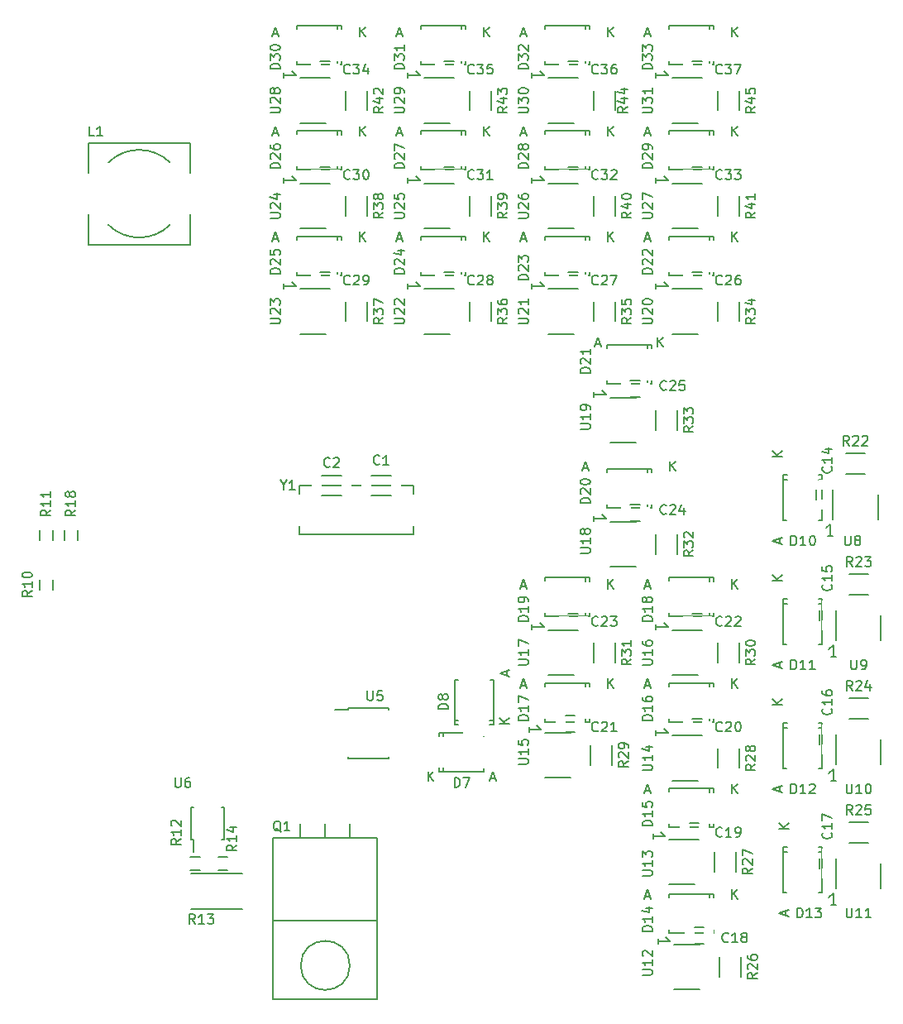
<source format=gto>
G04 #@! TF.FileFunction,Legend,Top*
%FSLAX46Y46*%
G04 Gerber Fmt 4.6, Leading zero omitted, Abs format (unit mm)*
G04 Created by KiCad (PCBNEW 4.0.0-rc1-stable) date 2015/09/16 10:56:14*
%MOMM*%
G01*
G04 APERTURE LIST*
%ADD10C,0.100000*%
%ADD11C,0.150000*%
%ADD12R,1.524000X1.524000*%
%ADD13C,1.524000*%
%ADD14R,1.400000X1.400000*%
%ADD15C,1.400000*%
%ADD16R,1.300000X1.300000*%
%ADD17C,1.300000*%
%ADD18C,1.501140*%
%ADD19C,1.700000*%
%ADD20R,1.700000X1.700000*%
%ADD21C,3.000000*%
%ADD22C,2.540000*%
%ADD23R,2.540000X2.540000*%
%ADD24C,1.998980*%
%ADD25R,1.998980X1.998980*%
%ADD26R,2.700000X3.600000*%
%ADD27O,1.699260X3.500120*%
%ADD28C,3.799840*%
%ADD29C,1.397000*%
%ADD30C,1.778000*%
%ADD31O,1.600000X1.600000*%
%ADD32R,1.550000X0.600000*%
%ADD33R,0.450000X1.450000*%
%ADD34R,5.600700X2.100580*%
%ADD35C,1.000760*%
%ADD36C,2.000000*%
%ADD37R,2.000000X2.000000*%
%ADD38C,1.800000*%
%ADD39R,1.800000X1.800000*%
%ADD40R,1.000000X1.600000*%
%ADD41R,1.250000X1.000000*%
%ADD42R,1.000000X1.250000*%
%ADD43R,2.499360X2.301240*%
%ADD44R,2.301240X2.499360*%
%ADD45R,0.900000X0.500000*%
%ADD46R,0.500000X0.900000*%
%ADD47R,1.000000X3.200000*%
%ADD48R,0.900000X1.700000*%
%ADD49R,1.700000X0.900000*%
%ADD50R,0.701040X1.501140*%
%ADD51R,1.000760X1.501140*%
%ADD52R,1.998980X0.800100*%
%ADD53R,1.501140X0.701040*%
%ADD54R,1.501140X1.000760*%
%ADD55R,0.800100X1.998980*%
G04 APERTURE END LIST*
D10*
D11*
X19050000Y79375000D02*
G75*
G03X25400000Y79375000I3175000J3175000D01*
G01*
X25400000Y85725000D02*
G75*
G03X19050000Y85725000I-3175000J-3175000D01*
G01*
X27425000Y87750000D02*
X27425000Y84650000D01*
X17025000Y87750000D02*
X17025000Y84650000D01*
X27425000Y77350000D02*
X27425000Y80450000D01*
X17025000Y77350000D02*
X17025000Y80450000D01*
X17025000Y87750000D02*
X27425000Y87750000D01*
X17025000Y77350000D02*
X27425000Y77350000D01*
X43815000Y16637000D02*
X43815000Y18034000D01*
X41275000Y16637000D02*
X41275000Y18034000D01*
X38735000Y16637000D02*
X38735000Y18034000D01*
X43789472Y3556000D02*
G75*
G03X43789472Y3556000I-2514472J0D01*
G01*
X35941000Y8128000D02*
X35941000Y127000D01*
X35941000Y127000D02*
X46609000Y127000D01*
X46609000Y127000D02*
X46609000Y8128000D01*
X35941000Y16637000D02*
X35941000Y8128000D01*
X35941000Y8128000D02*
X46609000Y8128000D01*
X46609000Y8128000D02*
X46609000Y16637000D01*
X41275000Y16637000D02*
X46609000Y16637000D01*
X41275000Y16637000D02*
X35941000Y16637000D01*
X43645000Y29880000D02*
X43645000Y29735000D01*
X47795000Y29880000D02*
X47795000Y29735000D01*
X47795000Y24730000D02*
X47795000Y24875000D01*
X43645000Y24730000D02*
X43645000Y24875000D01*
X43645000Y29880000D02*
X47795000Y29880000D01*
X43645000Y24730000D02*
X47795000Y24730000D01*
X43645000Y29735000D02*
X42245000Y29735000D01*
X27535000Y16423000D02*
X27785000Y16423000D01*
X27535000Y19773000D02*
X27785000Y19773000D01*
X30885000Y19773000D02*
X30635000Y19773000D01*
X30885000Y16423000D02*
X30635000Y16423000D01*
X27535000Y16423000D02*
X27535000Y19773000D01*
X30885000Y16423000D02*
X30885000Y19773000D01*
X27785000Y16423000D02*
X27785000Y15173000D01*
X50299620Y52664360D02*
X38600380Y52664360D01*
X38600380Y47665640D02*
X50299620Y47665640D01*
X38600380Y52664360D02*
X38600380Y51816000D01*
X38600380Y47665640D02*
X38600380Y48514000D01*
X50299620Y52664360D02*
X50299620Y51816000D01*
X50299620Y47665640D02*
X50299620Y48514000D01*
X45990000Y51680000D02*
X47990000Y51680000D01*
X47990000Y53730000D02*
X45990000Y53730000D01*
X42910000Y53730000D02*
X40910000Y53730000D01*
X40910000Y51680000D02*
X42910000Y51680000D01*
X93242000Y51252000D02*
X93242000Y52252000D01*
X91542000Y52252000D02*
X91542000Y51252000D01*
X93560000Y38870000D02*
X93560000Y39870000D01*
X91860000Y39870000D02*
X91860000Y38870000D01*
X93560000Y26170000D02*
X93560000Y27170000D01*
X91860000Y27170000D02*
X91860000Y26170000D01*
X93560000Y13470000D02*
X93560000Y14470000D01*
X91860000Y14470000D02*
X91860000Y13470000D01*
X79065000Y5740000D02*
X80065000Y5740000D01*
X80065000Y7440000D02*
X79065000Y7440000D01*
X78555000Y16470000D02*
X79555000Y16470000D01*
X79555000Y18170000D02*
X78555000Y18170000D01*
X78875000Y27090000D02*
X79875000Y27090000D01*
X79875000Y28790000D02*
X78875000Y28790000D01*
X65857500Y27408000D02*
X66857500Y27408000D01*
X66857500Y29108000D02*
X65857500Y29108000D01*
X78875000Y37885000D02*
X79875000Y37885000D01*
X79875000Y39585000D02*
X78875000Y39585000D01*
X66175000Y37885000D02*
X67175000Y37885000D01*
X67175000Y39585000D02*
X66175000Y39585000D01*
X72525000Y48998000D02*
X73525000Y48998000D01*
X73525000Y50698000D02*
X72525000Y50698000D01*
X72525000Y61698000D02*
X73525000Y61698000D01*
X73525000Y63398000D02*
X72525000Y63398000D01*
X78875000Y72810000D02*
X79875000Y72810000D01*
X79875000Y74510000D02*
X78875000Y74510000D01*
X66175000Y72810000D02*
X67175000Y72810000D01*
X67175000Y74510000D02*
X66175000Y74510000D01*
X53475000Y72810000D02*
X54475000Y72810000D01*
X54475000Y74510000D02*
X53475000Y74510000D01*
X40775000Y72810000D02*
X41775000Y72810000D01*
X41775000Y74510000D02*
X40775000Y74510000D01*
X40775000Y83605000D02*
X41775000Y83605000D01*
X41775000Y85305000D02*
X40775000Y85305000D01*
X53475000Y83605000D02*
X54475000Y83605000D01*
X54475000Y85305000D02*
X53475000Y85305000D01*
X66175000Y83605000D02*
X67175000Y83605000D01*
X67175000Y85305000D02*
X66175000Y85305000D01*
X78875000Y83605000D02*
X79875000Y83605000D01*
X79875000Y85305000D02*
X78875000Y85305000D01*
X40775000Y94400000D02*
X41775000Y94400000D01*
X41775000Y96100000D02*
X40775000Y96100000D01*
X53475000Y94400000D02*
X54475000Y94400000D01*
X54475000Y96100000D02*
X53475000Y96100000D01*
X66175000Y94400000D02*
X67175000Y94400000D01*
X67175000Y96100000D02*
X66175000Y96100000D01*
X78875000Y94400000D02*
X79875000Y94400000D01*
X79875000Y96100000D02*
X78875000Y96100000D01*
X52938680Y23600000D02*
X52938680Y23799800D01*
X53395720Y23650000D02*
X53395720Y23799000D01*
X57541160Y23600000D02*
X57541160Y23749000D01*
X52943760Y27200000D02*
X52943760Y27051000D01*
X53395720Y27200000D02*
X53395720Y27051000D01*
X57546240Y27200000D02*
X57546240Y27051000D01*
X53395720Y23451020D02*
X53395720Y23649140D01*
X53395720Y27398980D02*
X53395720Y27200860D01*
X57541160Y23403560D02*
X57541160Y23601680D01*
X52938680Y23403560D02*
X57541160Y23403560D01*
X52938680Y23403560D02*
X52938680Y23601680D01*
X52943760Y27398980D02*
X52943760Y27200860D01*
X52943760Y27398980D02*
X57546240Y27398980D01*
X57546240Y27398980D02*
X57546240Y27200860D01*
X58315000Y28173680D02*
X58115200Y28173680D01*
X58265000Y28630720D02*
X58116000Y28630720D01*
X58315000Y32776160D02*
X58166000Y32776160D01*
X54715000Y28178760D02*
X54864000Y28178760D01*
X54715000Y28630720D02*
X54864000Y28630720D01*
X54715000Y32781240D02*
X54864000Y32781240D01*
X58463980Y28630720D02*
X58265860Y28630720D01*
X54516020Y28630720D02*
X54714140Y28630720D01*
X58511440Y32776160D02*
X58313320Y32776160D01*
X58511440Y28173680D02*
X58511440Y32776160D01*
X58511440Y28173680D02*
X58313320Y28173680D01*
X54516020Y28178760D02*
X54714140Y28178760D01*
X54516020Y28178760D02*
X54516020Y32781240D01*
X54516020Y32781240D02*
X54714140Y32781240D01*
X88370000Y53741320D02*
X88569800Y53741320D01*
X88420000Y53284280D02*
X88569000Y53284280D01*
X88370000Y49138840D02*
X88519000Y49138840D01*
X91970000Y53736240D02*
X91821000Y53736240D01*
X91970000Y53284280D02*
X91821000Y53284280D01*
X91970000Y49133760D02*
X91821000Y49133760D01*
X88221020Y53284280D02*
X88419140Y53284280D01*
X92168980Y53284280D02*
X91970860Y53284280D01*
X88173560Y49138840D02*
X88371680Y49138840D01*
X88173560Y53741320D02*
X88173560Y49138840D01*
X88173560Y53741320D02*
X88371680Y53741320D01*
X92168980Y53736240D02*
X91970860Y53736240D01*
X92168980Y53736240D02*
X92168980Y49133760D01*
X92168980Y49133760D02*
X91970860Y49133760D01*
X88370000Y41041320D02*
X88569800Y41041320D01*
X88420000Y40584280D02*
X88569000Y40584280D01*
X88370000Y36438840D02*
X88519000Y36438840D01*
X91970000Y41036240D02*
X91821000Y41036240D01*
X91970000Y40584280D02*
X91821000Y40584280D01*
X91970000Y36433760D02*
X91821000Y36433760D01*
X88221020Y40584280D02*
X88419140Y40584280D01*
X92168980Y40584280D02*
X91970860Y40584280D01*
X88173560Y36438840D02*
X88371680Y36438840D01*
X88173560Y41041320D02*
X88173560Y36438840D01*
X88173560Y41041320D02*
X88371680Y41041320D01*
X92168980Y41036240D02*
X91970860Y41036240D01*
X92168980Y41036240D02*
X92168980Y36433760D01*
X92168980Y36433760D02*
X91970860Y36433760D01*
X88370000Y28341320D02*
X88569800Y28341320D01*
X88420000Y27884280D02*
X88569000Y27884280D01*
X88370000Y23738840D02*
X88519000Y23738840D01*
X91970000Y28336240D02*
X91821000Y28336240D01*
X91970000Y27884280D02*
X91821000Y27884280D01*
X91970000Y23733760D02*
X91821000Y23733760D01*
X88221020Y27884280D02*
X88419140Y27884280D01*
X92168980Y27884280D02*
X91970860Y27884280D01*
X88173560Y23738840D02*
X88371680Y23738840D01*
X88173560Y28341320D02*
X88173560Y23738840D01*
X88173560Y28341320D02*
X88371680Y28341320D01*
X92168980Y28336240D02*
X91970860Y28336240D01*
X92168980Y28336240D02*
X92168980Y23733760D01*
X92168980Y23733760D02*
X91970860Y23733760D01*
X88370000Y15641320D02*
X88569800Y15641320D01*
X88420000Y15184280D02*
X88569000Y15184280D01*
X88370000Y11038840D02*
X88519000Y11038840D01*
X91970000Y15636240D02*
X91821000Y15636240D01*
X91970000Y15184280D02*
X91821000Y15184280D01*
X91970000Y11033760D02*
X91821000Y11033760D01*
X88221020Y15184280D02*
X88419140Y15184280D01*
X92168980Y15184280D02*
X91970860Y15184280D01*
X88173560Y11038840D02*
X88371680Y11038840D01*
X88173560Y15641320D02*
X88173560Y11038840D01*
X88173560Y15641320D02*
X88371680Y15641320D01*
X92168980Y15636240D02*
X91970860Y15636240D01*
X92168980Y15636240D02*
X92168980Y11033760D01*
X92168980Y11033760D02*
X91970860Y11033760D01*
X81046320Y10690000D02*
X81046320Y10490200D01*
X80589280Y10640000D02*
X80589280Y10491000D01*
X76443840Y10690000D02*
X76443840Y10541000D01*
X81041240Y7090000D02*
X81041240Y7239000D01*
X80589280Y7090000D02*
X80589280Y7239000D01*
X76438760Y7090000D02*
X76438760Y7239000D01*
X80589280Y10838980D02*
X80589280Y10640860D01*
X80589280Y6891020D02*
X80589280Y7089140D01*
X76443840Y10886440D02*
X76443840Y10688320D01*
X81046320Y10886440D02*
X76443840Y10886440D01*
X81046320Y10886440D02*
X81046320Y10688320D01*
X81041240Y6891020D02*
X81041240Y7089140D01*
X81041240Y6891020D02*
X76438760Y6891020D01*
X76438760Y6891020D02*
X76438760Y7089140D01*
X81046320Y21485000D02*
X81046320Y21285200D01*
X80589280Y21435000D02*
X80589280Y21286000D01*
X76443840Y21485000D02*
X76443840Y21336000D01*
X81041240Y17885000D02*
X81041240Y18034000D01*
X80589280Y17885000D02*
X80589280Y18034000D01*
X76438760Y17885000D02*
X76438760Y18034000D01*
X80589280Y21633980D02*
X80589280Y21435860D01*
X80589280Y17686020D02*
X80589280Y17884140D01*
X76443840Y21681440D02*
X76443840Y21483320D01*
X81046320Y21681440D02*
X76443840Y21681440D01*
X81046320Y21681440D02*
X81046320Y21483320D01*
X81041240Y17686020D02*
X81041240Y17884140D01*
X81041240Y17686020D02*
X76438760Y17686020D01*
X76438760Y17686020D02*
X76438760Y17884140D01*
X81046320Y32280000D02*
X81046320Y32080200D01*
X80589280Y32230000D02*
X80589280Y32081000D01*
X76443840Y32280000D02*
X76443840Y32131000D01*
X81041240Y28680000D02*
X81041240Y28829000D01*
X80589280Y28680000D02*
X80589280Y28829000D01*
X76438760Y28680000D02*
X76438760Y28829000D01*
X80589280Y32428980D02*
X80589280Y32230860D01*
X80589280Y28481020D02*
X80589280Y28679140D01*
X76443840Y32476440D02*
X76443840Y32278320D01*
X81046320Y32476440D02*
X76443840Y32476440D01*
X81046320Y32476440D02*
X81046320Y32278320D01*
X81041240Y28481020D02*
X81041240Y28679140D01*
X81041240Y28481020D02*
X76438760Y28481020D01*
X76438760Y28481020D02*
X76438760Y28679140D01*
X68346320Y32280000D02*
X68346320Y32080200D01*
X67889280Y32230000D02*
X67889280Y32081000D01*
X63743840Y32280000D02*
X63743840Y32131000D01*
X68341240Y28680000D02*
X68341240Y28829000D01*
X67889280Y28680000D02*
X67889280Y28829000D01*
X63738760Y28680000D02*
X63738760Y28829000D01*
X67889280Y32428980D02*
X67889280Y32230860D01*
X67889280Y28481020D02*
X67889280Y28679140D01*
X63743840Y32476440D02*
X63743840Y32278320D01*
X68346320Y32476440D02*
X63743840Y32476440D01*
X68346320Y32476440D02*
X68346320Y32278320D01*
X68341240Y28481020D02*
X68341240Y28679140D01*
X68341240Y28481020D02*
X63738760Y28481020D01*
X63738760Y28481020D02*
X63738760Y28679140D01*
X81046320Y43075000D02*
X81046320Y42875200D01*
X80589280Y43025000D02*
X80589280Y42876000D01*
X76443840Y43075000D02*
X76443840Y42926000D01*
X81041240Y39475000D02*
X81041240Y39624000D01*
X80589280Y39475000D02*
X80589280Y39624000D01*
X76438760Y39475000D02*
X76438760Y39624000D01*
X80589280Y43223980D02*
X80589280Y43025860D01*
X80589280Y39276020D02*
X80589280Y39474140D01*
X76443840Y43271440D02*
X76443840Y43073320D01*
X81046320Y43271440D02*
X76443840Y43271440D01*
X81046320Y43271440D02*
X81046320Y43073320D01*
X81041240Y39276020D02*
X81041240Y39474140D01*
X81041240Y39276020D02*
X76438760Y39276020D01*
X76438760Y39276020D02*
X76438760Y39474140D01*
X68346320Y43075000D02*
X68346320Y42875200D01*
X67889280Y43025000D02*
X67889280Y42876000D01*
X63743840Y43075000D02*
X63743840Y42926000D01*
X68341240Y39475000D02*
X68341240Y39624000D01*
X67889280Y39475000D02*
X67889280Y39624000D01*
X63738760Y39475000D02*
X63738760Y39624000D01*
X67889280Y43223980D02*
X67889280Y43025860D01*
X67889280Y39276020D02*
X67889280Y39474140D01*
X63743840Y43271440D02*
X63743840Y43073320D01*
X68346320Y43271440D02*
X63743840Y43271440D01*
X68346320Y43271440D02*
X68346320Y43073320D01*
X68341240Y39276020D02*
X68341240Y39474140D01*
X68341240Y39276020D02*
X63738760Y39276020D01*
X63738760Y39276020D02*
X63738760Y39474140D01*
X74696320Y54188000D02*
X74696320Y53988200D01*
X74239280Y54138000D02*
X74239280Y53989000D01*
X70093840Y54188000D02*
X70093840Y54039000D01*
X74691240Y50588000D02*
X74691240Y50737000D01*
X74239280Y50588000D02*
X74239280Y50737000D01*
X70088760Y50588000D02*
X70088760Y50737000D01*
X74239280Y54336980D02*
X74239280Y54138860D01*
X74239280Y50389020D02*
X74239280Y50587140D01*
X70093840Y54384440D02*
X70093840Y54186320D01*
X74696320Y54384440D02*
X70093840Y54384440D01*
X74696320Y54384440D02*
X74696320Y54186320D01*
X74691240Y50389020D02*
X74691240Y50587140D01*
X74691240Y50389020D02*
X70088760Y50389020D01*
X70088760Y50389020D02*
X70088760Y50587140D01*
X74696320Y66888000D02*
X74696320Y66688200D01*
X74239280Y66838000D02*
X74239280Y66689000D01*
X70093840Y66888000D02*
X70093840Y66739000D01*
X74691240Y63288000D02*
X74691240Y63437000D01*
X74239280Y63288000D02*
X74239280Y63437000D01*
X70088760Y63288000D02*
X70088760Y63437000D01*
X74239280Y67036980D02*
X74239280Y66838860D01*
X74239280Y63089020D02*
X74239280Y63287140D01*
X70093840Y67084440D02*
X70093840Y66886320D01*
X74696320Y67084440D02*
X70093840Y67084440D01*
X74696320Y67084440D02*
X74696320Y66886320D01*
X74691240Y63089020D02*
X74691240Y63287140D01*
X74691240Y63089020D02*
X70088760Y63089020D01*
X70088760Y63089020D02*
X70088760Y63287140D01*
X81046320Y78000000D02*
X81046320Y77800200D01*
X80589280Y77950000D02*
X80589280Y77801000D01*
X76443840Y78000000D02*
X76443840Y77851000D01*
X81041240Y74400000D02*
X81041240Y74549000D01*
X80589280Y74400000D02*
X80589280Y74549000D01*
X76438760Y74400000D02*
X76438760Y74549000D01*
X80589280Y78148980D02*
X80589280Y77950860D01*
X80589280Y74201020D02*
X80589280Y74399140D01*
X76443840Y78196440D02*
X76443840Y77998320D01*
X81046320Y78196440D02*
X76443840Y78196440D01*
X81046320Y78196440D02*
X81046320Y77998320D01*
X81041240Y74201020D02*
X81041240Y74399140D01*
X81041240Y74201020D02*
X76438760Y74201020D01*
X76438760Y74201020D02*
X76438760Y74399140D01*
X68346320Y78000000D02*
X68346320Y77800200D01*
X67889280Y77950000D02*
X67889280Y77801000D01*
X63743840Y78000000D02*
X63743840Y77851000D01*
X68341240Y74400000D02*
X68341240Y74549000D01*
X67889280Y74400000D02*
X67889280Y74549000D01*
X63738760Y74400000D02*
X63738760Y74549000D01*
X67889280Y78148980D02*
X67889280Y77950860D01*
X67889280Y74201020D02*
X67889280Y74399140D01*
X63743840Y78196440D02*
X63743840Y77998320D01*
X68346320Y78196440D02*
X63743840Y78196440D01*
X68346320Y78196440D02*
X68346320Y77998320D01*
X68341240Y74201020D02*
X68341240Y74399140D01*
X68341240Y74201020D02*
X63738760Y74201020D01*
X63738760Y74201020D02*
X63738760Y74399140D01*
X55646320Y78000000D02*
X55646320Y77800200D01*
X55189280Y77950000D02*
X55189280Y77801000D01*
X51043840Y78000000D02*
X51043840Y77851000D01*
X55641240Y74400000D02*
X55641240Y74549000D01*
X55189280Y74400000D02*
X55189280Y74549000D01*
X51038760Y74400000D02*
X51038760Y74549000D01*
X55189280Y78148980D02*
X55189280Y77950860D01*
X55189280Y74201020D02*
X55189280Y74399140D01*
X51043840Y78196440D02*
X51043840Y77998320D01*
X55646320Y78196440D02*
X51043840Y78196440D01*
X55646320Y78196440D02*
X55646320Y77998320D01*
X55641240Y74201020D02*
X55641240Y74399140D01*
X55641240Y74201020D02*
X51038760Y74201020D01*
X51038760Y74201020D02*
X51038760Y74399140D01*
X42946320Y78000000D02*
X42946320Y77800200D01*
X42489280Y77950000D02*
X42489280Y77801000D01*
X38343840Y78000000D02*
X38343840Y77851000D01*
X42941240Y74400000D02*
X42941240Y74549000D01*
X42489280Y74400000D02*
X42489280Y74549000D01*
X38338760Y74400000D02*
X38338760Y74549000D01*
X42489280Y78148980D02*
X42489280Y77950860D01*
X42489280Y74201020D02*
X42489280Y74399140D01*
X38343840Y78196440D02*
X38343840Y77998320D01*
X42946320Y78196440D02*
X38343840Y78196440D01*
X42946320Y78196440D02*
X42946320Y77998320D01*
X42941240Y74201020D02*
X42941240Y74399140D01*
X42941240Y74201020D02*
X38338760Y74201020D01*
X38338760Y74201020D02*
X38338760Y74399140D01*
X42946320Y88795000D02*
X42946320Y88595200D01*
X42489280Y88745000D02*
X42489280Y88596000D01*
X38343840Y88795000D02*
X38343840Y88646000D01*
X42941240Y85195000D02*
X42941240Y85344000D01*
X42489280Y85195000D02*
X42489280Y85344000D01*
X38338760Y85195000D02*
X38338760Y85344000D01*
X42489280Y88943980D02*
X42489280Y88745860D01*
X42489280Y84996020D02*
X42489280Y85194140D01*
X38343840Y88991440D02*
X38343840Y88793320D01*
X42946320Y88991440D02*
X38343840Y88991440D01*
X42946320Y88991440D02*
X42946320Y88793320D01*
X42941240Y84996020D02*
X42941240Y85194140D01*
X42941240Y84996020D02*
X38338760Y84996020D01*
X38338760Y84996020D02*
X38338760Y85194140D01*
X55646320Y88795000D02*
X55646320Y88595200D01*
X55189280Y88745000D02*
X55189280Y88596000D01*
X51043840Y88795000D02*
X51043840Y88646000D01*
X55641240Y85195000D02*
X55641240Y85344000D01*
X55189280Y85195000D02*
X55189280Y85344000D01*
X51038760Y85195000D02*
X51038760Y85344000D01*
X55189280Y88943980D02*
X55189280Y88745860D01*
X55189280Y84996020D02*
X55189280Y85194140D01*
X51043840Y88991440D02*
X51043840Y88793320D01*
X55646320Y88991440D02*
X51043840Y88991440D01*
X55646320Y88991440D02*
X55646320Y88793320D01*
X55641240Y84996020D02*
X55641240Y85194140D01*
X55641240Y84996020D02*
X51038760Y84996020D01*
X51038760Y84996020D02*
X51038760Y85194140D01*
X68346320Y88795000D02*
X68346320Y88595200D01*
X67889280Y88745000D02*
X67889280Y88596000D01*
X63743840Y88795000D02*
X63743840Y88646000D01*
X68341240Y85195000D02*
X68341240Y85344000D01*
X67889280Y85195000D02*
X67889280Y85344000D01*
X63738760Y85195000D02*
X63738760Y85344000D01*
X67889280Y88943980D02*
X67889280Y88745860D01*
X67889280Y84996020D02*
X67889280Y85194140D01*
X63743840Y88991440D02*
X63743840Y88793320D01*
X68346320Y88991440D02*
X63743840Y88991440D01*
X68346320Y88991440D02*
X68346320Y88793320D01*
X68341240Y84996020D02*
X68341240Y85194140D01*
X68341240Y84996020D02*
X63738760Y84996020D01*
X63738760Y84996020D02*
X63738760Y85194140D01*
X81046320Y88795000D02*
X81046320Y88595200D01*
X80589280Y88745000D02*
X80589280Y88596000D01*
X76443840Y88795000D02*
X76443840Y88646000D01*
X81041240Y85195000D02*
X81041240Y85344000D01*
X80589280Y85195000D02*
X80589280Y85344000D01*
X76438760Y85195000D02*
X76438760Y85344000D01*
X80589280Y88943980D02*
X80589280Y88745860D01*
X80589280Y84996020D02*
X80589280Y85194140D01*
X76443840Y88991440D02*
X76443840Y88793320D01*
X81046320Y88991440D02*
X76443840Y88991440D01*
X81046320Y88991440D02*
X81046320Y88793320D01*
X81041240Y84996020D02*
X81041240Y85194140D01*
X81041240Y84996020D02*
X76438760Y84996020D01*
X76438760Y84996020D02*
X76438760Y85194140D01*
X42946320Y99590000D02*
X42946320Y99390200D01*
X42489280Y99540000D02*
X42489280Y99391000D01*
X38343840Y99590000D02*
X38343840Y99441000D01*
X42941240Y95990000D02*
X42941240Y96139000D01*
X42489280Y95990000D02*
X42489280Y96139000D01*
X38338760Y95990000D02*
X38338760Y96139000D01*
X42489280Y99738980D02*
X42489280Y99540860D01*
X42489280Y95791020D02*
X42489280Y95989140D01*
X38343840Y99786440D02*
X38343840Y99588320D01*
X42946320Y99786440D02*
X38343840Y99786440D01*
X42946320Y99786440D02*
X42946320Y99588320D01*
X42941240Y95791020D02*
X42941240Y95989140D01*
X42941240Y95791020D02*
X38338760Y95791020D01*
X38338760Y95791020D02*
X38338760Y95989140D01*
X55646320Y99590000D02*
X55646320Y99390200D01*
X55189280Y99540000D02*
X55189280Y99391000D01*
X51043840Y99590000D02*
X51043840Y99441000D01*
X55641240Y95990000D02*
X55641240Y96139000D01*
X55189280Y95990000D02*
X55189280Y96139000D01*
X51038760Y95990000D02*
X51038760Y96139000D01*
X55189280Y99738980D02*
X55189280Y99540860D01*
X55189280Y95791020D02*
X55189280Y95989140D01*
X51043840Y99786440D02*
X51043840Y99588320D01*
X55646320Y99786440D02*
X51043840Y99786440D01*
X55646320Y99786440D02*
X55646320Y99588320D01*
X55641240Y95791020D02*
X55641240Y95989140D01*
X55641240Y95791020D02*
X51038760Y95791020D01*
X51038760Y95791020D02*
X51038760Y95989140D01*
X68346320Y99590000D02*
X68346320Y99390200D01*
X67889280Y99540000D02*
X67889280Y99391000D01*
X63743840Y99590000D02*
X63743840Y99441000D01*
X68341240Y95990000D02*
X68341240Y96139000D01*
X67889280Y95990000D02*
X67889280Y96139000D01*
X63738760Y95990000D02*
X63738760Y96139000D01*
X67889280Y99738980D02*
X67889280Y99540860D01*
X67889280Y95791020D02*
X67889280Y95989140D01*
X63743840Y99786440D02*
X63743840Y99588320D01*
X68346320Y99786440D02*
X63743840Y99786440D01*
X68346320Y99786440D02*
X68346320Y99588320D01*
X68341240Y95791020D02*
X68341240Y95989140D01*
X68341240Y95791020D02*
X63738760Y95791020D01*
X63738760Y95791020D02*
X63738760Y95989140D01*
X81046320Y99590000D02*
X81046320Y99390200D01*
X80589280Y99540000D02*
X80589280Y99391000D01*
X76443840Y99590000D02*
X76443840Y99441000D01*
X81041240Y95990000D02*
X81041240Y96139000D01*
X80589280Y95990000D02*
X80589280Y96139000D01*
X76438760Y95990000D02*
X76438760Y96139000D01*
X80589280Y99738980D02*
X80589280Y99540860D01*
X80589280Y95791020D02*
X80589280Y95989140D01*
X76443840Y99786440D02*
X76443840Y99588320D01*
X81046320Y99786440D02*
X76443840Y99786440D01*
X81046320Y99786440D02*
X81046320Y99588320D01*
X81041240Y95791020D02*
X81041240Y95989140D01*
X81041240Y95791020D02*
X76438760Y95791020D01*
X76438760Y95791020D02*
X76438760Y95989140D01*
X13375000Y43045000D02*
X13375000Y42045000D01*
X12025000Y42045000D02*
X12025000Y43045000D01*
X13375000Y48125000D02*
X13375000Y47125000D01*
X12025000Y47125000D02*
X12025000Y48125000D01*
X28440000Y13295000D02*
X27440000Y13295000D01*
X27440000Y14645000D02*
X28440000Y14645000D01*
X27562500Y12937000D02*
X32762500Y12937000D01*
X32762500Y9287000D02*
X27562500Y9287000D01*
X31297500Y13295000D02*
X30297500Y13295000D01*
X30297500Y14645000D02*
X31297500Y14645000D01*
X15915000Y48125000D02*
X15915000Y47125000D01*
X14565000Y47125000D02*
X14565000Y48125000D01*
X96568000Y53853000D02*
X94568000Y53853000D01*
X94568000Y56003000D02*
X96568000Y56003000D01*
X96885000Y41470000D02*
X94885000Y41470000D01*
X94885000Y43620000D02*
X96885000Y43620000D01*
X96885000Y28770000D02*
X94885000Y28770000D01*
X94885000Y30920000D02*
X96885000Y30920000D01*
X96885000Y16070000D02*
X94885000Y16070000D01*
X94885000Y18220000D02*
X96885000Y18220000D01*
X81665000Y2415000D02*
X81665000Y4415000D01*
X83815000Y4415000D02*
X83815000Y2415000D01*
X81155000Y13145000D02*
X81155000Y15145000D01*
X83305000Y15145000D02*
X83305000Y13145000D01*
X81475000Y23765000D02*
X81475000Y25765000D01*
X83625000Y25765000D02*
X83625000Y23765000D01*
X68457500Y24082000D02*
X68457500Y26082000D01*
X70607500Y26082000D02*
X70607500Y24082000D01*
X81475000Y34560000D02*
X81475000Y36560000D01*
X83625000Y36560000D02*
X83625000Y34560000D01*
X68775000Y34560000D02*
X68775000Y36560000D01*
X70925000Y36560000D02*
X70925000Y34560000D01*
X75125000Y45672000D02*
X75125000Y47672000D01*
X77275000Y47672000D02*
X77275000Y45672000D01*
X75125000Y58372000D02*
X75125000Y60372000D01*
X77275000Y60372000D02*
X77275000Y58372000D01*
X81475000Y69485000D02*
X81475000Y71485000D01*
X83625000Y71485000D02*
X83625000Y69485000D01*
X68775000Y69485000D02*
X68775000Y71485000D01*
X70925000Y71485000D02*
X70925000Y69485000D01*
X56075000Y69485000D02*
X56075000Y71485000D01*
X58225000Y71485000D02*
X58225000Y69485000D01*
X43375000Y69485000D02*
X43375000Y71485000D01*
X45525000Y71485000D02*
X45525000Y69485000D01*
X43375000Y80280000D02*
X43375000Y82280000D01*
X45525000Y82280000D02*
X45525000Y80280000D01*
X56075000Y80280000D02*
X56075000Y82280000D01*
X58225000Y82280000D02*
X58225000Y80280000D01*
X68775000Y80280000D02*
X68775000Y82280000D01*
X70925000Y82280000D02*
X70925000Y80280000D01*
X81475000Y80280000D02*
X81475000Y82280000D01*
X83625000Y82280000D02*
X83625000Y80280000D01*
X43375000Y91075000D02*
X43375000Y93075000D01*
X45525000Y93075000D02*
X45525000Y91075000D01*
X56075000Y91075000D02*
X56075000Y93075000D01*
X58225000Y93075000D02*
X58225000Y91075000D01*
X68775000Y91075000D02*
X68775000Y93075000D01*
X70925000Y93075000D02*
X70925000Y91075000D01*
X81475000Y91075000D02*
X81475000Y93075000D01*
X83625000Y93075000D02*
X83625000Y91075000D01*
X92718120Y47533060D02*
X93218500Y47533060D01*
X92517460Y48333160D02*
X92967040Y48731940D01*
X92967040Y48731940D02*
X92967040Y47533060D01*
X93266760Y49181520D02*
X93266760Y51782480D01*
X97869240Y51782480D02*
X97869240Y49181520D01*
X93035120Y35151060D02*
X93535500Y35151060D01*
X92834460Y35951160D02*
X93284040Y36349940D01*
X93284040Y36349940D02*
X93284040Y35151060D01*
X93583760Y36799520D02*
X93583760Y39400480D01*
X98186240Y39400480D02*
X98186240Y36799520D01*
X93035120Y22451060D02*
X93535500Y22451060D01*
X92834460Y23251160D02*
X93284040Y23649940D01*
X93284040Y23649940D02*
X93284040Y22451060D01*
X93583760Y24099520D02*
X93583760Y26700480D01*
X98186240Y26700480D02*
X98186240Y24099520D01*
X93035120Y9751060D02*
X93535500Y9751060D01*
X92834460Y10551160D02*
X93284040Y10949940D01*
X93284040Y10949940D02*
X93284040Y9751060D01*
X93583760Y11399520D02*
X93583760Y14000480D01*
X98186240Y14000480D02*
X98186240Y11399520D01*
X75346060Y6264880D02*
X75346060Y5764500D01*
X76146160Y6465540D02*
X76544940Y6015960D01*
X76544940Y6015960D02*
X75346060Y6015960D01*
X76994520Y5716240D02*
X79595480Y5716240D01*
X79595480Y1113760D02*
X76994520Y1113760D01*
X74836060Y16994880D02*
X74836060Y16494500D01*
X75636160Y17195540D02*
X76034940Y16745960D01*
X76034940Y16745960D02*
X74836060Y16745960D01*
X76484520Y16446240D02*
X79085480Y16446240D01*
X79085480Y11843760D02*
X76484520Y11843760D01*
X75156060Y27614880D02*
X75156060Y27114500D01*
X75956160Y27815540D02*
X76354940Y27365960D01*
X76354940Y27365960D02*
X75156060Y27365960D01*
X76804520Y27066240D02*
X79405480Y27066240D01*
X79405480Y22463760D02*
X76804520Y22463760D01*
X62138560Y27931880D02*
X62138560Y27431500D01*
X62938660Y28132540D02*
X63337440Y27682960D01*
X63337440Y27682960D02*
X62138560Y27682960D01*
X63787020Y27383240D02*
X66387980Y27383240D01*
X66387980Y22780760D02*
X63787020Y22780760D01*
X75156060Y38409880D02*
X75156060Y37909500D01*
X75956160Y38610540D02*
X76354940Y38160960D01*
X76354940Y38160960D02*
X75156060Y38160960D01*
X76804520Y37861240D02*
X79405480Y37861240D01*
X79405480Y33258760D02*
X76804520Y33258760D01*
X62456060Y38409880D02*
X62456060Y37909500D01*
X63256160Y38610540D02*
X63654940Y38160960D01*
X63654940Y38160960D02*
X62456060Y38160960D01*
X64104520Y37861240D02*
X66705480Y37861240D01*
X66705480Y33258760D02*
X64104520Y33258760D01*
X68806060Y49521880D02*
X68806060Y49021500D01*
X69606160Y49722540D02*
X70004940Y49272960D01*
X70004940Y49272960D02*
X68806060Y49272960D01*
X70454520Y48973240D02*
X73055480Y48973240D01*
X73055480Y44370760D02*
X70454520Y44370760D01*
X68806060Y62221880D02*
X68806060Y61721500D01*
X69606160Y62422540D02*
X70004940Y61972960D01*
X70004940Y61972960D02*
X68806060Y61972960D01*
X70454520Y61673240D02*
X73055480Y61673240D01*
X73055480Y57070760D02*
X70454520Y57070760D01*
X75156060Y73334880D02*
X75156060Y72834500D01*
X75956160Y73535540D02*
X76354940Y73085960D01*
X76354940Y73085960D02*
X75156060Y73085960D01*
X76804520Y72786240D02*
X79405480Y72786240D01*
X79405480Y68183760D02*
X76804520Y68183760D01*
X62456060Y73334880D02*
X62456060Y72834500D01*
X63256160Y73535540D02*
X63654940Y73085960D01*
X63654940Y73085960D02*
X62456060Y73085960D01*
X64104520Y72786240D02*
X66705480Y72786240D01*
X66705480Y68183760D02*
X64104520Y68183760D01*
X49756060Y73334880D02*
X49756060Y72834500D01*
X50556160Y73535540D02*
X50954940Y73085960D01*
X50954940Y73085960D02*
X49756060Y73085960D01*
X51404520Y72786240D02*
X54005480Y72786240D01*
X54005480Y68183760D02*
X51404520Y68183760D01*
X37056060Y73334880D02*
X37056060Y72834500D01*
X37856160Y73535540D02*
X38254940Y73085960D01*
X38254940Y73085960D02*
X37056060Y73085960D01*
X38704520Y72786240D02*
X41305480Y72786240D01*
X41305480Y68183760D02*
X38704520Y68183760D01*
X37056060Y84129880D02*
X37056060Y83629500D01*
X37856160Y84330540D02*
X38254940Y83880960D01*
X38254940Y83880960D02*
X37056060Y83880960D01*
X38704520Y83581240D02*
X41305480Y83581240D01*
X41305480Y78978760D02*
X38704520Y78978760D01*
X49756060Y84129880D02*
X49756060Y83629500D01*
X50556160Y84330540D02*
X50954940Y83880960D01*
X50954940Y83880960D02*
X49756060Y83880960D01*
X51404520Y83581240D02*
X54005480Y83581240D01*
X54005480Y78978760D02*
X51404520Y78978760D01*
X62456060Y84129880D02*
X62456060Y83629500D01*
X63256160Y84330540D02*
X63654940Y83880960D01*
X63654940Y83880960D02*
X62456060Y83880960D01*
X64104520Y83581240D02*
X66705480Y83581240D01*
X66705480Y78978760D02*
X64104520Y78978760D01*
X75156060Y84129880D02*
X75156060Y83629500D01*
X75956160Y84330540D02*
X76354940Y83880960D01*
X76354940Y83880960D02*
X75156060Y83880960D01*
X76804520Y83581240D02*
X79405480Y83581240D01*
X79405480Y78978760D02*
X76804520Y78978760D01*
X37056060Y94924880D02*
X37056060Y94424500D01*
X37856160Y95125540D02*
X38254940Y94675960D01*
X38254940Y94675960D02*
X37056060Y94675960D01*
X38704520Y94376240D02*
X41305480Y94376240D01*
X41305480Y89773760D02*
X38704520Y89773760D01*
X49756060Y94924880D02*
X49756060Y94424500D01*
X50556160Y95125540D02*
X50954940Y94675960D01*
X50954940Y94675960D02*
X49756060Y94675960D01*
X51404520Y94376240D02*
X54005480Y94376240D01*
X54005480Y89773760D02*
X51404520Y89773760D01*
X62456060Y94924880D02*
X62456060Y94424500D01*
X63256160Y95125540D02*
X63654940Y94675960D01*
X63654940Y94675960D02*
X62456060Y94675960D01*
X64104520Y94376240D02*
X66705480Y94376240D01*
X66705480Y89773760D02*
X64104520Y89773760D01*
X75156060Y94924880D02*
X75156060Y94424500D01*
X75956160Y95125540D02*
X76354940Y94675960D01*
X76354940Y94675960D02*
X75156060Y94675960D01*
X76804520Y94376240D02*
X79405480Y94376240D01*
X79405480Y89773760D02*
X76804520Y89773760D01*
X17613334Y88447619D02*
X17137143Y88447619D01*
X17137143Y89447619D01*
X18470477Y88447619D02*
X17899048Y88447619D01*
X18184762Y88447619D02*
X18184762Y89447619D01*
X18089524Y89304762D01*
X17994286Y89209524D01*
X17899048Y89161905D01*
X36734762Y17232381D02*
X36639524Y17280000D01*
X36544286Y17375238D01*
X36401429Y17518095D01*
X36306190Y17565714D01*
X36210952Y17565714D01*
X36258571Y17327619D02*
X36163333Y17375238D01*
X36068095Y17470476D01*
X36020476Y17660952D01*
X36020476Y17994286D01*
X36068095Y18184762D01*
X36163333Y18280000D01*
X36258571Y18327619D01*
X36449048Y18327619D01*
X36544286Y18280000D01*
X36639524Y18184762D01*
X36687143Y17994286D01*
X36687143Y17660952D01*
X36639524Y17470476D01*
X36544286Y17375238D01*
X36449048Y17327619D01*
X36258571Y17327619D01*
X37639524Y17327619D02*
X37068095Y17327619D01*
X37353809Y17327619D02*
X37353809Y18327619D01*
X37258571Y18184762D01*
X37163333Y18089524D01*
X37068095Y18041905D01*
X45593095Y31662619D02*
X45593095Y30853095D01*
X45640714Y30757857D01*
X45688333Y30710238D01*
X45783571Y30662619D01*
X45974048Y30662619D01*
X46069286Y30710238D01*
X46116905Y30757857D01*
X46164524Y30853095D01*
X46164524Y31662619D01*
X47116905Y31662619D02*
X46640714Y31662619D01*
X46593095Y31186429D01*
X46640714Y31234048D01*
X46735952Y31281667D01*
X46974048Y31281667D01*
X47069286Y31234048D01*
X47116905Y31186429D01*
X47164524Y31091190D01*
X47164524Y30853095D01*
X47116905Y30757857D01*
X47069286Y30710238D01*
X46974048Y30662619D01*
X46735952Y30662619D01*
X46640714Y30710238D01*
X46593095Y30757857D01*
X25908095Y22772619D02*
X25908095Y21963095D01*
X25955714Y21867857D01*
X26003333Y21820238D01*
X26098571Y21772619D01*
X26289048Y21772619D01*
X26384286Y21820238D01*
X26431905Y21867857D01*
X26479524Y21963095D01*
X26479524Y22772619D01*
X27384286Y22772619D02*
X27193809Y22772619D01*
X27098571Y22725000D01*
X27050952Y22677381D01*
X26955714Y22534524D01*
X26908095Y22344048D01*
X26908095Y21963095D01*
X26955714Y21867857D01*
X27003333Y21820238D01*
X27098571Y21772619D01*
X27289048Y21772619D01*
X27384286Y21820238D01*
X27431905Y21867857D01*
X27479524Y21963095D01*
X27479524Y22201190D01*
X27431905Y22296429D01*
X27384286Y22344048D01*
X27289048Y22391667D01*
X27098571Y22391667D01*
X27003333Y22344048D01*
X26955714Y22296429D01*
X26908095Y22201190D01*
X36988809Y52728810D02*
X36988809Y52252619D01*
X36655476Y53252619D02*
X36988809Y52728810D01*
X37322143Y53252619D01*
X38179286Y52252619D02*
X37607857Y52252619D01*
X37893571Y52252619D02*
X37893571Y53252619D01*
X37798333Y53109762D01*
X37703095Y53014524D01*
X37607857Y52966905D01*
X46823334Y54887857D02*
X46775715Y54840238D01*
X46632858Y54792619D01*
X46537620Y54792619D01*
X46394762Y54840238D01*
X46299524Y54935476D01*
X46251905Y55030714D01*
X46204286Y55221190D01*
X46204286Y55364048D01*
X46251905Y55554524D01*
X46299524Y55649762D01*
X46394762Y55745000D01*
X46537620Y55792619D01*
X46632858Y55792619D01*
X46775715Y55745000D01*
X46823334Y55697381D01*
X47775715Y54792619D02*
X47204286Y54792619D01*
X47490000Y54792619D02*
X47490000Y55792619D01*
X47394762Y55649762D01*
X47299524Y55554524D01*
X47204286Y55506905D01*
X41743334Y54647857D02*
X41695715Y54600238D01*
X41552858Y54552619D01*
X41457620Y54552619D01*
X41314762Y54600238D01*
X41219524Y54695476D01*
X41171905Y54790714D01*
X41124286Y54981190D01*
X41124286Y55124048D01*
X41171905Y55314524D01*
X41219524Y55409762D01*
X41314762Y55505000D01*
X41457620Y55552619D01*
X41552858Y55552619D01*
X41695715Y55505000D01*
X41743334Y55457381D01*
X42124286Y55457381D02*
X42171905Y55505000D01*
X42267143Y55552619D01*
X42505239Y55552619D01*
X42600477Y55505000D01*
X42648096Y55457381D01*
X42695715Y55362143D01*
X42695715Y55266905D01*
X42648096Y55124048D01*
X42076667Y54552619D01*
X42695715Y54552619D01*
X93067143Y54602143D02*
X93114762Y54554524D01*
X93162381Y54411667D01*
X93162381Y54316429D01*
X93114762Y54173571D01*
X93019524Y54078333D01*
X92924286Y54030714D01*
X92733810Y53983095D01*
X92590952Y53983095D01*
X92400476Y54030714D01*
X92305238Y54078333D01*
X92210000Y54173571D01*
X92162381Y54316429D01*
X92162381Y54411667D01*
X92210000Y54554524D01*
X92257619Y54602143D01*
X93162381Y55554524D02*
X93162381Y54983095D01*
X93162381Y55268809D02*
X92162381Y55268809D01*
X92305238Y55173571D01*
X92400476Y55078333D01*
X92448095Y54983095D01*
X92495714Y56411667D02*
X93162381Y56411667D01*
X92114762Y56173571D02*
X92829048Y55935476D01*
X92829048Y56554524D01*
X93067143Y42537143D02*
X93114762Y42489524D01*
X93162381Y42346667D01*
X93162381Y42251429D01*
X93114762Y42108571D01*
X93019524Y42013333D01*
X92924286Y41965714D01*
X92733810Y41918095D01*
X92590952Y41918095D01*
X92400476Y41965714D01*
X92305238Y42013333D01*
X92210000Y42108571D01*
X92162381Y42251429D01*
X92162381Y42346667D01*
X92210000Y42489524D01*
X92257619Y42537143D01*
X93162381Y43489524D02*
X93162381Y42918095D01*
X93162381Y43203809D02*
X92162381Y43203809D01*
X92305238Y43108571D01*
X92400476Y43013333D01*
X92448095Y42918095D01*
X92162381Y44394286D02*
X92162381Y43918095D01*
X92638571Y43870476D01*
X92590952Y43918095D01*
X92543333Y44013333D01*
X92543333Y44251429D01*
X92590952Y44346667D01*
X92638571Y44394286D01*
X92733810Y44441905D01*
X92971905Y44441905D01*
X93067143Y44394286D01*
X93114762Y44346667D01*
X93162381Y44251429D01*
X93162381Y44013333D01*
X93114762Y43918095D01*
X93067143Y43870476D01*
X93067143Y29837143D02*
X93114762Y29789524D01*
X93162381Y29646667D01*
X93162381Y29551429D01*
X93114762Y29408571D01*
X93019524Y29313333D01*
X92924286Y29265714D01*
X92733810Y29218095D01*
X92590952Y29218095D01*
X92400476Y29265714D01*
X92305238Y29313333D01*
X92210000Y29408571D01*
X92162381Y29551429D01*
X92162381Y29646667D01*
X92210000Y29789524D01*
X92257619Y29837143D01*
X93162381Y30789524D02*
X93162381Y30218095D01*
X93162381Y30503809D02*
X92162381Y30503809D01*
X92305238Y30408571D01*
X92400476Y30313333D01*
X92448095Y30218095D01*
X92162381Y31646667D02*
X92162381Y31456190D01*
X92210000Y31360952D01*
X92257619Y31313333D01*
X92400476Y31218095D01*
X92590952Y31170476D01*
X92971905Y31170476D01*
X93067143Y31218095D01*
X93114762Y31265714D01*
X93162381Y31360952D01*
X93162381Y31551429D01*
X93114762Y31646667D01*
X93067143Y31694286D01*
X92971905Y31741905D01*
X92733810Y31741905D01*
X92638571Y31694286D01*
X92590952Y31646667D01*
X92543333Y31551429D01*
X92543333Y31360952D01*
X92590952Y31265714D01*
X92638571Y31218095D01*
X92733810Y31170476D01*
X93067143Y17137143D02*
X93114762Y17089524D01*
X93162381Y16946667D01*
X93162381Y16851429D01*
X93114762Y16708571D01*
X93019524Y16613333D01*
X92924286Y16565714D01*
X92733810Y16518095D01*
X92590952Y16518095D01*
X92400476Y16565714D01*
X92305238Y16613333D01*
X92210000Y16708571D01*
X92162381Y16851429D01*
X92162381Y16946667D01*
X92210000Y17089524D01*
X92257619Y17137143D01*
X93162381Y18089524D02*
X93162381Y17518095D01*
X93162381Y17803809D02*
X92162381Y17803809D01*
X92305238Y17708571D01*
X92400476Y17613333D01*
X92448095Y17518095D01*
X92162381Y18422857D02*
X92162381Y19089524D01*
X93162381Y18660952D01*
X82542143Y5992857D02*
X82494524Y5945238D01*
X82351667Y5897619D01*
X82256429Y5897619D01*
X82113571Y5945238D01*
X82018333Y6040476D01*
X81970714Y6135714D01*
X81923095Y6326190D01*
X81923095Y6469048D01*
X81970714Y6659524D01*
X82018333Y6754762D01*
X82113571Y6850000D01*
X82256429Y6897619D01*
X82351667Y6897619D01*
X82494524Y6850000D01*
X82542143Y6802381D01*
X83494524Y5897619D02*
X82923095Y5897619D01*
X83208809Y5897619D02*
X83208809Y6897619D01*
X83113571Y6754762D01*
X83018333Y6659524D01*
X82923095Y6611905D01*
X84065952Y6469048D02*
X83970714Y6516667D01*
X83923095Y6564286D01*
X83875476Y6659524D01*
X83875476Y6707143D01*
X83923095Y6802381D01*
X83970714Y6850000D01*
X84065952Y6897619D01*
X84256429Y6897619D01*
X84351667Y6850000D01*
X84399286Y6802381D01*
X84446905Y6707143D01*
X84446905Y6659524D01*
X84399286Y6564286D01*
X84351667Y6516667D01*
X84256429Y6469048D01*
X84065952Y6469048D01*
X83970714Y6421429D01*
X83923095Y6373810D01*
X83875476Y6278571D01*
X83875476Y6088095D01*
X83923095Y5992857D01*
X83970714Y5945238D01*
X84065952Y5897619D01*
X84256429Y5897619D01*
X84351667Y5945238D01*
X84399286Y5992857D01*
X84446905Y6088095D01*
X84446905Y6278571D01*
X84399286Y6373810D01*
X84351667Y6421429D01*
X84256429Y6469048D01*
X81907143Y16787857D02*
X81859524Y16740238D01*
X81716667Y16692619D01*
X81621429Y16692619D01*
X81478571Y16740238D01*
X81383333Y16835476D01*
X81335714Y16930714D01*
X81288095Y17121190D01*
X81288095Y17264048D01*
X81335714Y17454524D01*
X81383333Y17549762D01*
X81478571Y17645000D01*
X81621429Y17692619D01*
X81716667Y17692619D01*
X81859524Y17645000D01*
X81907143Y17597381D01*
X82859524Y16692619D02*
X82288095Y16692619D01*
X82573809Y16692619D02*
X82573809Y17692619D01*
X82478571Y17549762D01*
X82383333Y17454524D01*
X82288095Y17406905D01*
X83335714Y16692619D02*
X83526190Y16692619D01*
X83621429Y16740238D01*
X83669048Y16787857D01*
X83764286Y16930714D01*
X83811905Y17121190D01*
X83811905Y17502143D01*
X83764286Y17597381D01*
X83716667Y17645000D01*
X83621429Y17692619D01*
X83430952Y17692619D01*
X83335714Y17645000D01*
X83288095Y17597381D01*
X83240476Y17502143D01*
X83240476Y17264048D01*
X83288095Y17168810D01*
X83335714Y17121190D01*
X83430952Y17073571D01*
X83621429Y17073571D01*
X83716667Y17121190D01*
X83764286Y17168810D01*
X83811905Y17264048D01*
X81907143Y27582857D02*
X81859524Y27535238D01*
X81716667Y27487619D01*
X81621429Y27487619D01*
X81478571Y27535238D01*
X81383333Y27630476D01*
X81335714Y27725714D01*
X81288095Y27916190D01*
X81288095Y28059048D01*
X81335714Y28249524D01*
X81383333Y28344762D01*
X81478571Y28440000D01*
X81621429Y28487619D01*
X81716667Y28487619D01*
X81859524Y28440000D01*
X81907143Y28392381D01*
X82288095Y28392381D02*
X82335714Y28440000D01*
X82430952Y28487619D01*
X82669048Y28487619D01*
X82764286Y28440000D01*
X82811905Y28392381D01*
X82859524Y28297143D01*
X82859524Y28201905D01*
X82811905Y28059048D01*
X82240476Y27487619D01*
X82859524Y27487619D01*
X83478571Y28487619D02*
X83573810Y28487619D01*
X83669048Y28440000D01*
X83716667Y28392381D01*
X83764286Y28297143D01*
X83811905Y28106667D01*
X83811905Y27868571D01*
X83764286Y27678095D01*
X83716667Y27582857D01*
X83669048Y27535238D01*
X83573810Y27487619D01*
X83478571Y27487619D01*
X83383333Y27535238D01*
X83335714Y27582857D01*
X83288095Y27678095D01*
X83240476Y27868571D01*
X83240476Y28106667D01*
X83288095Y28297143D01*
X83335714Y28392381D01*
X83383333Y28440000D01*
X83478571Y28487619D01*
X69207143Y27582857D02*
X69159524Y27535238D01*
X69016667Y27487619D01*
X68921429Y27487619D01*
X68778571Y27535238D01*
X68683333Y27630476D01*
X68635714Y27725714D01*
X68588095Y27916190D01*
X68588095Y28059048D01*
X68635714Y28249524D01*
X68683333Y28344762D01*
X68778571Y28440000D01*
X68921429Y28487619D01*
X69016667Y28487619D01*
X69159524Y28440000D01*
X69207143Y28392381D01*
X69588095Y28392381D02*
X69635714Y28440000D01*
X69730952Y28487619D01*
X69969048Y28487619D01*
X70064286Y28440000D01*
X70111905Y28392381D01*
X70159524Y28297143D01*
X70159524Y28201905D01*
X70111905Y28059048D01*
X69540476Y27487619D01*
X70159524Y27487619D01*
X71111905Y27487619D02*
X70540476Y27487619D01*
X70826190Y27487619D02*
X70826190Y28487619D01*
X70730952Y28344762D01*
X70635714Y28249524D01*
X70540476Y28201905D01*
X81907143Y38377857D02*
X81859524Y38330238D01*
X81716667Y38282619D01*
X81621429Y38282619D01*
X81478571Y38330238D01*
X81383333Y38425476D01*
X81335714Y38520714D01*
X81288095Y38711190D01*
X81288095Y38854048D01*
X81335714Y39044524D01*
X81383333Y39139762D01*
X81478571Y39235000D01*
X81621429Y39282619D01*
X81716667Y39282619D01*
X81859524Y39235000D01*
X81907143Y39187381D01*
X82288095Y39187381D02*
X82335714Y39235000D01*
X82430952Y39282619D01*
X82669048Y39282619D01*
X82764286Y39235000D01*
X82811905Y39187381D01*
X82859524Y39092143D01*
X82859524Y38996905D01*
X82811905Y38854048D01*
X82240476Y38282619D01*
X82859524Y38282619D01*
X83240476Y39187381D02*
X83288095Y39235000D01*
X83383333Y39282619D01*
X83621429Y39282619D01*
X83716667Y39235000D01*
X83764286Y39187381D01*
X83811905Y39092143D01*
X83811905Y38996905D01*
X83764286Y38854048D01*
X83192857Y38282619D01*
X83811905Y38282619D01*
X69207143Y38377857D02*
X69159524Y38330238D01*
X69016667Y38282619D01*
X68921429Y38282619D01*
X68778571Y38330238D01*
X68683333Y38425476D01*
X68635714Y38520714D01*
X68588095Y38711190D01*
X68588095Y38854048D01*
X68635714Y39044524D01*
X68683333Y39139762D01*
X68778571Y39235000D01*
X68921429Y39282619D01*
X69016667Y39282619D01*
X69159524Y39235000D01*
X69207143Y39187381D01*
X69588095Y39187381D02*
X69635714Y39235000D01*
X69730952Y39282619D01*
X69969048Y39282619D01*
X70064286Y39235000D01*
X70111905Y39187381D01*
X70159524Y39092143D01*
X70159524Y38996905D01*
X70111905Y38854048D01*
X69540476Y38282619D01*
X70159524Y38282619D01*
X70492857Y39282619D02*
X71111905Y39282619D01*
X70778571Y38901667D01*
X70921429Y38901667D01*
X71016667Y38854048D01*
X71064286Y38806429D01*
X71111905Y38711190D01*
X71111905Y38473095D01*
X71064286Y38377857D01*
X71016667Y38330238D01*
X70921429Y38282619D01*
X70635714Y38282619D01*
X70540476Y38330238D01*
X70492857Y38377857D01*
X76192143Y49807857D02*
X76144524Y49760238D01*
X76001667Y49712619D01*
X75906429Y49712619D01*
X75763571Y49760238D01*
X75668333Y49855476D01*
X75620714Y49950714D01*
X75573095Y50141190D01*
X75573095Y50284048D01*
X75620714Y50474524D01*
X75668333Y50569762D01*
X75763571Y50665000D01*
X75906429Y50712619D01*
X76001667Y50712619D01*
X76144524Y50665000D01*
X76192143Y50617381D01*
X76573095Y50617381D02*
X76620714Y50665000D01*
X76715952Y50712619D01*
X76954048Y50712619D01*
X77049286Y50665000D01*
X77096905Y50617381D01*
X77144524Y50522143D01*
X77144524Y50426905D01*
X77096905Y50284048D01*
X76525476Y49712619D01*
X77144524Y49712619D01*
X78001667Y50379286D02*
X78001667Y49712619D01*
X77763571Y50760238D02*
X77525476Y50045952D01*
X78144524Y50045952D01*
X76192143Y62507857D02*
X76144524Y62460238D01*
X76001667Y62412619D01*
X75906429Y62412619D01*
X75763571Y62460238D01*
X75668333Y62555476D01*
X75620714Y62650714D01*
X75573095Y62841190D01*
X75573095Y62984048D01*
X75620714Y63174524D01*
X75668333Y63269762D01*
X75763571Y63365000D01*
X75906429Y63412619D01*
X76001667Y63412619D01*
X76144524Y63365000D01*
X76192143Y63317381D01*
X76573095Y63317381D02*
X76620714Y63365000D01*
X76715952Y63412619D01*
X76954048Y63412619D01*
X77049286Y63365000D01*
X77096905Y63317381D01*
X77144524Y63222143D01*
X77144524Y63126905D01*
X77096905Y62984048D01*
X76525476Y62412619D01*
X77144524Y62412619D01*
X78049286Y63412619D02*
X77573095Y63412619D01*
X77525476Y62936429D01*
X77573095Y62984048D01*
X77668333Y63031667D01*
X77906429Y63031667D01*
X78001667Y62984048D01*
X78049286Y62936429D01*
X78096905Y62841190D01*
X78096905Y62603095D01*
X78049286Y62507857D01*
X78001667Y62460238D01*
X77906429Y62412619D01*
X77668333Y62412619D01*
X77573095Y62460238D01*
X77525476Y62507857D01*
X81907143Y73302857D02*
X81859524Y73255238D01*
X81716667Y73207619D01*
X81621429Y73207619D01*
X81478571Y73255238D01*
X81383333Y73350476D01*
X81335714Y73445714D01*
X81288095Y73636190D01*
X81288095Y73779048D01*
X81335714Y73969524D01*
X81383333Y74064762D01*
X81478571Y74160000D01*
X81621429Y74207619D01*
X81716667Y74207619D01*
X81859524Y74160000D01*
X81907143Y74112381D01*
X82288095Y74112381D02*
X82335714Y74160000D01*
X82430952Y74207619D01*
X82669048Y74207619D01*
X82764286Y74160000D01*
X82811905Y74112381D01*
X82859524Y74017143D01*
X82859524Y73921905D01*
X82811905Y73779048D01*
X82240476Y73207619D01*
X82859524Y73207619D01*
X83716667Y74207619D02*
X83526190Y74207619D01*
X83430952Y74160000D01*
X83383333Y74112381D01*
X83288095Y73969524D01*
X83240476Y73779048D01*
X83240476Y73398095D01*
X83288095Y73302857D01*
X83335714Y73255238D01*
X83430952Y73207619D01*
X83621429Y73207619D01*
X83716667Y73255238D01*
X83764286Y73302857D01*
X83811905Y73398095D01*
X83811905Y73636190D01*
X83764286Y73731429D01*
X83716667Y73779048D01*
X83621429Y73826667D01*
X83430952Y73826667D01*
X83335714Y73779048D01*
X83288095Y73731429D01*
X83240476Y73636190D01*
X69207143Y73302857D02*
X69159524Y73255238D01*
X69016667Y73207619D01*
X68921429Y73207619D01*
X68778571Y73255238D01*
X68683333Y73350476D01*
X68635714Y73445714D01*
X68588095Y73636190D01*
X68588095Y73779048D01*
X68635714Y73969524D01*
X68683333Y74064762D01*
X68778571Y74160000D01*
X68921429Y74207619D01*
X69016667Y74207619D01*
X69159524Y74160000D01*
X69207143Y74112381D01*
X69588095Y74112381D02*
X69635714Y74160000D01*
X69730952Y74207619D01*
X69969048Y74207619D01*
X70064286Y74160000D01*
X70111905Y74112381D01*
X70159524Y74017143D01*
X70159524Y73921905D01*
X70111905Y73779048D01*
X69540476Y73207619D01*
X70159524Y73207619D01*
X70492857Y74207619D02*
X71159524Y74207619D01*
X70730952Y73207619D01*
X56507143Y73302857D02*
X56459524Y73255238D01*
X56316667Y73207619D01*
X56221429Y73207619D01*
X56078571Y73255238D01*
X55983333Y73350476D01*
X55935714Y73445714D01*
X55888095Y73636190D01*
X55888095Y73779048D01*
X55935714Y73969524D01*
X55983333Y74064762D01*
X56078571Y74160000D01*
X56221429Y74207619D01*
X56316667Y74207619D01*
X56459524Y74160000D01*
X56507143Y74112381D01*
X56888095Y74112381D02*
X56935714Y74160000D01*
X57030952Y74207619D01*
X57269048Y74207619D01*
X57364286Y74160000D01*
X57411905Y74112381D01*
X57459524Y74017143D01*
X57459524Y73921905D01*
X57411905Y73779048D01*
X56840476Y73207619D01*
X57459524Y73207619D01*
X58030952Y73779048D02*
X57935714Y73826667D01*
X57888095Y73874286D01*
X57840476Y73969524D01*
X57840476Y74017143D01*
X57888095Y74112381D01*
X57935714Y74160000D01*
X58030952Y74207619D01*
X58221429Y74207619D01*
X58316667Y74160000D01*
X58364286Y74112381D01*
X58411905Y74017143D01*
X58411905Y73969524D01*
X58364286Y73874286D01*
X58316667Y73826667D01*
X58221429Y73779048D01*
X58030952Y73779048D01*
X57935714Y73731429D01*
X57888095Y73683810D01*
X57840476Y73588571D01*
X57840476Y73398095D01*
X57888095Y73302857D01*
X57935714Y73255238D01*
X58030952Y73207619D01*
X58221429Y73207619D01*
X58316667Y73255238D01*
X58364286Y73302857D01*
X58411905Y73398095D01*
X58411905Y73588571D01*
X58364286Y73683810D01*
X58316667Y73731429D01*
X58221429Y73779048D01*
X43807143Y73302857D02*
X43759524Y73255238D01*
X43616667Y73207619D01*
X43521429Y73207619D01*
X43378571Y73255238D01*
X43283333Y73350476D01*
X43235714Y73445714D01*
X43188095Y73636190D01*
X43188095Y73779048D01*
X43235714Y73969524D01*
X43283333Y74064762D01*
X43378571Y74160000D01*
X43521429Y74207619D01*
X43616667Y74207619D01*
X43759524Y74160000D01*
X43807143Y74112381D01*
X44188095Y74112381D02*
X44235714Y74160000D01*
X44330952Y74207619D01*
X44569048Y74207619D01*
X44664286Y74160000D01*
X44711905Y74112381D01*
X44759524Y74017143D01*
X44759524Y73921905D01*
X44711905Y73779048D01*
X44140476Y73207619D01*
X44759524Y73207619D01*
X45235714Y73207619D02*
X45426190Y73207619D01*
X45521429Y73255238D01*
X45569048Y73302857D01*
X45664286Y73445714D01*
X45711905Y73636190D01*
X45711905Y74017143D01*
X45664286Y74112381D01*
X45616667Y74160000D01*
X45521429Y74207619D01*
X45330952Y74207619D01*
X45235714Y74160000D01*
X45188095Y74112381D01*
X45140476Y74017143D01*
X45140476Y73779048D01*
X45188095Y73683810D01*
X45235714Y73636190D01*
X45330952Y73588571D01*
X45521429Y73588571D01*
X45616667Y73636190D01*
X45664286Y73683810D01*
X45711905Y73779048D01*
X43807143Y84097857D02*
X43759524Y84050238D01*
X43616667Y84002619D01*
X43521429Y84002619D01*
X43378571Y84050238D01*
X43283333Y84145476D01*
X43235714Y84240714D01*
X43188095Y84431190D01*
X43188095Y84574048D01*
X43235714Y84764524D01*
X43283333Y84859762D01*
X43378571Y84955000D01*
X43521429Y85002619D01*
X43616667Y85002619D01*
X43759524Y84955000D01*
X43807143Y84907381D01*
X44140476Y85002619D02*
X44759524Y85002619D01*
X44426190Y84621667D01*
X44569048Y84621667D01*
X44664286Y84574048D01*
X44711905Y84526429D01*
X44759524Y84431190D01*
X44759524Y84193095D01*
X44711905Y84097857D01*
X44664286Y84050238D01*
X44569048Y84002619D01*
X44283333Y84002619D01*
X44188095Y84050238D01*
X44140476Y84097857D01*
X45378571Y85002619D02*
X45473810Y85002619D01*
X45569048Y84955000D01*
X45616667Y84907381D01*
X45664286Y84812143D01*
X45711905Y84621667D01*
X45711905Y84383571D01*
X45664286Y84193095D01*
X45616667Y84097857D01*
X45569048Y84050238D01*
X45473810Y84002619D01*
X45378571Y84002619D01*
X45283333Y84050238D01*
X45235714Y84097857D01*
X45188095Y84193095D01*
X45140476Y84383571D01*
X45140476Y84621667D01*
X45188095Y84812143D01*
X45235714Y84907381D01*
X45283333Y84955000D01*
X45378571Y85002619D01*
X56507143Y84097857D02*
X56459524Y84050238D01*
X56316667Y84002619D01*
X56221429Y84002619D01*
X56078571Y84050238D01*
X55983333Y84145476D01*
X55935714Y84240714D01*
X55888095Y84431190D01*
X55888095Y84574048D01*
X55935714Y84764524D01*
X55983333Y84859762D01*
X56078571Y84955000D01*
X56221429Y85002619D01*
X56316667Y85002619D01*
X56459524Y84955000D01*
X56507143Y84907381D01*
X56840476Y85002619D02*
X57459524Y85002619D01*
X57126190Y84621667D01*
X57269048Y84621667D01*
X57364286Y84574048D01*
X57411905Y84526429D01*
X57459524Y84431190D01*
X57459524Y84193095D01*
X57411905Y84097857D01*
X57364286Y84050238D01*
X57269048Y84002619D01*
X56983333Y84002619D01*
X56888095Y84050238D01*
X56840476Y84097857D01*
X58411905Y84002619D02*
X57840476Y84002619D01*
X58126190Y84002619D02*
X58126190Y85002619D01*
X58030952Y84859762D01*
X57935714Y84764524D01*
X57840476Y84716905D01*
X69207143Y84097857D02*
X69159524Y84050238D01*
X69016667Y84002619D01*
X68921429Y84002619D01*
X68778571Y84050238D01*
X68683333Y84145476D01*
X68635714Y84240714D01*
X68588095Y84431190D01*
X68588095Y84574048D01*
X68635714Y84764524D01*
X68683333Y84859762D01*
X68778571Y84955000D01*
X68921429Y85002619D01*
X69016667Y85002619D01*
X69159524Y84955000D01*
X69207143Y84907381D01*
X69540476Y85002619D02*
X70159524Y85002619D01*
X69826190Y84621667D01*
X69969048Y84621667D01*
X70064286Y84574048D01*
X70111905Y84526429D01*
X70159524Y84431190D01*
X70159524Y84193095D01*
X70111905Y84097857D01*
X70064286Y84050238D01*
X69969048Y84002619D01*
X69683333Y84002619D01*
X69588095Y84050238D01*
X69540476Y84097857D01*
X70540476Y84907381D02*
X70588095Y84955000D01*
X70683333Y85002619D01*
X70921429Y85002619D01*
X71016667Y84955000D01*
X71064286Y84907381D01*
X71111905Y84812143D01*
X71111905Y84716905D01*
X71064286Y84574048D01*
X70492857Y84002619D01*
X71111905Y84002619D01*
X81907143Y84097857D02*
X81859524Y84050238D01*
X81716667Y84002619D01*
X81621429Y84002619D01*
X81478571Y84050238D01*
X81383333Y84145476D01*
X81335714Y84240714D01*
X81288095Y84431190D01*
X81288095Y84574048D01*
X81335714Y84764524D01*
X81383333Y84859762D01*
X81478571Y84955000D01*
X81621429Y85002619D01*
X81716667Y85002619D01*
X81859524Y84955000D01*
X81907143Y84907381D01*
X82240476Y85002619D02*
X82859524Y85002619D01*
X82526190Y84621667D01*
X82669048Y84621667D01*
X82764286Y84574048D01*
X82811905Y84526429D01*
X82859524Y84431190D01*
X82859524Y84193095D01*
X82811905Y84097857D01*
X82764286Y84050238D01*
X82669048Y84002619D01*
X82383333Y84002619D01*
X82288095Y84050238D01*
X82240476Y84097857D01*
X83192857Y85002619D02*
X83811905Y85002619D01*
X83478571Y84621667D01*
X83621429Y84621667D01*
X83716667Y84574048D01*
X83764286Y84526429D01*
X83811905Y84431190D01*
X83811905Y84193095D01*
X83764286Y84097857D01*
X83716667Y84050238D01*
X83621429Y84002619D01*
X83335714Y84002619D01*
X83240476Y84050238D01*
X83192857Y84097857D01*
X43807143Y94892857D02*
X43759524Y94845238D01*
X43616667Y94797619D01*
X43521429Y94797619D01*
X43378571Y94845238D01*
X43283333Y94940476D01*
X43235714Y95035714D01*
X43188095Y95226190D01*
X43188095Y95369048D01*
X43235714Y95559524D01*
X43283333Y95654762D01*
X43378571Y95750000D01*
X43521429Y95797619D01*
X43616667Y95797619D01*
X43759524Y95750000D01*
X43807143Y95702381D01*
X44140476Y95797619D02*
X44759524Y95797619D01*
X44426190Y95416667D01*
X44569048Y95416667D01*
X44664286Y95369048D01*
X44711905Y95321429D01*
X44759524Y95226190D01*
X44759524Y94988095D01*
X44711905Y94892857D01*
X44664286Y94845238D01*
X44569048Y94797619D01*
X44283333Y94797619D01*
X44188095Y94845238D01*
X44140476Y94892857D01*
X45616667Y95464286D02*
X45616667Y94797619D01*
X45378571Y95845238D02*
X45140476Y95130952D01*
X45759524Y95130952D01*
X56507143Y94892857D02*
X56459524Y94845238D01*
X56316667Y94797619D01*
X56221429Y94797619D01*
X56078571Y94845238D01*
X55983333Y94940476D01*
X55935714Y95035714D01*
X55888095Y95226190D01*
X55888095Y95369048D01*
X55935714Y95559524D01*
X55983333Y95654762D01*
X56078571Y95750000D01*
X56221429Y95797619D01*
X56316667Y95797619D01*
X56459524Y95750000D01*
X56507143Y95702381D01*
X56840476Y95797619D02*
X57459524Y95797619D01*
X57126190Y95416667D01*
X57269048Y95416667D01*
X57364286Y95369048D01*
X57411905Y95321429D01*
X57459524Y95226190D01*
X57459524Y94988095D01*
X57411905Y94892857D01*
X57364286Y94845238D01*
X57269048Y94797619D01*
X56983333Y94797619D01*
X56888095Y94845238D01*
X56840476Y94892857D01*
X58364286Y95797619D02*
X57888095Y95797619D01*
X57840476Y95321429D01*
X57888095Y95369048D01*
X57983333Y95416667D01*
X58221429Y95416667D01*
X58316667Y95369048D01*
X58364286Y95321429D01*
X58411905Y95226190D01*
X58411905Y94988095D01*
X58364286Y94892857D01*
X58316667Y94845238D01*
X58221429Y94797619D01*
X57983333Y94797619D01*
X57888095Y94845238D01*
X57840476Y94892857D01*
X69207143Y94892857D02*
X69159524Y94845238D01*
X69016667Y94797619D01*
X68921429Y94797619D01*
X68778571Y94845238D01*
X68683333Y94940476D01*
X68635714Y95035714D01*
X68588095Y95226190D01*
X68588095Y95369048D01*
X68635714Y95559524D01*
X68683333Y95654762D01*
X68778571Y95750000D01*
X68921429Y95797619D01*
X69016667Y95797619D01*
X69159524Y95750000D01*
X69207143Y95702381D01*
X69540476Y95797619D02*
X70159524Y95797619D01*
X69826190Y95416667D01*
X69969048Y95416667D01*
X70064286Y95369048D01*
X70111905Y95321429D01*
X70159524Y95226190D01*
X70159524Y94988095D01*
X70111905Y94892857D01*
X70064286Y94845238D01*
X69969048Y94797619D01*
X69683333Y94797619D01*
X69588095Y94845238D01*
X69540476Y94892857D01*
X71016667Y95797619D02*
X70826190Y95797619D01*
X70730952Y95750000D01*
X70683333Y95702381D01*
X70588095Y95559524D01*
X70540476Y95369048D01*
X70540476Y94988095D01*
X70588095Y94892857D01*
X70635714Y94845238D01*
X70730952Y94797619D01*
X70921429Y94797619D01*
X71016667Y94845238D01*
X71064286Y94892857D01*
X71111905Y94988095D01*
X71111905Y95226190D01*
X71064286Y95321429D01*
X71016667Y95369048D01*
X70921429Y95416667D01*
X70730952Y95416667D01*
X70635714Y95369048D01*
X70588095Y95321429D01*
X70540476Y95226190D01*
X81907143Y94892857D02*
X81859524Y94845238D01*
X81716667Y94797619D01*
X81621429Y94797619D01*
X81478571Y94845238D01*
X81383333Y94940476D01*
X81335714Y95035714D01*
X81288095Y95226190D01*
X81288095Y95369048D01*
X81335714Y95559524D01*
X81383333Y95654762D01*
X81478571Y95750000D01*
X81621429Y95797619D01*
X81716667Y95797619D01*
X81859524Y95750000D01*
X81907143Y95702381D01*
X82240476Y95797619D02*
X82859524Y95797619D01*
X82526190Y95416667D01*
X82669048Y95416667D01*
X82764286Y95369048D01*
X82811905Y95321429D01*
X82859524Y95226190D01*
X82859524Y94988095D01*
X82811905Y94892857D01*
X82764286Y94845238D01*
X82669048Y94797619D01*
X82383333Y94797619D01*
X82288095Y94845238D01*
X82240476Y94892857D01*
X83192857Y95797619D02*
X83859524Y95797619D01*
X83430952Y94797619D01*
X54506905Y21772619D02*
X54506905Y22772619D01*
X54745000Y22772619D01*
X54887858Y22725000D01*
X54983096Y22629762D01*
X55030715Y22534524D01*
X55078334Y22344048D01*
X55078334Y22201190D01*
X55030715Y22010714D01*
X54983096Y21915476D01*
X54887858Y21820238D01*
X54745000Y21772619D01*
X54506905Y21772619D01*
X55411667Y22772619D02*
X56078334Y22772619D01*
X55649762Y21772619D01*
X51808095Y22407619D02*
X51808095Y23407619D01*
X52379524Y22407619D02*
X51950952Y22979048D01*
X52379524Y23407619D02*
X51808095Y22836190D01*
X58181905Y22693333D02*
X58658096Y22693333D01*
X58086667Y22407619D02*
X58420000Y23407619D01*
X58753334Y22407619D01*
X53867381Y29791905D02*
X52867381Y29791905D01*
X52867381Y30030000D01*
X52915000Y30172858D01*
X53010238Y30268096D01*
X53105476Y30315715D01*
X53295952Y30363334D01*
X53438810Y30363334D01*
X53629286Y30315715D01*
X53724524Y30268096D01*
X53819762Y30172858D01*
X53867381Y30030000D01*
X53867381Y29791905D01*
X53295952Y30934762D02*
X53248333Y30839524D01*
X53200714Y30791905D01*
X53105476Y30744286D01*
X53057857Y30744286D01*
X52962619Y30791905D01*
X52915000Y30839524D01*
X52867381Y30934762D01*
X52867381Y31125239D01*
X52915000Y31220477D01*
X52962619Y31268096D01*
X53057857Y31315715D01*
X53105476Y31315715D01*
X53200714Y31268096D01*
X53248333Y31220477D01*
X53295952Y31125239D01*
X53295952Y30934762D01*
X53343571Y30839524D01*
X53391190Y30791905D01*
X53486429Y30744286D01*
X53676905Y30744286D01*
X53772143Y30791905D01*
X53819762Y30839524D01*
X53867381Y30934762D01*
X53867381Y31125239D01*
X53819762Y31220477D01*
X53772143Y31268096D01*
X53676905Y31315715D01*
X53486429Y31315715D01*
X53391190Y31268096D01*
X53343571Y31220477D01*
X53295952Y31125239D01*
X60142381Y28313095D02*
X59142381Y28313095D01*
X60142381Y28884524D02*
X59570952Y28455952D01*
X59142381Y28884524D02*
X59713810Y28313095D01*
X59881667Y33241905D02*
X59881667Y33718096D01*
X60167381Y33146667D02*
X59167381Y33480000D01*
X60167381Y33813334D01*
X88955714Y46537619D02*
X88955714Y47537619D01*
X89193809Y47537619D01*
X89336667Y47490000D01*
X89431905Y47394762D01*
X89479524Y47299524D01*
X89527143Y47109048D01*
X89527143Y46966190D01*
X89479524Y46775714D01*
X89431905Y46680476D01*
X89336667Y46585238D01*
X89193809Y46537619D01*
X88955714Y46537619D01*
X90479524Y46537619D02*
X89908095Y46537619D01*
X90193809Y46537619D02*
X90193809Y47537619D01*
X90098571Y47394762D01*
X90003333Y47299524D01*
X89908095Y47251905D01*
X91098571Y47537619D02*
X91193810Y47537619D01*
X91289048Y47490000D01*
X91336667Y47442381D01*
X91384286Y47347143D01*
X91431905Y47156667D01*
X91431905Y46918571D01*
X91384286Y46728095D01*
X91336667Y46632857D01*
X91289048Y46585238D01*
X91193810Y46537619D01*
X91098571Y46537619D01*
X91003333Y46585238D01*
X90955714Y46632857D01*
X90908095Y46728095D01*
X90860476Y46918571D01*
X90860476Y47156667D01*
X90908095Y47347143D01*
X90955714Y47442381D01*
X91003333Y47490000D01*
X91098571Y47537619D01*
X88082381Y55618095D02*
X87082381Y55618095D01*
X88082381Y56189524D02*
X87510952Y55760952D01*
X87082381Y56189524D02*
X87653810Y55618095D01*
X87796667Y46751905D02*
X87796667Y47228096D01*
X88082381Y46656667D02*
X87082381Y46990000D01*
X88082381Y47323334D01*
X88955714Y33837619D02*
X88955714Y34837619D01*
X89193809Y34837619D01*
X89336667Y34790000D01*
X89431905Y34694762D01*
X89479524Y34599524D01*
X89527143Y34409048D01*
X89527143Y34266190D01*
X89479524Y34075714D01*
X89431905Y33980476D01*
X89336667Y33885238D01*
X89193809Y33837619D01*
X88955714Y33837619D01*
X90479524Y33837619D02*
X89908095Y33837619D01*
X90193809Y33837619D02*
X90193809Y34837619D01*
X90098571Y34694762D01*
X90003333Y34599524D01*
X89908095Y34551905D01*
X91431905Y33837619D02*
X90860476Y33837619D01*
X91146190Y33837619D02*
X91146190Y34837619D01*
X91050952Y34694762D01*
X90955714Y34599524D01*
X90860476Y34551905D01*
X88082381Y42918095D02*
X87082381Y42918095D01*
X88082381Y43489524D02*
X87510952Y43060952D01*
X87082381Y43489524D02*
X87653810Y42918095D01*
X87796667Y34051905D02*
X87796667Y34528096D01*
X88082381Y33956667D02*
X87082381Y34290000D01*
X88082381Y34623334D01*
X88955714Y21137619D02*
X88955714Y22137619D01*
X89193809Y22137619D01*
X89336667Y22090000D01*
X89431905Y21994762D01*
X89479524Y21899524D01*
X89527143Y21709048D01*
X89527143Y21566190D01*
X89479524Y21375714D01*
X89431905Y21280476D01*
X89336667Y21185238D01*
X89193809Y21137619D01*
X88955714Y21137619D01*
X90479524Y21137619D02*
X89908095Y21137619D01*
X90193809Y21137619D02*
X90193809Y22137619D01*
X90098571Y21994762D01*
X90003333Y21899524D01*
X89908095Y21851905D01*
X90860476Y22042381D02*
X90908095Y22090000D01*
X91003333Y22137619D01*
X91241429Y22137619D01*
X91336667Y22090000D01*
X91384286Y22042381D01*
X91431905Y21947143D01*
X91431905Y21851905D01*
X91384286Y21709048D01*
X90812857Y21137619D01*
X91431905Y21137619D01*
X88082381Y30218095D02*
X87082381Y30218095D01*
X88082381Y30789524D02*
X87510952Y30360952D01*
X87082381Y30789524D02*
X87653810Y30218095D01*
X87796667Y21351905D02*
X87796667Y21828096D01*
X88082381Y21256667D02*
X87082381Y21590000D01*
X88082381Y21923334D01*
X89590714Y8437619D02*
X89590714Y9437619D01*
X89828809Y9437619D01*
X89971667Y9390000D01*
X90066905Y9294762D01*
X90114524Y9199524D01*
X90162143Y9009048D01*
X90162143Y8866190D01*
X90114524Y8675714D01*
X90066905Y8580476D01*
X89971667Y8485238D01*
X89828809Y8437619D01*
X89590714Y8437619D01*
X91114524Y8437619D02*
X90543095Y8437619D01*
X90828809Y8437619D02*
X90828809Y9437619D01*
X90733571Y9294762D01*
X90638333Y9199524D01*
X90543095Y9151905D01*
X91447857Y9437619D02*
X92066905Y9437619D01*
X91733571Y9056667D01*
X91876429Y9056667D01*
X91971667Y9009048D01*
X92019286Y8961429D01*
X92066905Y8866190D01*
X92066905Y8628095D01*
X92019286Y8532857D01*
X91971667Y8485238D01*
X91876429Y8437619D01*
X91590714Y8437619D01*
X91495476Y8485238D01*
X91447857Y8532857D01*
X88717381Y17518095D02*
X87717381Y17518095D01*
X88717381Y18089524D02*
X88145952Y17660952D01*
X87717381Y18089524D02*
X88288810Y17518095D01*
X88431667Y8651905D02*
X88431667Y9128096D01*
X88717381Y8556667D02*
X87717381Y8890000D01*
X88717381Y9223334D01*
X74747381Y7040714D02*
X73747381Y7040714D01*
X73747381Y7278809D01*
X73795000Y7421667D01*
X73890238Y7516905D01*
X73985476Y7564524D01*
X74175952Y7612143D01*
X74318810Y7612143D01*
X74509286Y7564524D01*
X74604524Y7516905D01*
X74699762Y7421667D01*
X74747381Y7278809D01*
X74747381Y7040714D01*
X74747381Y8564524D02*
X74747381Y7993095D01*
X74747381Y8278809D02*
X73747381Y8278809D01*
X73890238Y8183571D01*
X73985476Y8088333D01*
X74033095Y7993095D01*
X74080714Y9421667D02*
X74747381Y9421667D01*
X73699762Y9183571D02*
X74414048Y8945476D01*
X74414048Y9564524D01*
X82923095Y10342619D02*
X82923095Y11342619D01*
X83494524Y10342619D02*
X83065952Y10914048D01*
X83494524Y11342619D02*
X82923095Y10771190D01*
X74056905Y10628333D02*
X74533096Y10628333D01*
X73961667Y10342619D02*
X74295000Y11342619D01*
X74628334Y10342619D01*
X74747381Y17835714D02*
X73747381Y17835714D01*
X73747381Y18073809D01*
X73795000Y18216667D01*
X73890238Y18311905D01*
X73985476Y18359524D01*
X74175952Y18407143D01*
X74318810Y18407143D01*
X74509286Y18359524D01*
X74604524Y18311905D01*
X74699762Y18216667D01*
X74747381Y18073809D01*
X74747381Y17835714D01*
X74747381Y19359524D02*
X74747381Y18788095D01*
X74747381Y19073809D02*
X73747381Y19073809D01*
X73890238Y18978571D01*
X73985476Y18883333D01*
X74033095Y18788095D01*
X73747381Y20264286D02*
X73747381Y19788095D01*
X74223571Y19740476D01*
X74175952Y19788095D01*
X74128333Y19883333D01*
X74128333Y20121429D01*
X74175952Y20216667D01*
X74223571Y20264286D01*
X74318810Y20311905D01*
X74556905Y20311905D01*
X74652143Y20264286D01*
X74699762Y20216667D01*
X74747381Y20121429D01*
X74747381Y19883333D01*
X74699762Y19788095D01*
X74652143Y19740476D01*
X82923095Y21137619D02*
X82923095Y22137619D01*
X83494524Y21137619D02*
X83065952Y21709048D01*
X83494524Y22137619D02*
X82923095Y21566190D01*
X74056905Y21423333D02*
X74533096Y21423333D01*
X73961667Y21137619D02*
X74295000Y22137619D01*
X74628334Y21137619D01*
X74747381Y28630714D02*
X73747381Y28630714D01*
X73747381Y28868809D01*
X73795000Y29011667D01*
X73890238Y29106905D01*
X73985476Y29154524D01*
X74175952Y29202143D01*
X74318810Y29202143D01*
X74509286Y29154524D01*
X74604524Y29106905D01*
X74699762Y29011667D01*
X74747381Y28868809D01*
X74747381Y28630714D01*
X74747381Y30154524D02*
X74747381Y29583095D01*
X74747381Y29868809D02*
X73747381Y29868809D01*
X73890238Y29773571D01*
X73985476Y29678333D01*
X74033095Y29583095D01*
X73747381Y31011667D02*
X73747381Y30821190D01*
X73795000Y30725952D01*
X73842619Y30678333D01*
X73985476Y30583095D01*
X74175952Y30535476D01*
X74556905Y30535476D01*
X74652143Y30583095D01*
X74699762Y30630714D01*
X74747381Y30725952D01*
X74747381Y30916429D01*
X74699762Y31011667D01*
X74652143Y31059286D01*
X74556905Y31106905D01*
X74318810Y31106905D01*
X74223571Y31059286D01*
X74175952Y31011667D01*
X74128333Y30916429D01*
X74128333Y30725952D01*
X74175952Y30630714D01*
X74223571Y30583095D01*
X74318810Y30535476D01*
X82923095Y31932619D02*
X82923095Y32932619D01*
X83494524Y31932619D02*
X83065952Y32504048D01*
X83494524Y32932619D02*
X82923095Y32361190D01*
X74056905Y32218333D02*
X74533096Y32218333D01*
X73961667Y31932619D02*
X74295000Y32932619D01*
X74628334Y31932619D01*
X62047381Y28630714D02*
X61047381Y28630714D01*
X61047381Y28868809D01*
X61095000Y29011667D01*
X61190238Y29106905D01*
X61285476Y29154524D01*
X61475952Y29202143D01*
X61618810Y29202143D01*
X61809286Y29154524D01*
X61904524Y29106905D01*
X61999762Y29011667D01*
X62047381Y28868809D01*
X62047381Y28630714D01*
X62047381Y30154524D02*
X62047381Y29583095D01*
X62047381Y29868809D02*
X61047381Y29868809D01*
X61190238Y29773571D01*
X61285476Y29678333D01*
X61333095Y29583095D01*
X61047381Y30487857D02*
X61047381Y31154524D01*
X62047381Y30725952D01*
X70223095Y31932619D02*
X70223095Y32932619D01*
X70794524Y31932619D02*
X70365952Y32504048D01*
X70794524Y32932619D02*
X70223095Y32361190D01*
X61356905Y32218333D02*
X61833096Y32218333D01*
X61261667Y31932619D02*
X61595000Y32932619D01*
X61928334Y31932619D01*
X74747381Y38790714D02*
X73747381Y38790714D01*
X73747381Y39028809D01*
X73795000Y39171667D01*
X73890238Y39266905D01*
X73985476Y39314524D01*
X74175952Y39362143D01*
X74318810Y39362143D01*
X74509286Y39314524D01*
X74604524Y39266905D01*
X74699762Y39171667D01*
X74747381Y39028809D01*
X74747381Y38790714D01*
X74747381Y40314524D02*
X74747381Y39743095D01*
X74747381Y40028809D02*
X73747381Y40028809D01*
X73890238Y39933571D01*
X73985476Y39838333D01*
X74033095Y39743095D01*
X74175952Y40885952D02*
X74128333Y40790714D01*
X74080714Y40743095D01*
X73985476Y40695476D01*
X73937857Y40695476D01*
X73842619Y40743095D01*
X73795000Y40790714D01*
X73747381Y40885952D01*
X73747381Y41076429D01*
X73795000Y41171667D01*
X73842619Y41219286D01*
X73937857Y41266905D01*
X73985476Y41266905D01*
X74080714Y41219286D01*
X74128333Y41171667D01*
X74175952Y41076429D01*
X74175952Y40885952D01*
X74223571Y40790714D01*
X74271190Y40743095D01*
X74366429Y40695476D01*
X74556905Y40695476D01*
X74652143Y40743095D01*
X74699762Y40790714D01*
X74747381Y40885952D01*
X74747381Y41076429D01*
X74699762Y41171667D01*
X74652143Y41219286D01*
X74556905Y41266905D01*
X74366429Y41266905D01*
X74271190Y41219286D01*
X74223571Y41171667D01*
X74175952Y41076429D01*
X82923095Y42092619D02*
X82923095Y43092619D01*
X83494524Y42092619D02*
X83065952Y42664048D01*
X83494524Y43092619D02*
X82923095Y42521190D01*
X74056905Y42378333D02*
X74533096Y42378333D01*
X73961667Y42092619D02*
X74295000Y43092619D01*
X74628334Y42092619D01*
X62047381Y38790714D02*
X61047381Y38790714D01*
X61047381Y39028809D01*
X61095000Y39171667D01*
X61190238Y39266905D01*
X61285476Y39314524D01*
X61475952Y39362143D01*
X61618810Y39362143D01*
X61809286Y39314524D01*
X61904524Y39266905D01*
X61999762Y39171667D01*
X62047381Y39028809D01*
X62047381Y38790714D01*
X62047381Y40314524D02*
X62047381Y39743095D01*
X62047381Y40028809D02*
X61047381Y40028809D01*
X61190238Y39933571D01*
X61285476Y39838333D01*
X61333095Y39743095D01*
X62047381Y40790714D02*
X62047381Y40981190D01*
X61999762Y41076429D01*
X61952143Y41124048D01*
X61809286Y41219286D01*
X61618810Y41266905D01*
X61237857Y41266905D01*
X61142619Y41219286D01*
X61095000Y41171667D01*
X61047381Y41076429D01*
X61047381Y40885952D01*
X61095000Y40790714D01*
X61142619Y40743095D01*
X61237857Y40695476D01*
X61475952Y40695476D01*
X61571190Y40743095D01*
X61618810Y40790714D01*
X61666429Y40885952D01*
X61666429Y41076429D01*
X61618810Y41171667D01*
X61571190Y41219286D01*
X61475952Y41266905D01*
X70223095Y42092619D02*
X70223095Y43092619D01*
X70794524Y42092619D02*
X70365952Y42664048D01*
X70794524Y43092619D02*
X70223095Y42521190D01*
X61356905Y42378333D02*
X61833096Y42378333D01*
X61261667Y42092619D02*
X61595000Y43092619D01*
X61928334Y42092619D01*
X68397381Y50855714D02*
X67397381Y50855714D01*
X67397381Y51093809D01*
X67445000Y51236667D01*
X67540238Y51331905D01*
X67635476Y51379524D01*
X67825952Y51427143D01*
X67968810Y51427143D01*
X68159286Y51379524D01*
X68254524Y51331905D01*
X68349762Y51236667D01*
X68397381Y51093809D01*
X68397381Y50855714D01*
X67492619Y51808095D02*
X67445000Y51855714D01*
X67397381Y51950952D01*
X67397381Y52189048D01*
X67445000Y52284286D01*
X67492619Y52331905D01*
X67587857Y52379524D01*
X67683095Y52379524D01*
X67825952Y52331905D01*
X68397381Y51760476D01*
X68397381Y52379524D01*
X67397381Y52998571D02*
X67397381Y53093810D01*
X67445000Y53189048D01*
X67492619Y53236667D01*
X67587857Y53284286D01*
X67778333Y53331905D01*
X68016429Y53331905D01*
X68206905Y53284286D01*
X68302143Y53236667D01*
X68349762Y53189048D01*
X68397381Y53093810D01*
X68397381Y52998571D01*
X68349762Y52903333D01*
X68302143Y52855714D01*
X68206905Y52808095D01*
X68016429Y52760476D01*
X67778333Y52760476D01*
X67587857Y52808095D01*
X67492619Y52855714D01*
X67445000Y52903333D01*
X67397381Y52998571D01*
X76573095Y54157619D02*
X76573095Y55157619D01*
X77144524Y54157619D02*
X76715952Y54729048D01*
X77144524Y55157619D02*
X76573095Y54586190D01*
X67706905Y54443333D02*
X68183096Y54443333D01*
X67611667Y54157619D02*
X67945000Y55157619D01*
X68278334Y54157619D01*
X68397381Y64190714D02*
X67397381Y64190714D01*
X67397381Y64428809D01*
X67445000Y64571667D01*
X67540238Y64666905D01*
X67635476Y64714524D01*
X67825952Y64762143D01*
X67968810Y64762143D01*
X68159286Y64714524D01*
X68254524Y64666905D01*
X68349762Y64571667D01*
X68397381Y64428809D01*
X68397381Y64190714D01*
X67492619Y65143095D02*
X67445000Y65190714D01*
X67397381Y65285952D01*
X67397381Y65524048D01*
X67445000Y65619286D01*
X67492619Y65666905D01*
X67587857Y65714524D01*
X67683095Y65714524D01*
X67825952Y65666905D01*
X68397381Y65095476D01*
X68397381Y65714524D01*
X68397381Y66666905D02*
X68397381Y66095476D01*
X68397381Y66381190D02*
X67397381Y66381190D01*
X67540238Y66285952D01*
X67635476Y66190714D01*
X67683095Y66095476D01*
X75303095Y66857619D02*
X75303095Y67857619D01*
X75874524Y66857619D02*
X75445952Y67429048D01*
X75874524Y67857619D02*
X75303095Y67286190D01*
X68976905Y67143333D02*
X69453096Y67143333D01*
X68881667Y66857619D02*
X69215000Y67857619D01*
X69548334Y66857619D01*
X74747381Y74350714D02*
X73747381Y74350714D01*
X73747381Y74588809D01*
X73795000Y74731667D01*
X73890238Y74826905D01*
X73985476Y74874524D01*
X74175952Y74922143D01*
X74318810Y74922143D01*
X74509286Y74874524D01*
X74604524Y74826905D01*
X74699762Y74731667D01*
X74747381Y74588809D01*
X74747381Y74350714D01*
X73842619Y75303095D02*
X73795000Y75350714D01*
X73747381Y75445952D01*
X73747381Y75684048D01*
X73795000Y75779286D01*
X73842619Y75826905D01*
X73937857Y75874524D01*
X74033095Y75874524D01*
X74175952Y75826905D01*
X74747381Y75255476D01*
X74747381Y75874524D01*
X73842619Y76255476D02*
X73795000Y76303095D01*
X73747381Y76398333D01*
X73747381Y76636429D01*
X73795000Y76731667D01*
X73842619Y76779286D01*
X73937857Y76826905D01*
X74033095Y76826905D01*
X74175952Y76779286D01*
X74747381Y76207857D01*
X74747381Y76826905D01*
X82923095Y77652619D02*
X82923095Y78652619D01*
X83494524Y77652619D02*
X83065952Y78224048D01*
X83494524Y78652619D02*
X82923095Y78081190D01*
X74056905Y77938333D02*
X74533096Y77938333D01*
X73961667Y77652619D02*
X74295000Y78652619D01*
X74628334Y77652619D01*
X62047381Y73715714D02*
X61047381Y73715714D01*
X61047381Y73953809D01*
X61095000Y74096667D01*
X61190238Y74191905D01*
X61285476Y74239524D01*
X61475952Y74287143D01*
X61618810Y74287143D01*
X61809286Y74239524D01*
X61904524Y74191905D01*
X61999762Y74096667D01*
X62047381Y73953809D01*
X62047381Y73715714D01*
X61142619Y74668095D02*
X61095000Y74715714D01*
X61047381Y74810952D01*
X61047381Y75049048D01*
X61095000Y75144286D01*
X61142619Y75191905D01*
X61237857Y75239524D01*
X61333095Y75239524D01*
X61475952Y75191905D01*
X62047381Y74620476D01*
X62047381Y75239524D01*
X61047381Y75572857D02*
X61047381Y76191905D01*
X61428333Y75858571D01*
X61428333Y76001429D01*
X61475952Y76096667D01*
X61523571Y76144286D01*
X61618810Y76191905D01*
X61856905Y76191905D01*
X61952143Y76144286D01*
X61999762Y76096667D01*
X62047381Y76001429D01*
X62047381Y75715714D01*
X61999762Y75620476D01*
X61952143Y75572857D01*
X70223095Y77652619D02*
X70223095Y78652619D01*
X70794524Y77652619D02*
X70365952Y78224048D01*
X70794524Y78652619D02*
X70223095Y78081190D01*
X61356905Y77938333D02*
X61833096Y77938333D01*
X61261667Y77652619D02*
X61595000Y78652619D01*
X61928334Y77652619D01*
X49347381Y74350714D02*
X48347381Y74350714D01*
X48347381Y74588809D01*
X48395000Y74731667D01*
X48490238Y74826905D01*
X48585476Y74874524D01*
X48775952Y74922143D01*
X48918810Y74922143D01*
X49109286Y74874524D01*
X49204524Y74826905D01*
X49299762Y74731667D01*
X49347381Y74588809D01*
X49347381Y74350714D01*
X48442619Y75303095D02*
X48395000Y75350714D01*
X48347381Y75445952D01*
X48347381Y75684048D01*
X48395000Y75779286D01*
X48442619Y75826905D01*
X48537857Y75874524D01*
X48633095Y75874524D01*
X48775952Y75826905D01*
X49347381Y75255476D01*
X49347381Y75874524D01*
X48680714Y76731667D02*
X49347381Y76731667D01*
X48299762Y76493571D02*
X49014048Y76255476D01*
X49014048Y76874524D01*
X57523095Y77652619D02*
X57523095Y78652619D01*
X58094524Y77652619D02*
X57665952Y78224048D01*
X58094524Y78652619D02*
X57523095Y78081190D01*
X48656905Y77938333D02*
X49133096Y77938333D01*
X48561667Y77652619D02*
X48895000Y78652619D01*
X49228334Y77652619D01*
X36647381Y74350714D02*
X35647381Y74350714D01*
X35647381Y74588809D01*
X35695000Y74731667D01*
X35790238Y74826905D01*
X35885476Y74874524D01*
X36075952Y74922143D01*
X36218810Y74922143D01*
X36409286Y74874524D01*
X36504524Y74826905D01*
X36599762Y74731667D01*
X36647381Y74588809D01*
X36647381Y74350714D01*
X35742619Y75303095D02*
X35695000Y75350714D01*
X35647381Y75445952D01*
X35647381Y75684048D01*
X35695000Y75779286D01*
X35742619Y75826905D01*
X35837857Y75874524D01*
X35933095Y75874524D01*
X36075952Y75826905D01*
X36647381Y75255476D01*
X36647381Y75874524D01*
X35647381Y76779286D02*
X35647381Y76303095D01*
X36123571Y76255476D01*
X36075952Y76303095D01*
X36028333Y76398333D01*
X36028333Y76636429D01*
X36075952Y76731667D01*
X36123571Y76779286D01*
X36218810Y76826905D01*
X36456905Y76826905D01*
X36552143Y76779286D01*
X36599762Y76731667D01*
X36647381Y76636429D01*
X36647381Y76398333D01*
X36599762Y76303095D01*
X36552143Y76255476D01*
X44823095Y77652619D02*
X44823095Y78652619D01*
X45394524Y77652619D02*
X44965952Y78224048D01*
X45394524Y78652619D02*
X44823095Y78081190D01*
X35956905Y77938333D02*
X36433096Y77938333D01*
X35861667Y77652619D02*
X36195000Y78652619D01*
X36528334Y77652619D01*
X36647381Y85145714D02*
X35647381Y85145714D01*
X35647381Y85383809D01*
X35695000Y85526667D01*
X35790238Y85621905D01*
X35885476Y85669524D01*
X36075952Y85717143D01*
X36218810Y85717143D01*
X36409286Y85669524D01*
X36504524Y85621905D01*
X36599762Y85526667D01*
X36647381Y85383809D01*
X36647381Y85145714D01*
X35742619Y86098095D02*
X35695000Y86145714D01*
X35647381Y86240952D01*
X35647381Y86479048D01*
X35695000Y86574286D01*
X35742619Y86621905D01*
X35837857Y86669524D01*
X35933095Y86669524D01*
X36075952Y86621905D01*
X36647381Y86050476D01*
X36647381Y86669524D01*
X35647381Y87526667D02*
X35647381Y87336190D01*
X35695000Y87240952D01*
X35742619Y87193333D01*
X35885476Y87098095D01*
X36075952Y87050476D01*
X36456905Y87050476D01*
X36552143Y87098095D01*
X36599762Y87145714D01*
X36647381Y87240952D01*
X36647381Y87431429D01*
X36599762Y87526667D01*
X36552143Y87574286D01*
X36456905Y87621905D01*
X36218810Y87621905D01*
X36123571Y87574286D01*
X36075952Y87526667D01*
X36028333Y87431429D01*
X36028333Y87240952D01*
X36075952Y87145714D01*
X36123571Y87098095D01*
X36218810Y87050476D01*
X44823095Y88447619D02*
X44823095Y89447619D01*
X45394524Y88447619D02*
X44965952Y89019048D01*
X45394524Y89447619D02*
X44823095Y88876190D01*
X35956905Y88733333D02*
X36433096Y88733333D01*
X35861667Y88447619D02*
X36195000Y89447619D01*
X36528334Y88447619D01*
X49347381Y85145714D02*
X48347381Y85145714D01*
X48347381Y85383809D01*
X48395000Y85526667D01*
X48490238Y85621905D01*
X48585476Y85669524D01*
X48775952Y85717143D01*
X48918810Y85717143D01*
X49109286Y85669524D01*
X49204524Y85621905D01*
X49299762Y85526667D01*
X49347381Y85383809D01*
X49347381Y85145714D01*
X48442619Y86098095D02*
X48395000Y86145714D01*
X48347381Y86240952D01*
X48347381Y86479048D01*
X48395000Y86574286D01*
X48442619Y86621905D01*
X48537857Y86669524D01*
X48633095Y86669524D01*
X48775952Y86621905D01*
X49347381Y86050476D01*
X49347381Y86669524D01*
X48347381Y87002857D02*
X48347381Y87669524D01*
X49347381Y87240952D01*
X57523095Y88447619D02*
X57523095Y89447619D01*
X58094524Y88447619D02*
X57665952Y89019048D01*
X58094524Y89447619D02*
X57523095Y88876190D01*
X48656905Y88733333D02*
X49133096Y88733333D01*
X48561667Y88447619D02*
X48895000Y89447619D01*
X49228334Y88447619D01*
X62047381Y85145714D02*
X61047381Y85145714D01*
X61047381Y85383809D01*
X61095000Y85526667D01*
X61190238Y85621905D01*
X61285476Y85669524D01*
X61475952Y85717143D01*
X61618810Y85717143D01*
X61809286Y85669524D01*
X61904524Y85621905D01*
X61999762Y85526667D01*
X62047381Y85383809D01*
X62047381Y85145714D01*
X61142619Y86098095D02*
X61095000Y86145714D01*
X61047381Y86240952D01*
X61047381Y86479048D01*
X61095000Y86574286D01*
X61142619Y86621905D01*
X61237857Y86669524D01*
X61333095Y86669524D01*
X61475952Y86621905D01*
X62047381Y86050476D01*
X62047381Y86669524D01*
X61475952Y87240952D02*
X61428333Y87145714D01*
X61380714Y87098095D01*
X61285476Y87050476D01*
X61237857Y87050476D01*
X61142619Y87098095D01*
X61095000Y87145714D01*
X61047381Y87240952D01*
X61047381Y87431429D01*
X61095000Y87526667D01*
X61142619Y87574286D01*
X61237857Y87621905D01*
X61285476Y87621905D01*
X61380714Y87574286D01*
X61428333Y87526667D01*
X61475952Y87431429D01*
X61475952Y87240952D01*
X61523571Y87145714D01*
X61571190Y87098095D01*
X61666429Y87050476D01*
X61856905Y87050476D01*
X61952143Y87098095D01*
X61999762Y87145714D01*
X62047381Y87240952D01*
X62047381Y87431429D01*
X61999762Y87526667D01*
X61952143Y87574286D01*
X61856905Y87621905D01*
X61666429Y87621905D01*
X61571190Y87574286D01*
X61523571Y87526667D01*
X61475952Y87431429D01*
X70223095Y88447619D02*
X70223095Y89447619D01*
X70794524Y88447619D02*
X70365952Y89019048D01*
X70794524Y89447619D02*
X70223095Y88876190D01*
X61356905Y88733333D02*
X61833096Y88733333D01*
X61261667Y88447619D02*
X61595000Y89447619D01*
X61928334Y88447619D01*
X74747381Y85145714D02*
X73747381Y85145714D01*
X73747381Y85383809D01*
X73795000Y85526667D01*
X73890238Y85621905D01*
X73985476Y85669524D01*
X74175952Y85717143D01*
X74318810Y85717143D01*
X74509286Y85669524D01*
X74604524Y85621905D01*
X74699762Y85526667D01*
X74747381Y85383809D01*
X74747381Y85145714D01*
X73842619Y86098095D02*
X73795000Y86145714D01*
X73747381Y86240952D01*
X73747381Y86479048D01*
X73795000Y86574286D01*
X73842619Y86621905D01*
X73937857Y86669524D01*
X74033095Y86669524D01*
X74175952Y86621905D01*
X74747381Y86050476D01*
X74747381Y86669524D01*
X74747381Y87145714D02*
X74747381Y87336190D01*
X74699762Y87431429D01*
X74652143Y87479048D01*
X74509286Y87574286D01*
X74318810Y87621905D01*
X73937857Y87621905D01*
X73842619Y87574286D01*
X73795000Y87526667D01*
X73747381Y87431429D01*
X73747381Y87240952D01*
X73795000Y87145714D01*
X73842619Y87098095D01*
X73937857Y87050476D01*
X74175952Y87050476D01*
X74271190Y87098095D01*
X74318810Y87145714D01*
X74366429Y87240952D01*
X74366429Y87431429D01*
X74318810Y87526667D01*
X74271190Y87574286D01*
X74175952Y87621905D01*
X82923095Y88447619D02*
X82923095Y89447619D01*
X83494524Y88447619D02*
X83065952Y89019048D01*
X83494524Y89447619D02*
X82923095Y88876190D01*
X74056905Y88733333D02*
X74533096Y88733333D01*
X73961667Y88447619D02*
X74295000Y89447619D01*
X74628334Y88447619D01*
X36647381Y95305714D02*
X35647381Y95305714D01*
X35647381Y95543809D01*
X35695000Y95686667D01*
X35790238Y95781905D01*
X35885476Y95829524D01*
X36075952Y95877143D01*
X36218810Y95877143D01*
X36409286Y95829524D01*
X36504524Y95781905D01*
X36599762Y95686667D01*
X36647381Y95543809D01*
X36647381Y95305714D01*
X35647381Y96210476D02*
X35647381Y96829524D01*
X36028333Y96496190D01*
X36028333Y96639048D01*
X36075952Y96734286D01*
X36123571Y96781905D01*
X36218810Y96829524D01*
X36456905Y96829524D01*
X36552143Y96781905D01*
X36599762Y96734286D01*
X36647381Y96639048D01*
X36647381Y96353333D01*
X36599762Y96258095D01*
X36552143Y96210476D01*
X35647381Y97448571D02*
X35647381Y97543810D01*
X35695000Y97639048D01*
X35742619Y97686667D01*
X35837857Y97734286D01*
X36028333Y97781905D01*
X36266429Y97781905D01*
X36456905Y97734286D01*
X36552143Y97686667D01*
X36599762Y97639048D01*
X36647381Y97543810D01*
X36647381Y97448571D01*
X36599762Y97353333D01*
X36552143Y97305714D01*
X36456905Y97258095D01*
X36266429Y97210476D01*
X36028333Y97210476D01*
X35837857Y97258095D01*
X35742619Y97305714D01*
X35695000Y97353333D01*
X35647381Y97448571D01*
X44823095Y98607619D02*
X44823095Y99607619D01*
X45394524Y98607619D02*
X44965952Y99179048D01*
X45394524Y99607619D02*
X44823095Y99036190D01*
X35956905Y98893333D02*
X36433096Y98893333D01*
X35861667Y98607619D02*
X36195000Y99607619D01*
X36528334Y98607619D01*
X49347381Y95305714D02*
X48347381Y95305714D01*
X48347381Y95543809D01*
X48395000Y95686667D01*
X48490238Y95781905D01*
X48585476Y95829524D01*
X48775952Y95877143D01*
X48918810Y95877143D01*
X49109286Y95829524D01*
X49204524Y95781905D01*
X49299762Y95686667D01*
X49347381Y95543809D01*
X49347381Y95305714D01*
X48347381Y96210476D02*
X48347381Y96829524D01*
X48728333Y96496190D01*
X48728333Y96639048D01*
X48775952Y96734286D01*
X48823571Y96781905D01*
X48918810Y96829524D01*
X49156905Y96829524D01*
X49252143Y96781905D01*
X49299762Y96734286D01*
X49347381Y96639048D01*
X49347381Y96353333D01*
X49299762Y96258095D01*
X49252143Y96210476D01*
X49347381Y97781905D02*
X49347381Y97210476D01*
X49347381Y97496190D02*
X48347381Y97496190D01*
X48490238Y97400952D01*
X48585476Y97305714D01*
X48633095Y97210476D01*
X57523095Y98607619D02*
X57523095Y99607619D01*
X58094524Y98607619D02*
X57665952Y99179048D01*
X58094524Y99607619D02*
X57523095Y99036190D01*
X48656905Y98893333D02*
X49133096Y98893333D01*
X48561667Y98607619D02*
X48895000Y99607619D01*
X49228334Y98607619D01*
X62047381Y95305714D02*
X61047381Y95305714D01*
X61047381Y95543809D01*
X61095000Y95686667D01*
X61190238Y95781905D01*
X61285476Y95829524D01*
X61475952Y95877143D01*
X61618810Y95877143D01*
X61809286Y95829524D01*
X61904524Y95781905D01*
X61999762Y95686667D01*
X62047381Y95543809D01*
X62047381Y95305714D01*
X61047381Y96210476D02*
X61047381Y96829524D01*
X61428333Y96496190D01*
X61428333Y96639048D01*
X61475952Y96734286D01*
X61523571Y96781905D01*
X61618810Y96829524D01*
X61856905Y96829524D01*
X61952143Y96781905D01*
X61999762Y96734286D01*
X62047381Y96639048D01*
X62047381Y96353333D01*
X61999762Y96258095D01*
X61952143Y96210476D01*
X61142619Y97210476D02*
X61095000Y97258095D01*
X61047381Y97353333D01*
X61047381Y97591429D01*
X61095000Y97686667D01*
X61142619Y97734286D01*
X61237857Y97781905D01*
X61333095Y97781905D01*
X61475952Y97734286D01*
X62047381Y97162857D01*
X62047381Y97781905D01*
X70223095Y98607619D02*
X70223095Y99607619D01*
X70794524Y98607619D02*
X70365952Y99179048D01*
X70794524Y99607619D02*
X70223095Y99036190D01*
X61356905Y98893333D02*
X61833096Y98893333D01*
X61261667Y98607619D02*
X61595000Y99607619D01*
X61928334Y98607619D01*
X74747381Y95305714D02*
X73747381Y95305714D01*
X73747381Y95543809D01*
X73795000Y95686667D01*
X73890238Y95781905D01*
X73985476Y95829524D01*
X74175952Y95877143D01*
X74318810Y95877143D01*
X74509286Y95829524D01*
X74604524Y95781905D01*
X74699762Y95686667D01*
X74747381Y95543809D01*
X74747381Y95305714D01*
X73747381Y96210476D02*
X73747381Y96829524D01*
X74128333Y96496190D01*
X74128333Y96639048D01*
X74175952Y96734286D01*
X74223571Y96781905D01*
X74318810Y96829524D01*
X74556905Y96829524D01*
X74652143Y96781905D01*
X74699762Y96734286D01*
X74747381Y96639048D01*
X74747381Y96353333D01*
X74699762Y96258095D01*
X74652143Y96210476D01*
X73747381Y97162857D02*
X73747381Y97781905D01*
X74128333Y97448571D01*
X74128333Y97591429D01*
X74175952Y97686667D01*
X74223571Y97734286D01*
X74318810Y97781905D01*
X74556905Y97781905D01*
X74652143Y97734286D01*
X74699762Y97686667D01*
X74747381Y97591429D01*
X74747381Y97305714D01*
X74699762Y97210476D01*
X74652143Y97162857D01*
X82923095Y98607619D02*
X82923095Y99607619D01*
X83494524Y98607619D02*
X83065952Y99179048D01*
X83494524Y99607619D02*
X82923095Y99036190D01*
X74056905Y98893333D02*
X74533096Y98893333D01*
X73961667Y98607619D02*
X74295000Y99607619D01*
X74628334Y98607619D01*
X11252381Y41902143D02*
X10776190Y41568809D01*
X11252381Y41330714D02*
X10252381Y41330714D01*
X10252381Y41711667D01*
X10300000Y41806905D01*
X10347619Y41854524D01*
X10442857Y41902143D01*
X10585714Y41902143D01*
X10680952Y41854524D01*
X10728571Y41806905D01*
X10776190Y41711667D01*
X10776190Y41330714D01*
X11252381Y42854524D02*
X11252381Y42283095D01*
X11252381Y42568809D02*
X10252381Y42568809D01*
X10395238Y42473571D01*
X10490476Y42378333D01*
X10538095Y42283095D01*
X10252381Y43473571D02*
X10252381Y43568810D01*
X10300000Y43664048D01*
X10347619Y43711667D01*
X10442857Y43759286D01*
X10633333Y43806905D01*
X10871429Y43806905D01*
X11061905Y43759286D01*
X11157143Y43711667D01*
X11204762Y43664048D01*
X11252381Y43568810D01*
X11252381Y43473571D01*
X11204762Y43378333D01*
X11157143Y43330714D01*
X11061905Y43283095D01*
X10871429Y43235476D01*
X10633333Y43235476D01*
X10442857Y43283095D01*
X10347619Y43330714D01*
X10300000Y43378333D01*
X10252381Y43473571D01*
X13152381Y50157143D02*
X12676190Y49823809D01*
X13152381Y49585714D02*
X12152381Y49585714D01*
X12152381Y49966667D01*
X12200000Y50061905D01*
X12247619Y50109524D01*
X12342857Y50157143D01*
X12485714Y50157143D01*
X12580952Y50109524D01*
X12628571Y50061905D01*
X12676190Y49966667D01*
X12676190Y49585714D01*
X13152381Y51109524D02*
X13152381Y50538095D01*
X13152381Y50823809D02*
X12152381Y50823809D01*
X12295238Y50728571D01*
X12390476Y50633333D01*
X12438095Y50538095D01*
X13152381Y52061905D02*
X13152381Y51490476D01*
X13152381Y51776190D02*
X12152381Y51776190D01*
X12295238Y51680952D01*
X12390476Y51585714D01*
X12438095Y51490476D01*
X26487381Y16502143D02*
X26011190Y16168809D01*
X26487381Y15930714D02*
X25487381Y15930714D01*
X25487381Y16311667D01*
X25535000Y16406905D01*
X25582619Y16454524D01*
X25677857Y16502143D01*
X25820714Y16502143D01*
X25915952Y16454524D01*
X25963571Y16406905D01*
X26011190Y16311667D01*
X26011190Y15930714D01*
X26487381Y17454524D02*
X26487381Y16883095D01*
X26487381Y17168809D02*
X25487381Y17168809D01*
X25630238Y17073571D01*
X25725476Y16978333D01*
X25773095Y16883095D01*
X25582619Y17835476D02*
X25535000Y17883095D01*
X25487381Y17978333D01*
X25487381Y18216429D01*
X25535000Y18311667D01*
X25582619Y18359286D01*
X25677857Y18406905D01*
X25773095Y18406905D01*
X25915952Y18359286D01*
X26487381Y17787857D01*
X26487381Y18406905D01*
X27932143Y7802619D02*
X27598809Y8278810D01*
X27360714Y7802619D02*
X27360714Y8802619D01*
X27741667Y8802619D01*
X27836905Y8755000D01*
X27884524Y8707381D01*
X27932143Y8612143D01*
X27932143Y8469286D01*
X27884524Y8374048D01*
X27836905Y8326429D01*
X27741667Y8278810D01*
X27360714Y8278810D01*
X28884524Y7802619D02*
X28313095Y7802619D01*
X28598809Y7802619D02*
X28598809Y8802619D01*
X28503571Y8659762D01*
X28408333Y8564524D01*
X28313095Y8516905D01*
X29217857Y8802619D02*
X29836905Y8802619D01*
X29503571Y8421667D01*
X29646429Y8421667D01*
X29741667Y8374048D01*
X29789286Y8326429D01*
X29836905Y8231190D01*
X29836905Y7993095D01*
X29789286Y7897857D01*
X29741667Y7850238D01*
X29646429Y7802619D01*
X29360714Y7802619D01*
X29265476Y7850238D01*
X29217857Y7897857D01*
X32202381Y15867143D02*
X31726190Y15533809D01*
X32202381Y15295714D02*
X31202381Y15295714D01*
X31202381Y15676667D01*
X31250000Y15771905D01*
X31297619Y15819524D01*
X31392857Y15867143D01*
X31535714Y15867143D01*
X31630952Y15819524D01*
X31678571Y15771905D01*
X31726190Y15676667D01*
X31726190Y15295714D01*
X32202381Y16819524D02*
X32202381Y16248095D01*
X32202381Y16533809D02*
X31202381Y16533809D01*
X31345238Y16438571D01*
X31440476Y16343333D01*
X31488095Y16248095D01*
X31535714Y17676667D02*
X32202381Y17676667D01*
X31154762Y17438571D02*
X31869048Y17200476D01*
X31869048Y17819524D01*
X15692381Y50157143D02*
X15216190Y49823809D01*
X15692381Y49585714D02*
X14692381Y49585714D01*
X14692381Y49966667D01*
X14740000Y50061905D01*
X14787619Y50109524D01*
X14882857Y50157143D01*
X15025714Y50157143D01*
X15120952Y50109524D01*
X15168571Y50061905D01*
X15216190Y49966667D01*
X15216190Y49585714D01*
X15692381Y51109524D02*
X15692381Y50538095D01*
X15692381Y50823809D02*
X14692381Y50823809D01*
X14835238Y50728571D01*
X14930476Y50633333D01*
X14978095Y50538095D01*
X15120952Y51680952D02*
X15073333Y51585714D01*
X15025714Y51538095D01*
X14930476Y51490476D01*
X14882857Y51490476D01*
X14787619Y51538095D01*
X14740000Y51585714D01*
X14692381Y51680952D01*
X14692381Y51871429D01*
X14740000Y51966667D01*
X14787619Y52014286D01*
X14882857Y52061905D01*
X14930476Y52061905D01*
X15025714Y52014286D01*
X15073333Y51966667D01*
X15120952Y51871429D01*
X15120952Y51680952D01*
X15168571Y51585714D01*
X15216190Y51538095D01*
X15311429Y51490476D01*
X15501905Y51490476D01*
X15597143Y51538095D01*
X15644762Y51585714D01*
X15692381Y51680952D01*
X15692381Y51871429D01*
X15644762Y51966667D01*
X15597143Y52014286D01*
X15501905Y52061905D01*
X15311429Y52061905D01*
X15216190Y52014286D01*
X15168571Y51966667D01*
X15120952Y51871429D01*
X94925143Y56775619D02*
X94591809Y57251810D01*
X94353714Y56775619D02*
X94353714Y57775619D01*
X94734667Y57775619D01*
X94829905Y57728000D01*
X94877524Y57680381D01*
X94925143Y57585143D01*
X94925143Y57442286D01*
X94877524Y57347048D01*
X94829905Y57299429D01*
X94734667Y57251810D01*
X94353714Y57251810D01*
X95306095Y57680381D02*
X95353714Y57728000D01*
X95448952Y57775619D01*
X95687048Y57775619D01*
X95782286Y57728000D01*
X95829905Y57680381D01*
X95877524Y57585143D01*
X95877524Y57489905D01*
X95829905Y57347048D01*
X95258476Y56775619D01*
X95877524Y56775619D01*
X96258476Y57680381D02*
X96306095Y57728000D01*
X96401333Y57775619D01*
X96639429Y57775619D01*
X96734667Y57728000D01*
X96782286Y57680381D01*
X96829905Y57585143D01*
X96829905Y57489905D01*
X96782286Y57347048D01*
X96210857Y56775619D01*
X96829905Y56775619D01*
X95242143Y44392619D02*
X94908809Y44868810D01*
X94670714Y44392619D02*
X94670714Y45392619D01*
X95051667Y45392619D01*
X95146905Y45345000D01*
X95194524Y45297381D01*
X95242143Y45202143D01*
X95242143Y45059286D01*
X95194524Y44964048D01*
X95146905Y44916429D01*
X95051667Y44868810D01*
X94670714Y44868810D01*
X95623095Y45297381D02*
X95670714Y45345000D01*
X95765952Y45392619D01*
X96004048Y45392619D01*
X96099286Y45345000D01*
X96146905Y45297381D01*
X96194524Y45202143D01*
X96194524Y45106905D01*
X96146905Y44964048D01*
X95575476Y44392619D01*
X96194524Y44392619D01*
X96527857Y45392619D02*
X97146905Y45392619D01*
X96813571Y45011667D01*
X96956429Y45011667D01*
X97051667Y44964048D01*
X97099286Y44916429D01*
X97146905Y44821190D01*
X97146905Y44583095D01*
X97099286Y44487857D01*
X97051667Y44440238D01*
X96956429Y44392619D01*
X96670714Y44392619D01*
X96575476Y44440238D01*
X96527857Y44487857D01*
X95242143Y31692619D02*
X94908809Y32168810D01*
X94670714Y31692619D02*
X94670714Y32692619D01*
X95051667Y32692619D01*
X95146905Y32645000D01*
X95194524Y32597381D01*
X95242143Y32502143D01*
X95242143Y32359286D01*
X95194524Y32264048D01*
X95146905Y32216429D01*
X95051667Y32168810D01*
X94670714Y32168810D01*
X95623095Y32597381D02*
X95670714Y32645000D01*
X95765952Y32692619D01*
X96004048Y32692619D01*
X96099286Y32645000D01*
X96146905Y32597381D01*
X96194524Y32502143D01*
X96194524Y32406905D01*
X96146905Y32264048D01*
X95575476Y31692619D01*
X96194524Y31692619D01*
X97051667Y32359286D02*
X97051667Y31692619D01*
X96813571Y32740238D02*
X96575476Y32025952D01*
X97194524Y32025952D01*
X95242143Y18992619D02*
X94908809Y19468810D01*
X94670714Y18992619D02*
X94670714Y19992619D01*
X95051667Y19992619D01*
X95146905Y19945000D01*
X95194524Y19897381D01*
X95242143Y19802143D01*
X95242143Y19659286D01*
X95194524Y19564048D01*
X95146905Y19516429D01*
X95051667Y19468810D01*
X94670714Y19468810D01*
X95623095Y19897381D02*
X95670714Y19945000D01*
X95765952Y19992619D01*
X96004048Y19992619D01*
X96099286Y19945000D01*
X96146905Y19897381D01*
X96194524Y19802143D01*
X96194524Y19706905D01*
X96146905Y19564048D01*
X95575476Y18992619D01*
X96194524Y18992619D01*
X97099286Y19992619D02*
X96623095Y19992619D01*
X96575476Y19516429D01*
X96623095Y19564048D01*
X96718333Y19611667D01*
X96956429Y19611667D01*
X97051667Y19564048D01*
X97099286Y19516429D01*
X97146905Y19421190D01*
X97146905Y19183095D01*
X97099286Y19087857D01*
X97051667Y19040238D01*
X96956429Y18992619D01*
X96718333Y18992619D01*
X96623095Y19040238D01*
X96575476Y19087857D01*
X85492381Y2772143D02*
X85016190Y2438809D01*
X85492381Y2200714D02*
X84492381Y2200714D01*
X84492381Y2581667D01*
X84540000Y2676905D01*
X84587619Y2724524D01*
X84682857Y2772143D01*
X84825714Y2772143D01*
X84920952Y2724524D01*
X84968571Y2676905D01*
X85016190Y2581667D01*
X85016190Y2200714D01*
X84587619Y3153095D02*
X84540000Y3200714D01*
X84492381Y3295952D01*
X84492381Y3534048D01*
X84540000Y3629286D01*
X84587619Y3676905D01*
X84682857Y3724524D01*
X84778095Y3724524D01*
X84920952Y3676905D01*
X85492381Y3105476D01*
X85492381Y3724524D01*
X84492381Y4581667D02*
X84492381Y4391190D01*
X84540000Y4295952D01*
X84587619Y4248333D01*
X84730476Y4153095D01*
X84920952Y4105476D01*
X85301905Y4105476D01*
X85397143Y4153095D01*
X85444762Y4200714D01*
X85492381Y4295952D01*
X85492381Y4486429D01*
X85444762Y4581667D01*
X85397143Y4629286D01*
X85301905Y4676905D01*
X85063810Y4676905D01*
X84968571Y4629286D01*
X84920952Y4581667D01*
X84873333Y4486429D01*
X84873333Y4295952D01*
X84920952Y4200714D01*
X84968571Y4153095D01*
X85063810Y4105476D01*
X84982381Y13502143D02*
X84506190Y13168809D01*
X84982381Y12930714D02*
X83982381Y12930714D01*
X83982381Y13311667D01*
X84030000Y13406905D01*
X84077619Y13454524D01*
X84172857Y13502143D01*
X84315714Y13502143D01*
X84410952Y13454524D01*
X84458571Y13406905D01*
X84506190Y13311667D01*
X84506190Y12930714D01*
X84077619Y13883095D02*
X84030000Y13930714D01*
X83982381Y14025952D01*
X83982381Y14264048D01*
X84030000Y14359286D01*
X84077619Y14406905D01*
X84172857Y14454524D01*
X84268095Y14454524D01*
X84410952Y14406905D01*
X84982381Y13835476D01*
X84982381Y14454524D01*
X83982381Y14787857D02*
X83982381Y15454524D01*
X84982381Y15025952D01*
X85302381Y24122143D02*
X84826190Y23788809D01*
X85302381Y23550714D02*
X84302381Y23550714D01*
X84302381Y23931667D01*
X84350000Y24026905D01*
X84397619Y24074524D01*
X84492857Y24122143D01*
X84635714Y24122143D01*
X84730952Y24074524D01*
X84778571Y24026905D01*
X84826190Y23931667D01*
X84826190Y23550714D01*
X84397619Y24503095D02*
X84350000Y24550714D01*
X84302381Y24645952D01*
X84302381Y24884048D01*
X84350000Y24979286D01*
X84397619Y25026905D01*
X84492857Y25074524D01*
X84588095Y25074524D01*
X84730952Y25026905D01*
X85302381Y24455476D01*
X85302381Y25074524D01*
X84730952Y25645952D02*
X84683333Y25550714D01*
X84635714Y25503095D01*
X84540476Y25455476D01*
X84492857Y25455476D01*
X84397619Y25503095D01*
X84350000Y25550714D01*
X84302381Y25645952D01*
X84302381Y25836429D01*
X84350000Y25931667D01*
X84397619Y25979286D01*
X84492857Y26026905D01*
X84540476Y26026905D01*
X84635714Y25979286D01*
X84683333Y25931667D01*
X84730952Y25836429D01*
X84730952Y25645952D01*
X84778571Y25550714D01*
X84826190Y25503095D01*
X84921429Y25455476D01*
X85111905Y25455476D01*
X85207143Y25503095D01*
X85254762Y25550714D01*
X85302381Y25645952D01*
X85302381Y25836429D01*
X85254762Y25931667D01*
X85207143Y25979286D01*
X85111905Y26026905D01*
X84921429Y26026905D01*
X84826190Y25979286D01*
X84778571Y25931667D01*
X84730952Y25836429D01*
X72284881Y24439143D02*
X71808690Y24105809D01*
X72284881Y23867714D02*
X71284881Y23867714D01*
X71284881Y24248667D01*
X71332500Y24343905D01*
X71380119Y24391524D01*
X71475357Y24439143D01*
X71618214Y24439143D01*
X71713452Y24391524D01*
X71761071Y24343905D01*
X71808690Y24248667D01*
X71808690Y23867714D01*
X71380119Y24820095D02*
X71332500Y24867714D01*
X71284881Y24962952D01*
X71284881Y25201048D01*
X71332500Y25296286D01*
X71380119Y25343905D01*
X71475357Y25391524D01*
X71570595Y25391524D01*
X71713452Y25343905D01*
X72284881Y24772476D01*
X72284881Y25391524D01*
X72284881Y25867714D02*
X72284881Y26058190D01*
X72237262Y26153429D01*
X72189643Y26201048D01*
X72046786Y26296286D01*
X71856310Y26343905D01*
X71475357Y26343905D01*
X71380119Y26296286D01*
X71332500Y26248667D01*
X71284881Y26153429D01*
X71284881Y25962952D01*
X71332500Y25867714D01*
X71380119Y25820095D01*
X71475357Y25772476D01*
X71713452Y25772476D01*
X71808690Y25820095D01*
X71856310Y25867714D01*
X71903929Y25962952D01*
X71903929Y26153429D01*
X71856310Y26248667D01*
X71808690Y26296286D01*
X71713452Y26343905D01*
X85302381Y34917143D02*
X84826190Y34583809D01*
X85302381Y34345714D02*
X84302381Y34345714D01*
X84302381Y34726667D01*
X84350000Y34821905D01*
X84397619Y34869524D01*
X84492857Y34917143D01*
X84635714Y34917143D01*
X84730952Y34869524D01*
X84778571Y34821905D01*
X84826190Y34726667D01*
X84826190Y34345714D01*
X84302381Y35250476D02*
X84302381Y35869524D01*
X84683333Y35536190D01*
X84683333Y35679048D01*
X84730952Y35774286D01*
X84778571Y35821905D01*
X84873810Y35869524D01*
X85111905Y35869524D01*
X85207143Y35821905D01*
X85254762Y35774286D01*
X85302381Y35679048D01*
X85302381Y35393333D01*
X85254762Y35298095D01*
X85207143Y35250476D01*
X84302381Y36488571D02*
X84302381Y36583810D01*
X84350000Y36679048D01*
X84397619Y36726667D01*
X84492857Y36774286D01*
X84683333Y36821905D01*
X84921429Y36821905D01*
X85111905Y36774286D01*
X85207143Y36726667D01*
X85254762Y36679048D01*
X85302381Y36583810D01*
X85302381Y36488571D01*
X85254762Y36393333D01*
X85207143Y36345714D01*
X85111905Y36298095D01*
X84921429Y36250476D01*
X84683333Y36250476D01*
X84492857Y36298095D01*
X84397619Y36345714D01*
X84350000Y36393333D01*
X84302381Y36488571D01*
X72602381Y34917143D02*
X72126190Y34583809D01*
X72602381Y34345714D02*
X71602381Y34345714D01*
X71602381Y34726667D01*
X71650000Y34821905D01*
X71697619Y34869524D01*
X71792857Y34917143D01*
X71935714Y34917143D01*
X72030952Y34869524D01*
X72078571Y34821905D01*
X72126190Y34726667D01*
X72126190Y34345714D01*
X71602381Y35250476D02*
X71602381Y35869524D01*
X71983333Y35536190D01*
X71983333Y35679048D01*
X72030952Y35774286D01*
X72078571Y35821905D01*
X72173810Y35869524D01*
X72411905Y35869524D01*
X72507143Y35821905D01*
X72554762Y35774286D01*
X72602381Y35679048D01*
X72602381Y35393333D01*
X72554762Y35298095D01*
X72507143Y35250476D01*
X72602381Y36821905D02*
X72602381Y36250476D01*
X72602381Y36536190D02*
X71602381Y36536190D01*
X71745238Y36440952D01*
X71840476Y36345714D01*
X71888095Y36250476D01*
X78952381Y46029143D02*
X78476190Y45695809D01*
X78952381Y45457714D02*
X77952381Y45457714D01*
X77952381Y45838667D01*
X78000000Y45933905D01*
X78047619Y45981524D01*
X78142857Y46029143D01*
X78285714Y46029143D01*
X78380952Y45981524D01*
X78428571Y45933905D01*
X78476190Y45838667D01*
X78476190Y45457714D01*
X77952381Y46362476D02*
X77952381Y46981524D01*
X78333333Y46648190D01*
X78333333Y46791048D01*
X78380952Y46886286D01*
X78428571Y46933905D01*
X78523810Y46981524D01*
X78761905Y46981524D01*
X78857143Y46933905D01*
X78904762Y46886286D01*
X78952381Y46791048D01*
X78952381Y46505333D01*
X78904762Y46410095D01*
X78857143Y46362476D01*
X78047619Y47362476D02*
X78000000Y47410095D01*
X77952381Y47505333D01*
X77952381Y47743429D01*
X78000000Y47838667D01*
X78047619Y47886286D01*
X78142857Y47933905D01*
X78238095Y47933905D01*
X78380952Y47886286D01*
X78952381Y47314857D01*
X78952381Y47933905D01*
X78952381Y58729143D02*
X78476190Y58395809D01*
X78952381Y58157714D02*
X77952381Y58157714D01*
X77952381Y58538667D01*
X78000000Y58633905D01*
X78047619Y58681524D01*
X78142857Y58729143D01*
X78285714Y58729143D01*
X78380952Y58681524D01*
X78428571Y58633905D01*
X78476190Y58538667D01*
X78476190Y58157714D01*
X77952381Y59062476D02*
X77952381Y59681524D01*
X78333333Y59348190D01*
X78333333Y59491048D01*
X78380952Y59586286D01*
X78428571Y59633905D01*
X78523810Y59681524D01*
X78761905Y59681524D01*
X78857143Y59633905D01*
X78904762Y59586286D01*
X78952381Y59491048D01*
X78952381Y59205333D01*
X78904762Y59110095D01*
X78857143Y59062476D01*
X77952381Y60014857D02*
X77952381Y60633905D01*
X78333333Y60300571D01*
X78333333Y60443429D01*
X78380952Y60538667D01*
X78428571Y60586286D01*
X78523810Y60633905D01*
X78761905Y60633905D01*
X78857143Y60586286D01*
X78904762Y60538667D01*
X78952381Y60443429D01*
X78952381Y60157714D01*
X78904762Y60062476D01*
X78857143Y60014857D01*
X85302381Y69842143D02*
X84826190Y69508809D01*
X85302381Y69270714D02*
X84302381Y69270714D01*
X84302381Y69651667D01*
X84350000Y69746905D01*
X84397619Y69794524D01*
X84492857Y69842143D01*
X84635714Y69842143D01*
X84730952Y69794524D01*
X84778571Y69746905D01*
X84826190Y69651667D01*
X84826190Y69270714D01*
X84302381Y70175476D02*
X84302381Y70794524D01*
X84683333Y70461190D01*
X84683333Y70604048D01*
X84730952Y70699286D01*
X84778571Y70746905D01*
X84873810Y70794524D01*
X85111905Y70794524D01*
X85207143Y70746905D01*
X85254762Y70699286D01*
X85302381Y70604048D01*
X85302381Y70318333D01*
X85254762Y70223095D01*
X85207143Y70175476D01*
X84635714Y71651667D02*
X85302381Y71651667D01*
X84254762Y71413571D02*
X84969048Y71175476D01*
X84969048Y71794524D01*
X72602381Y69842143D02*
X72126190Y69508809D01*
X72602381Y69270714D02*
X71602381Y69270714D01*
X71602381Y69651667D01*
X71650000Y69746905D01*
X71697619Y69794524D01*
X71792857Y69842143D01*
X71935714Y69842143D01*
X72030952Y69794524D01*
X72078571Y69746905D01*
X72126190Y69651667D01*
X72126190Y69270714D01*
X71602381Y70175476D02*
X71602381Y70794524D01*
X71983333Y70461190D01*
X71983333Y70604048D01*
X72030952Y70699286D01*
X72078571Y70746905D01*
X72173810Y70794524D01*
X72411905Y70794524D01*
X72507143Y70746905D01*
X72554762Y70699286D01*
X72602381Y70604048D01*
X72602381Y70318333D01*
X72554762Y70223095D01*
X72507143Y70175476D01*
X71602381Y71699286D02*
X71602381Y71223095D01*
X72078571Y71175476D01*
X72030952Y71223095D01*
X71983333Y71318333D01*
X71983333Y71556429D01*
X72030952Y71651667D01*
X72078571Y71699286D01*
X72173810Y71746905D01*
X72411905Y71746905D01*
X72507143Y71699286D01*
X72554762Y71651667D01*
X72602381Y71556429D01*
X72602381Y71318333D01*
X72554762Y71223095D01*
X72507143Y71175476D01*
X59902381Y69842143D02*
X59426190Y69508809D01*
X59902381Y69270714D02*
X58902381Y69270714D01*
X58902381Y69651667D01*
X58950000Y69746905D01*
X58997619Y69794524D01*
X59092857Y69842143D01*
X59235714Y69842143D01*
X59330952Y69794524D01*
X59378571Y69746905D01*
X59426190Y69651667D01*
X59426190Y69270714D01*
X58902381Y70175476D02*
X58902381Y70794524D01*
X59283333Y70461190D01*
X59283333Y70604048D01*
X59330952Y70699286D01*
X59378571Y70746905D01*
X59473810Y70794524D01*
X59711905Y70794524D01*
X59807143Y70746905D01*
X59854762Y70699286D01*
X59902381Y70604048D01*
X59902381Y70318333D01*
X59854762Y70223095D01*
X59807143Y70175476D01*
X58902381Y71651667D02*
X58902381Y71461190D01*
X58950000Y71365952D01*
X58997619Y71318333D01*
X59140476Y71223095D01*
X59330952Y71175476D01*
X59711905Y71175476D01*
X59807143Y71223095D01*
X59854762Y71270714D01*
X59902381Y71365952D01*
X59902381Y71556429D01*
X59854762Y71651667D01*
X59807143Y71699286D01*
X59711905Y71746905D01*
X59473810Y71746905D01*
X59378571Y71699286D01*
X59330952Y71651667D01*
X59283333Y71556429D01*
X59283333Y71365952D01*
X59330952Y71270714D01*
X59378571Y71223095D01*
X59473810Y71175476D01*
X47202381Y69842143D02*
X46726190Y69508809D01*
X47202381Y69270714D02*
X46202381Y69270714D01*
X46202381Y69651667D01*
X46250000Y69746905D01*
X46297619Y69794524D01*
X46392857Y69842143D01*
X46535714Y69842143D01*
X46630952Y69794524D01*
X46678571Y69746905D01*
X46726190Y69651667D01*
X46726190Y69270714D01*
X46202381Y70175476D02*
X46202381Y70794524D01*
X46583333Y70461190D01*
X46583333Y70604048D01*
X46630952Y70699286D01*
X46678571Y70746905D01*
X46773810Y70794524D01*
X47011905Y70794524D01*
X47107143Y70746905D01*
X47154762Y70699286D01*
X47202381Y70604048D01*
X47202381Y70318333D01*
X47154762Y70223095D01*
X47107143Y70175476D01*
X46202381Y71127857D02*
X46202381Y71794524D01*
X47202381Y71365952D01*
X47202381Y80637143D02*
X46726190Y80303809D01*
X47202381Y80065714D02*
X46202381Y80065714D01*
X46202381Y80446667D01*
X46250000Y80541905D01*
X46297619Y80589524D01*
X46392857Y80637143D01*
X46535714Y80637143D01*
X46630952Y80589524D01*
X46678571Y80541905D01*
X46726190Y80446667D01*
X46726190Y80065714D01*
X46202381Y80970476D02*
X46202381Y81589524D01*
X46583333Y81256190D01*
X46583333Y81399048D01*
X46630952Y81494286D01*
X46678571Y81541905D01*
X46773810Y81589524D01*
X47011905Y81589524D01*
X47107143Y81541905D01*
X47154762Y81494286D01*
X47202381Y81399048D01*
X47202381Y81113333D01*
X47154762Y81018095D01*
X47107143Y80970476D01*
X46630952Y82160952D02*
X46583333Y82065714D01*
X46535714Y82018095D01*
X46440476Y81970476D01*
X46392857Y81970476D01*
X46297619Y82018095D01*
X46250000Y82065714D01*
X46202381Y82160952D01*
X46202381Y82351429D01*
X46250000Y82446667D01*
X46297619Y82494286D01*
X46392857Y82541905D01*
X46440476Y82541905D01*
X46535714Y82494286D01*
X46583333Y82446667D01*
X46630952Y82351429D01*
X46630952Y82160952D01*
X46678571Y82065714D01*
X46726190Y82018095D01*
X46821429Y81970476D01*
X47011905Y81970476D01*
X47107143Y82018095D01*
X47154762Y82065714D01*
X47202381Y82160952D01*
X47202381Y82351429D01*
X47154762Y82446667D01*
X47107143Y82494286D01*
X47011905Y82541905D01*
X46821429Y82541905D01*
X46726190Y82494286D01*
X46678571Y82446667D01*
X46630952Y82351429D01*
X59902381Y80637143D02*
X59426190Y80303809D01*
X59902381Y80065714D02*
X58902381Y80065714D01*
X58902381Y80446667D01*
X58950000Y80541905D01*
X58997619Y80589524D01*
X59092857Y80637143D01*
X59235714Y80637143D01*
X59330952Y80589524D01*
X59378571Y80541905D01*
X59426190Y80446667D01*
X59426190Y80065714D01*
X58902381Y80970476D02*
X58902381Y81589524D01*
X59283333Y81256190D01*
X59283333Y81399048D01*
X59330952Y81494286D01*
X59378571Y81541905D01*
X59473810Y81589524D01*
X59711905Y81589524D01*
X59807143Y81541905D01*
X59854762Y81494286D01*
X59902381Y81399048D01*
X59902381Y81113333D01*
X59854762Y81018095D01*
X59807143Y80970476D01*
X59902381Y82065714D02*
X59902381Y82256190D01*
X59854762Y82351429D01*
X59807143Y82399048D01*
X59664286Y82494286D01*
X59473810Y82541905D01*
X59092857Y82541905D01*
X58997619Y82494286D01*
X58950000Y82446667D01*
X58902381Y82351429D01*
X58902381Y82160952D01*
X58950000Y82065714D01*
X58997619Y82018095D01*
X59092857Y81970476D01*
X59330952Y81970476D01*
X59426190Y82018095D01*
X59473810Y82065714D01*
X59521429Y82160952D01*
X59521429Y82351429D01*
X59473810Y82446667D01*
X59426190Y82494286D01*
X59330952Y82541905D01*
X72602381Y80637143D02*
X72126190Y80303809D01*
X72602381Y80065714D02*
X71602381Y80065714D01*
X71602381Y80446667D01*
X71650000Y80541905D01*
X71697619Y80589524D01*
X71792857Y80637143D01*
X71935714Y80637143D01*
X72030952Y80589524D01*
X72078571Y80541905D01*
X72126190Y80446667D01*
X72126190Y80065714D01*
X71935714Y81494286D02*
X72602381Y81494286D01*
X71554762Y81256190D02*
X72269048Y81018095D01*
X72269048Y81637143D01*
X71602381Y82208571D02*
X71602381Y82303810D01*
X71650000Y82399048D01*
X71697619Y82446667D01*
X71792857Y82494286D01*
X71983333Y82541905D01*
X72221429Y82541905D01*
X72411905Y82494286D01*
X72507143Y82446667D01*
X72554762Y82399048D01*
X72602381Y82303810D01*
X72602381Y82208571D01*
X72554762Y82113333D01*
X72507143Y82065714D01*
X72411905Y82018095D01*
X72221429Y81970476D01*
X71983333Y81970476D01*
X71792857Y82018095D01*
X71697619Y82065714D01*
X71650000Y82113333D01*
X71602381Y82208571D01*
X85302381Y80637143D02*
X84826190Y80303809D01*
X85302381Y80065714D02*
X84302381Y80065714D01*
X84302381Y80446667D01*
X84350000Y80541905D01*
X84397619Y80589524D01*
X84492857Y80637143D01*
X84635714Y80637143D01*
X84730952Y80589524D01*
X84778571Y80541905D01*
X84826190Y80446667D01*
X84826190Y80065714D01*
X84635714Y81494286D02*
X85302381Y81494286D01*
X84254762Y81256190D02*
X84969048Y81018095D01*
X84969048Y81637143D01*
X85302381Y82541905D02*
X85302381Y81970476D01*
X85302381Y82256190D02*
X84302381Y82256190D01*
X84445238Y82160952D01*
X84540476Y82065714D01*
X84588095Y81970476D01*
X47202381Y91432143D02*
X46726190Y91098809D01*
X47202381Y90860714D02*
X46202381Y90860714D01*
X46202381Y91241667D01*
X46250000Y91336905D01*
X46297619Y91384524D01*
X46392857Y91432143D01*
X46535714Y91432143D01*
X46630952Y91384524D01*
X46678571Y91336905D01*
X46726190Y91241667D01*
X46726190Y90860714D01*
X46535714Y92289286D02*
X47202381Y92289286D01*
X46154762Y92051190D02*
X46869048Y91813095D01*
X46869048Y92432143D01*
X46297619Y92765476D02*
X46250000Y92813095D01*
X46202381Y92908333D01*
X46202381Y93146429D01*
X46250000Y93241667D01*
X46297619Y93289286D01*
X46392857Y93336905D01*
X46488095Y93336905D01*
X46630952Y93289286D01*
X47202381Y92717857D01*
X47202381Y93336905D01*
X59902381Y91432143D02*
X59426190Y91098809D01*
X59902381Y90860714D02*
X58902381Y90860714D01*
X58902381Y91241667D01*
X58950000Y91336905D01*
X58997619Y91384524D01*
X59092857Y91432143D01*
X59235714Y91432143D01*
X59330952Y91384524D01*
X59378571Y91336905D01*
X59426190Y91241667D01*
X59426190Y90860714D01*
X59235714Y92289286D02*
X59902381Y92289286D01*
X58854762Y92051190D02*
X59569048Y91813095D01*
X59569048Y92432143D01*
X58902381Y92717857D02*
X58902381Y93336905D01*
X59283333Y93003571D01*
X59283333Y93146429D01*
X59330952Y93241667D01*
X59378571Y93289286D01*
X59473810Y93336905D01*
X59711905Y93336905D01*
X59807143Y93289286D01*
X59854762Y93241667D01*
X59902381Y93146429D01*
X59902381Y92860714D01*
X59854762Y92765476D01*
X59807143Y92717857D01*
X72207381Y91432143D02*
X71731190Y91098809D01*
X72207381Y90860714D02*
X71207381Y90860714D01*
X71207381Y91241667D01*
X71255000Y91336905D01*
X71302619Y91384524D01*
X71397857Y91432143D01*
X71540714Y91432143D01*
X71635952Y91384524D01*
X71683571Y91336905D01*
X71731190Y91241667D01*
X71731190Y90860714D01*
X71540714Y92289286D02*
X72207381Y92289286D01*
X71159762Y92051190D02*
X71874048Y91813095D01*
X71874048Y92432143D01*
X71540714Y93241667D02*
X72207381Y93241667D01*
X71159762Y93003571D02*
X71874048Y92765476D01*
X71874048Y93384524D01*
X85302381Y91432143D02*
X84826190Y91098809D01*
X85302381Y90860714D02*
X84302381Y90860714D01*
X84302381Y91241667D01*
X84350000Y91336905D01*
X84397619Y91384524D01*
X84492857Y91432143D01*
X84635714Y91432143D01*
X84730952Y91384524D01*
X84778571Y91336905D01*
X84826190Y91241667D01*
X84826190Y90860714D01*
X84635714Y92289286D02*
X85302381Y92289286D01*
X84254762Y92051190D02*
X84969048Y91813095D01*
X84969048Y92432143D01*
X84302381Y93289286D02*
X84302381Y92813095D01*
X84778571Y92765476D01*
X84730952Y92813095D01*
X84683333Y92908333D01*
X84683333Y93146429D01*
X84730952Y93241667D01*
X84778571Y93289286D01*
X84873810Y93336905D01*
X85111905Y93336905D01*
X85207143Y93289286D01*
X85254762Y93241667D01*
X85302381Y93146429D01*
X85302381Y92908333D01*
X85254762Y92813095D01*
X85207143Y92765476D01*
X94488095Y47537619D02*
X94488095Y46728095D01*
X94535714Y46632857D01*
X94583333Y46585238D01*
X94678571Y46537619D01*
X94869048Y46537619D01*
X94964286Y46585238D01*
X95011905Y46632857D01*
X95059524Y46728095D01*
X95059524Y47537619D01*
X95678571Y47109048D02*
X95583333Y47156667D01*
X95535714Y47204286D01*
X95488095Y47299524D01*
X95488095Y47347143D01*
X95535714Y47442381D01*
X95583333Y47490000D01*
X95678571Y47537619D01*
X95869048Y47537619D01*
X95964286Y47490000D01*
X96011905Y47442381D01*
X96059524Y47347143D01*
X96059524Y47299524D01*
X96011905Y47204286D01*
X95964286Y47156667D01*
X95869048Y47109048D01*
X95678571Y47109048D01*
X95583333Y47061429D01*
X95535714Y47013810D01*
X95488095Y46918571D01*
X95488095Y46728095D01*
X95535714Y46632857D01*
X95583333Y46585238D01*
X95678571Y46537619D01*
X95869048Y46537619D01*
X95964286Y46585238D01*
X96011905Y46632857D01*
X96059524Y46728095D01*
X96059524Y46918571D01*
X96011905Y47013810D01*
X95964286Y47061429D01*
X95869048Y47109048D01*
X95123095Y34837619D02*
X95123095Y34028095D01*
X95170714Y33932857D01*
X95218333Y33885238D01*
X95313571Y33837619D01*
X95504048Y33837619D01*
X95599286Y33885238D01*
X95646905Y33932857D01*
X95694524Y34028095D01*
X95694524Y34837619D01*
X96218333Y33837619D02*
X96408809Y33837619D01*
X96504048Y33885238D01*
X96551667Y33932857D01*
X96646905Y34075714D01*
X96694524Y34266190D01*
X96694524Y34647143D01*
X96646905Y34742381D01*
X96599286Y34790000D01*
X96504048Y34837619D01*
X96313571Y34837619D01*
X96218333Y34790000D01*
X96170714Y34742381D01*
X96123095Y34647143D01*
X96123095Y34409048D01*
X96170714Y34313810D01*
X96218333Y34266190D01*
X96313571Y34218571D01*
X96504048Y34218571D01*
X96599286Y34266190D01*
X96646905Y34313810D01*
X96694524Y34409048D01*
X94646905Y22137619D02*
X94646905Y21328095D01*
X94694524Y21232857D01*
X94742143Y21185238D01*
X94837381Y21137619D01*
X95027858Y21137619D01*
X95123096Y21185238D01*
X95170715Y21232857D01*
X95218334Y21328095D01*
X95218334Y22137619D01*
X96218334Y21137619D02*
X95646905Y21137619D01*
X95932619Y21137619D02*
X95932619Y22137619D01*
X95837381Y21994762D01*
X95742143Y21899524D01*
X95646905Y21851905D01*
X96837381Y22137619D02*
X96932620Y22137619D01*
X97027858Y22090000D01*
X97075477Y22042381D01*
X97123096Y21947143D01*
X97170715Y21756667D01*
X97170715Y21518571D01*
X97123096Y21328095D01*
X97075477Y21232857D01*
X97027858Y21185238D01*
X96932620Y21137619D01*
X96837381Y21137619D01*
X96742143Y21185238D01*
X96694524Y21232857D01*
X96646905Y21328095D01*
X96599286Y21518571D01*
X96599286Y21756667D01*
X96646905Y21947143D01*
X96694524Y22042381D01*
X96742143Y22090000D01*
X96837381Y22137619D01*
X94646905Y9437619D02*
X94646905Y8628095D01*
X94694524Y8532857D01*
X94742143Y8485238D01*
X94837381Y8437619D01*
X95027858Y8437619D01*
X95123096Y8485238D01*
X95170715Y8532857D01*
X95218334Y8628095D01*
X95218334Y9437619D01*
X96218334Y8437619D02*
X95646905Y8437619D01*
X95932619Y8437619D02*
X95932619Y9437619D01*
X95837381Y9294762D01*
X95742143Y9199524D01*
X95646905Y9151905D01*
X97170715Y8437619D02*
X96599286Y8437619D01*
X96885000Y8437619D02*
X96885000Y9437619D01*
X96789762Y9294762D01*
X96694524Y9199524D01*
X96599286Y9151905D01*
X73747381Y2571905D02*
X74556905Y2571905D01*
X74652143Y2619524D01*
X74699762Y2667143D01*
X74747381Y2762381D01*
X74747381Y2952858D01*
X74699762Y3048096D01*
X74652143Y3095715D01*
X74556905Y3143334D01*
X73747381Y3143334D01*
X74747381Y4143334D02*
X74747381Y3571905D01*
X74747381Y3857619D02*
X73747381Y3857619D01*
X73890238Y3762381D01*
X73985476Y3667143D01*
X74033095Y3571905D01*
X73842619Y4524286D02*
X73795000Y4571905D01*
X73747381Y4667143D01*
X73747381Y4905239D01*
X73795000Y5000477D01*
X73842619Y5048096D01*
X73937857Y5095715D01*
X74033095Y5095715D01*
X74175952Y5048096D01*
X74747381Y4476667D01*
X74747381Y5095715D01*
X73747381Y12731905D02*
X74556905Y12731905D01*
X74652143Y12779524D01*
X74699762Y12827143D01*
X74747381Y12922381D01*
X74747381Y13112858D01*
X74699762Y13208096D01*
X74652143Y13255715D01*
X74556905Y13303334D01*
X73747381Y13303334D01*
X74747381Y14303334D02*
X74747381Y13731905D01*
X74747381Y14017619D02*
X73747381Y14017619D01*
X73890238Y13922381D01*
X73985476Y13827143D01*
X74033095Y13731905D01*
X73747381Y14636667D02*
X73747381Y15255715D01*
X74128333Y14922381D01*
X74128333Y15065239D01*
X74175952Y15160477D01*
X74223571Y15208096D01*
X74318810Y15255715D01*
X74556905Y15255715D01*
X74652143Y15208096D01*
X74699762Y15160477D01*
X74747381Y15065239D01*
X74747381Y14779524D01*
X74699762Y14684286D01*
X74652143Y14636667D01*
X73747381Y23526905D02*
X74556905Y23526905D01*
X74652143Y23574524D01*
X74699762Y23622143D01*
X74747381Y23717381D01*
X74747381Y23907858D01*
X74699762Y24003096D01*
X74652143Y24050715D01*
X74556905Y24098334D01*
X73747381Y24098334D01*
X74747381Y25098334D02*
X74747381Y24526905D01*
X74747381Y24812619D02*
X73747381Y24812619D01*
X73890238Y24717381D01*
X73985476Y24622143D01*
X74033095Y24526905D01*
X74080714Y25955477D02*
X74747381Y25955477D01*
X73699762Y25717381D02*
X74414048Y25479286D01*
X74414048Y26098334D01*
X61047381Y24161905D02*
X61856905Y24161905D01*
X61952143Y24209524D01*
X61999762Y24257143D01*
X62047381Y24352381D01*
X62047381Y24542858D01*
X61999762Y24638096D01*
X61952143Y24685715D01*
X61856905Y24733334D01*
X61047381Y24733334D01*
X62047381Y25733334D02*
X62047381Y25161905D01*
X62047381Y25447619D02*
X61047381Y25447619D01*
X61190238Y25352381D01*
X61285476Y25257143D01*
X61333095Y25161905D01*
X61047381Y26638096D02*
X61047381Y26161905D01*
X61523571Y26114286D01*
X61475952Y26161905D01*
X61428333Y26257143D01*
X61428333Y26495239D01*
X61475952Y26590477D01*
X61523571Y26638096D01*
X61618810Y26685715D01*
X61856905Y26685715D01*
X61952143Y26638096D01*
X61999762Y26590477D01*
X62047381Y26495239D01*
X62047381Y26257143D01*
X61999762Y26161905D01*
X61952143Y26114286D01*
X73747381Y34321905D02*
X74556905Y34321905D01*
X74652143Y34369524D01*
X74699762Y34417143D01*
X74747381Y34512381D01*
X74747381Y34702858D01*
X74699762Y34798096D01*
X74652143Y34845715D01*
X74556905Y34893334D01*
X73747381Y34893334D01*
X74747381Y35893334D02*
X74747381Y35321905D01*
X74747381Y35607619D02*
X73747381Y35607619D01*
X73890238Y35512381D01*
X73985476Y35417143D01*
X74033095Y35321905D01*
X73747381Y36750477D02*
X73747381Y36560000D01*
X73795000Y36464762D01*
X73842619Y36417143D01*
X73985476Y36321905D01*
X74175952Y36274286D01*
X74556905Y36274286D01*
X74652143Y36321905D01*
X74699762Y36369524D01*
X74747381Y36464762D01*
X74747381Y36655239D01*
X74699762Y36750477D01*
X74652143Y36798096D01*
X74556905Y36845715D01*
X74318810Y36845715D01*
X74223571Y36798096D01*
X74175952Y36750477D01*
X74128333Y36655239D01*
X74128333Y36464762D01*
X74175952Y36369524D01*
X74223571Y36321905D01*
X74318810Y36274286D01*
X61047381Y34321905D02*
X61856905Y34321905D01*
X61952143Y34369524D01*
X61999762Y34417143D01*
X62047381Y34512381D01*
X62047381Y34702858D01*
X61999762Y34798096D01*
X61952143Y34845715D01*
X61856905Y34893334D01*
X61047381Y34893334D01*
X62047381Y35893334D02*
X62047381Y35321905D01*
X62047381Y35607619D02*
X61047381Y35607619D01*
X61190238Y35512381D01*
X61285476Y35417143D01*
X61333095Y35321905D01*
X61047381Y36226667D02*
X61047381Y36893334D01*
X62047381Y36464762D01*
X67397381Y45751905D02*
X68206905Y45751905D01*
X68302143Y45799524D01*
X68349762Y45847143D01*
X68397381Y45942381D01*
X68397381Y46132858D01*
X68349762Y46228096D01*
X68302143Y46275715D01*
X68206905Y46323334D01*
X67397381Y46323334D01*
X68397381Y47323334D02*
X68397381Y46751905D01*
X68397381Y47037619D02*
X67397381Y47037619D01*
X67540238Y46942381D01*
X67635476Y46847143D01*
X67683095Y46751905D01*
X67825952Y47894762D02*
X67778333Y47799524D01*
X67730714Y47751905D01*
X67635476Y47704286D01*
X67587857Y47704286D01*
X67492619Y47751905D01*
X67445000Y47799524D01*
X67397381Y47894762D01*
X67397381Y48085239D01*
X67445000Y48180477D01*
X67492619Y48228096D01*
X67587857Y48275715D01*
X67635476Y48275715D01*
X67730714Y48228096D01*
X67778333Y48180477D01*
X67825952Y48085239D01*
X67825952Y47894762D01*
X67873571Y47799524D01*
X67921190Y47751905D01*
X68016429Y47704286D01*
X68206905Y47704286D01*
X68302143Y47751905D01*
X68349762Y47799524D01*
X68397381Y47894762D01*
X68397381Y48085239D01*
X68349762Y48180477D01*
X68302143Y48228096D01*
X68206905Y48275715D01*
X68016429Y48275715D01*
X67921190Y48228096D01*
X67873571Y48180477D01*
X67825952Y48085239D01*
X67397381Y58451905D02*
X68206905Y58451905D01*
X68302143Y58499524D01*
X68349762Y58547143D01*
X68397381Y58642381D01*
X68397381Y58832858D01*
X68349762Y58928096D01*
X68302143Y58975715D01*
X68206905Y59023334D01*
X67397381Y59023334D01*
X68397381Y60023334D02*
X68397381Y59451905D01*
X68397381Y59737619D02*
X67397381Y59737619D01*
X67540238Y59642381D01*
X67635476Y59547143D01*
X67683095Y59451905D01*
X68397381Y60499524D02*
X68397381Y60690000D01*
X68349762Y60785239D01*
X68302143Y60832858D01*
X68159286Y60928096D01*
X67968810Y60975715D01*
X67587857Y60975715D01*
X67492619Y60928096D01*
X67445000Y60880477D01*
X67397381Y60785239D01*
X67397381Y60594762D01*
X67445000Y60499524D01*
X67492619Y60451905D01*
X67587857Y60404286D01*
X67825952Y60404286D01*
X67921190Y60451905D01*
X67968810Y60499524D01*
X68016429Y60594762D01*
X68016429Y60785239D01*
X67968810Y60880477D01*
X67921190Y60928096D01*
X67825952Y60975715D01*
X73747381Y69246905D02*
X74556905Y69246905D01*
X74652143Y69294524D01*
X74699762Y69342143D01*
X74747381Y69437381D01*
X74747381Y69627858D01*
X74699762Y69723096D01*
X74652143Y69770715D01*
X74556905Y69818334D01*
X73747381Y69818334D01*
X73842619Y70246905D02*
X73795000Y70294524D01*
X73747381Y70389762D01*
X73747381Y70627858D01*
X73795000Y70723096D01*
X73842619Y70770715D01*
X73937857Y70818334D01*
X74033095Y70818334D01*
X74175952Y70770715D01*
X74747381Y70199286D01*
X74747381Y70818334D01*
X73747381Y71437381D02*
X73747381Y71532620D01*
X73795000Y71627858D01*
X73842619Y71675477D01*
X73937857Y71723096D01*
X74128333Y71770715D01*
X74366429Y71770715D01*
X74556905Y71723096D01*
X74652143Y71675477D01*
X74699762Y71627858D01*
X74747381Y71532620D01*
X74747381Y71437381D01*
X74699762Y71342143D01*
X74652143Y71294524D01*
X74556905Y71246905D01*
X74366429Y71199286D01*
X74128333Y71199286D01*
X73937857Y71246905D01*
X73842619Y71294524D01*
X73795000Y71342143D01*
X73747381Y71437381D01*
X61047381Y69246905D02*
X61856905Y69246905D01*
X61952143Y69294524D01*
X61999762Y69342143D01*
X62047381Y69437381D01*
X62047381Y69627858D01*
X61999762Y69723096D01*
X61952143Y69770715D01*
X61856905Y69818334D01*
X61047381Y69818334D01*
X61142619Y70246905D02*
X61095000Y70294524D01*
X61047381Y70389762D01*
X61047381Y70627858D01*
X61095000Y70723096D01*
X61142619Y70770715D01*
X61237857Y70818334D01*
X61333095Y70818334D01*
X61475952Y70770715D01*
X62047381Y70199286D01*
X62047381Y70818334D01*
X62047381Y71770715D02*
X62047381Y71199286D01*
X62047381Y71485000D02*
X61047381Y71485000D01*
X61190238Y71389762D01*
X61285476Y71294524D01*
X61333095Y71199286D01*
X48347381Y69246905D02*
X49156905Y69246905D01*
X49252143Y69294524D01*
X49299762Y69342143D01*
X49347381Y69437381D01*
X49347381Y69627858D01*
X49299762Y69723096D01*
X49252143Y69770715D01*
X49156905Y69818334D01*
X48347381Y69818334D01*
X48442619Y70246905D02*
X48395000Y70294524D01*
X48347381Y70389762D01*
X48347381Y70627858D01*
X48395000Y70723096D01*
X48442619Y70770715D01*
X48537857Y70818334D01*
X48633095Y70818334D01*
X48775952Y70770715D01*
X49347381Y70199286D01*
X49347381Y70818334D01*
X48442619Y71199286D02*
X48395000Y71246905D01*
X48347381Y71342143D01*
X48347381Y71580239D01*
X48395000Y71675477D01*
X48442619Y71723096D01*
X48537857Y71770715D01*
X48633095Y71770715D01*
X48775952Y71723096D01*
X49347381Y71151667D01*
X49347381Y71770715D01*
X35647381Y69246905D02*
X36456905Y69246905D01*
X36552143Y69294524D01*
X36599762Y69342143D01*
X36647381Y69437381D01*
X36647381Y69627858D01*
X36599762Y69723096D01*
X36552143Y69770715D01*
X36456905Y69818334D01*
X35647381Y69818334D01*
X35742619Y70246905D02*
X35695000Y70294524D01*
X35647381Y70389762D01*
X35647381Y70627858D01*
X35695000Y70723096D01*
X35742619Y70770715D01*
X35837857Y70818334D01*
X35933095Y70818334D01*
X36075952Y70770715D01*
X36647381Y70199286D01*
X36647381Y70818334D01*
X35647381Y71151667D02*
X35647381Y71770715D01*
X36028333Y71437381D01*
X36028333Y71580239D01*
X36075952Y71675477D01*
X36123571Y71723096D01*
X36218810Y71770715D01*
X36456905Y71770715D01*
X36552143Y71723096D01*
X36599762Y71675477D01*
X36647381Y71580239D01*
X36647381Y71294524D01*
X36599762Y71199286D01*
X36552143Y71151667D01*
X35647381Y80041905D02*
X36456905Y80041905D01*
X36552143Y80089524D01*
X36599762Y80137143D01*
X36647381Y80232381D01*
X36647381Y80422858D01*
X36599762Y80518096D01*
X36552143Y80565715D01*
X36456905Y80613334D01*
X35647381Y80613334D01*
X35742619Y81041905D02*
X35695000Y81089524D01*
X35647381Y81184762D01*
X35647381Y81422858D01*
X35695000Y81518096D01*
X35742619Y81565715D01*
X35837857Y81613334D01*
X35933095Y81613334D01*
X36075952Y81565715D01*
X36647381Y80994286D01*
X36647381Y81613334D01*
X35980714Y82470477D02*
X36647381Y82470477D01*
X35599762Y82232381D02*
X36314048Y81994286D01*
X36314048Y82613334D01*
X48347381Y80041905D02*
X49156905Y80041905D01*
X49252143Y80089524D01*
X49299762Y80137143D01*
X49347381Y80232381D01*
X49347381Y80422858D01*
X49299762Y80518096D01*
X49252143Y80565715D01*
X49156905Y80613334D01*
X48347381Y80613334D01*
X48442619Y81041905D02*
X48395000Y81089524D01*
X48347381Y81184762D01*
X48347381Y81422858D01*
X48395000Y81518096D01*
X48442619Y81565715D01*
X48537857Y81613334D01*
X48633095Y81613334D01*
X48775952Y81565715D01*
X49347381Y80994286D01*
X49347381Y81613334D01*
X48347381Y82518096D02*
X48347381Y82041905D01*
X48823571Y81994286D01*
X48775952Y82041905D01*
X48728333Y82137143D01*
X48728333Y82375239D01*
X48775952Y82470477D01*
X48823571Y82518096D01*
X48918810Y82565715D01*
X49156905Y82565715D01*
X49252143Y82518096D01*
X49299762Y82470477D01*
X49347381Y82375239D01*
X49347381Y82137143D01*
X49299762Y82041905D01*
X49252143Y81994286D01*
X61047381Y80041905D02*
X61856905Y80041905D01*
X61952143Y80089524D01*
X61999762Y80137143D01*
X62047381Y80232381D01*
X62047381Y80422858D01*
X61999762Y80518096D01*
X61952143Y80565715D01*
X61856905Y80613334D01*
X61047381Y80613334D01*
X61142619Y81041905D02*
X61095000Y81089524D01*
X61047381Y81184762D01*
X61047381Y81422858D01*
X61095000Y81518096D01*
X61142619Y81565715D01*
X61237857Y81613334D01*
X61333095Y81613334D01*
X61475952Y81565715D01*
X62047381Y80994286D01*
X62047381Y81613334D01*
X61047381Y82470477D02*
X61047381Y82280000D01*
X61095000Y82184762D01*
X61142619Y82137143D01*
X61285476Y82041905D01*
X61475952Y81994286D01*
X61856905Y81994286D01*
X61952143Y82041905D01*
X61999762Y82089524D01*
X62047381Y82184762D01*
X62047381Y82375239D01*
X61999762Y82470477D01*
X61952143Y82518096D01*
X61856905Y82565715D01*
X61618810Y82565715D01*
X61523571Y82518096D01*
X61475952Y82470477D01*
X61428333Y82375239D01*
X61428333Y82184762D01*
X61475952Y82089524D01*
X61523571Y82041905D01*
X61618810Y81994286D01*
X73747381Y80041905D02*
X74556905Y80041905D01*
X74652143Y80089524D01*
X74699762Y80137143D01*
X74747381Y80232381D01*
X74747381Y80422858D01*
X74699762Y80518096D01*
X74652143Y80565715D01*
X74556905Y80613334D01*
X73747381Y80613334D01*
X73842619Y81041905D02*
X73795000Y81089524D01*
X73747381Y81184762D01*
X73747381Y81422858D01*
X73795000Y81518096D01*
X73842619Y81565715D01*
X73937857Y81613334D01*
X74033095Y81613334D01*
X74175952Y81565715D01*
X74747381Y80994286D01*
X74747381Y81613334D01*
X73747381Y81946667D02*
X73747381Y82613334D01*
X74747381Y82184762D01*
X35647381Y90836905D02*
X36456905Y90836905D01*
X36552143Y90884524D01*
X36599762Y90932143D01*
X36647381Y91027381D01*
X36647381Y91217858D01*
X36599762Y91313096D01*
X36552143Y91360715D01*
X36456905Y91408334D01*
X35647381Y91408334D01*
X35742619Y91836905D02*
X35695000Y91884524D01*
X35647381Y91979762D01*
X35647381Y92217858D01*
X35695000Y92313096D01*
X35742619Y92360715D01*
X35837857Y92408334D01*
X35933095Y92408334D01*
X36075952Y92360715D01*
X36647381Y91789286D01*
X36647381Y92408334D01*
X36075952Y92979762D02*
X36028333Y92884524D01*
X35980714Y92836905D01*
X35885476Y92789286D01*
X35837857Y92789286D01*
X35742619Y92836905D01*
X35695000Y92884524D01*
X35647381Y92979762D01*
X35647381Y93170239D01*
X35695000Y93265477D01*
X35742619Y93313096D01*
X35837857Y93360715D01*
X35885476Y93360715D01*
X35980714Y93313096D01*
X36028333Y93265477D01*
X36075952Y93170239D01*
X36075952Y92979762D01*
X36123571Y92884524D01*
X36171190Y92836905D01*
X36266429Y92789286D01*
X36456905Y92789286D01*
X36552143Y92836905D01*
X36599762Y92884524D01*
X36647381Y92979762D01*
X36647381Y93170239D01*
X36599762Y93265477D01*
X36552143Y93313096D01*
X36456905Y93360715D01*
X36266429Y93360715D01*
X36171190Y93313096D01*
X36123571Y93265477D01*
X36075952Y93170239D01*
X48347381Y90836905D02*
X49156905Y90836905D01*
X49252143Y90884524D01*
X49299762Y90932143D01*
X49347381Y91027381D01*
X49347381Y91217858D01*
X49299762Y91313096D01*
X49252143Y91360715D01*
X49156905Y91408334D01*
X48347381Y91408334D01*
X48442619Y91836905D02*
X48395000Y91884524D01*
X48347381Y91979762D01*
X48347381Y92217858D01*
X48395000Y92313096D01*
X48442619Y92360715D01*
X48537857Y92408334D01*
X48633095Y92408334D01*
X48775952Y92360715D01*
X49347381Y91789286D01*
X49347381Y92408334D01*
X49347381Y92884524D02*
X49347381Y93075000D01*
X49299762Y93170239D01*
X49252143Y93217858D01*
X49109286Y93313096D01*
X48918810Y93360715D01*
X48537857Y93360715D01*
X48442619Y93313096D01*
X48395000Y93265477D01*
X48347381Y93170239D01*
X48347381Y92979762D01*
X48395000Y92884524D01*
X48442619Y92836905D01*
X48537857Y92789286D01*
X48775952Y92789286D01*
X48871190Y92836905D01*
X48918810Y92884524D01*
X48966429Y92979762D01*
X48966429Y93170239D01*
X48918810Y93265477D01*
X48871190Y93313096D01*
X48775952Y93360715D01*
X61047381Y90836905D02*
X61856905Y90836905D01*
X61952143Y90884524D01*
X61999762Y90932143D01*
X62047381Y91027381D01*
X62047381Y91217858D01*
X61999762Y91313096D01*
X61952143Y91360715D01*
X61856905Y91408334D01*
X61047381Y91408334D01*
X61047381Y91789286D02*
X61047381Y92408334D01*
X61428333Y92075000D01*
X61428333Y92217858D01*
X61475952Y92313096D01*
X61523571Y92360715D01*
X61618810Y92408334D01*
X61856905Y92408334D01*
X61952143Y92360715D01*
X61999762Y92313096D01*
X62047381Y92217858D01*
X62047381Y91932143D01*
X61999762Y91836905D01*
X61952143Y91789286D01*
X61047381Y93027381D02*
X61047381Y93122620D01*
X61095000Y93217858D01*
X61142619Y93265477D01*
X61237857Y93313096D01*
X61428333Y93360715D01*
X61666429Y93360715D01*
X61856905Y93313096D01*
X61952143Y93265477D01*
X61999762Y93217858D01*
X62047381Y93122620D01*
X62047381Y93027381D01*
X61999762Y92932143D01*
X61952143Y92884524D01*
X61856905Y92836905D01*
X61666429Y92789286D01*
X61428333Y92789286D01*
X61237857Y92836905D01*
X61142619Y92884524D01*
X61095000Y92932143D01*
X61047381Y93027381D01*
X73747381Y90836905D02*
X74556905Y90836905D01*
X74652143Y90884524D01*
X74699762Y90932143D01*
X74747381Y91027381D01*
X74747381Y91217858D01*
X74699762Y91313096D01*
X74652143Y91360715D01*
X74556905Y91408334D01*
X73747381Y91408334D01*
X73747381Y91789286D02*
X73747381Y92408334D01*
X74128333Y92075000D01*
X74128333Y92217858D01*
X74175952Y92313096D01*
X74223571Y92360715D01*
X74318810Y92408334D01*
X74556905Y92408334D01*
X74652143Y92360715D01*
X74699762Y92313096D01*
X74747381Y92217858D01*
X74747381Y91932143D01*
X74699762Y91836905D01*
X74652143Y91789286D01*
X74747381Y93360715D02*
X74747381Y92789286D01*
X74747381Y93075000D02*
X73747381Y93075000D01*
X73890238Y92979762D01*
X73985476Y92884524D01*
X74033095Y92789286D01*
%LPC*%
D12*
X66040000Y45085000D03*
D13*
X63500000Y45085000D03*
X60960000Y45085000D03*
X58420000Y45085000D03*
X55880000Y45085000D03*
X53340000Y45085000D03*
X50800000Y45085000D03*
X48260000Y45085000D03*
X45720000Y45085000D03*
X43180000Y45085000D03*
X40640000Y45085000D03*
X38100000Y45085000D03*
X35560000Y45085000D03*
X33020000Y45085000D03*
X30480000Y45085000D03*
X27940000Y45085000D03*
X25400000Y45085000D03*
X22860000Y45085000D03*
X20320000Y45085000D03*
X17780000Y45085000D03*
X15240000Y45085000D03*
X12700000Y45085000D03*
X10160000Y45085000D03*
X7620000Y45085000D03*
X5080000Y45085000D03*
X2540000Y45085000D03*
X5080000Y65405000D03*
X7620000Y65405000D03*
X10160000Y65405000D03*
X12700000Y65405000D03*
X15240000Y65405000D03*
X17780000Y65405000D03*
X20320000Y65405000D03*
X22860000Y65405000D03*
X25400000Y65405000D03*
X27940000Y65405000D03*
X30480000Y65405000D03*
X33020000Y65405000D03*
X35560000Y65405000D03*
X38100000Y65405000D03*
X40640000Y65405000D03*
X43180000Y65405000D03*
X45720000Y65405000D03*
X48260000Y65405000D03*
X50800000Y65405000D03*
X53340000Y65405000D03*
X55880000Y65405000D03*
X58420000Y65405000D03*
X60960000Y65405000D03*
X63500000Y65405000D03*
X66040000Y65405000D03*
X2540000Y65405000D03*
D14*
X1270000Y47625000D03*
D15*
X6270000Y47625000D03*
D14*
X16510000Y74295000D03*
D15*
X11510000Y74295000D03*
D14*
X31750000Y74295000D03*
D15*
X26750000Y74295000D03*
D14*
X62230000Y62865000D03*
D15*
X67230000Y62865000D03*
D16*
X45720000Y41275000D03*
D17*
X45720000Y38775000D03*
D16*
X37465000Y26035000D03*
D17*
X39965000Y26035000D03*
D16*
X33655000Y7620000D03*
D17*
X33655000Y15120000D03*
D18*
X20320000Y89535000D03*
X22860000Y89535000D03*
D19*
X67310000Y10715000D03*
D20*
X67310000Y5715000D03*
D18*
X31115000Y27305000D03*
X33655000Y27305000D03*
X8255000Y86995000D03*
X8255000Y84455000D03*
D21*
X17780000Y24130000D03*
X17780000Y16210000D03*
D19*
X2580000Y27670000D03*
X2580000Y12670000D03*
D22*
X9523780Y8892960D03*
D23*
X24763780Y8892960D03*
D22*
X26036220Y3172040D03*
D23*
X10796220Y3172040D03*
D22*
X24767960Y29529220D03*
D23*
X24767960Y14289220D03*
D22*
X21591220Y31112040D03*
D23*
X6351220Y31112040D03*
D24*
X29845000Y32385000D03*
D25*
X33655000Y32385000D03*
D24*
X14605000Y79375000D03*
D25*
X10795000Y79375000D03*
D22*
X71756220Y18412040D03*
D23*
X56516220Y18412040D03*
D24*
X30480000Y92075000D03*
D25*
X26670000Y92075000D03*
D26*
X18075000Y82550000D03*
X26375000Y82550000D03*
D24*
X51435000Y8255000D03*
X59055000Y8255000D03*
D27*
X41275000Y20320000D03*
X43815000Y20320000D03*
X38735000Y20320000D03*
D28*
X41275000Y3556000D03*
D29*
X34290000Y41275000D03*
X43180000Y41275000D03*
X17145000Y47625000D03*
X26035000Y47625000D03*
X34290000Y38735000D03*
X43180000Y38735000D03*
X50800000Y32385000D03*
X50800000Y41275000D03*
X3175000Y78105000D03*
X3175000Y86995000D03*
X48260000Y31115000D03*
X48260000Y40005000D03*
X22860000Y33655000D03*
X22860000Y42545000D03*
X53340000Y41275000D03*
X53340000Y32385000D03*
X25400000Y42545000D03*
X25400000Y33655000D03*
X59690000Y29845000D03*
X50800000Y29845000D03*
X59690000Y27305000D03*
X50800000Y27305000D03*
X50800000Y24765000D03*
X59690000Y24765000D03*
X50800000Y22225000D03*
X59690000Y22225000D03*
X45720000Y22860000D03*
X36830000Y22860000D03*
D30*
X48260000Y20320000D03*
X48260000Y5080000D03*
D13*
X44450000Y33655000D03*
X44450000Y36195000D03*
X44450000Y31115000D03*
D31*
X16510000Y42545000D03*
X19050000Y42545000D03*
X19050000Y34925000D03*
X16510000Y34925000D03*
X37465000Y36195000D03*
X40005000Y36195000D03*
X40005000Y28575000D03*
X37465000Y28575000D03*
D32*
X43020000Y29210000D03*
X43020000Y27940000D03*
X43020000Y26670000D03*
X43020000Y25400000D03*
X48420000Y25400000D03*
X48420000Y26670000D03*
X48420000Y27940000D03*
X48420000Y29210000D03*
D33*
X28235000Y15898000D03*
X28885000Y15898000D03*
X29535000Y15898000D03*
X30185000Y15898000D03*
X30185000Y20298000D03*
X29535000Y20298000D03*
X28885000Y20298000D03*
X28235000Y20298000D03*
D13*
X14605000Y84455000D03*
X14605000Y81915000D03*
X14605000Y86995000D03*
D34*
X49298860Y50165000D03*
X39601140Y50165000D03*
D35*
X37579300Y47625000D03*
X36080700Y47625000D03*
D36*
X15240000Y95885000D03*
D37*
X17780000Y95885000D03*
D38*
X15240000Y70485000D03*
D39*
X17780000Y70485000D03*
D38*
X12700000Y70485000D03*
X10160000Y70485000D03*
X30480000Y70485000D03*
D39*
X33020000Y70485000D03*
D38*
X27940000Y70485000D03*
X25400000Y70485000D03*
X30480000Y95885000D03*
D39*
X33020000Y95885000D03*
D38*
X27940000Y95885000D03*
X25400000Y95885000D03*
D40*
X48490000Y52705000D03*
X45490000Y52705000D03*
X40410000Y52705000D03*
X43410000Y52705000D03*
D41*
X92392000Y52752000D03*
X92392000Y50752000D03*
X92710000Y40370000D03*
X92710000Y38370000D03*
X92710000Y27670000D03*
X92710000Y25670000D03*
X92710000Y14970000D03*
X92710000Y12970000D03*
D42*
X80565000Y6590000D03*
X78565000Y6590000D03*
X80055000Y17320000D03*
X78055000Y17320000D03*
X80375000Y27940000D03*
X78375000Y27940000D03*
X67357500Y28258000D03*
X65357500Y28258000D03*
X80375000Y38735000D03*
X78375000Y38735000D03*
X67675000Y38735000D03*
X65675000Y38735000D03*
X74025000Y49848000D03*
X72025000Y49848000D03*
X74025000Y62548000D03*
X72025000Y62548000D03*
X80375000Y73660000D03*
X78375000Y73660000D03*
X67675000Y73660000D03*
X65675000Y73660000D03*
X54975000Y73660000D03*
X52975000Y73660000D03*
X42275000Y73660000D03*
X40275000Y73660000D03*
X42275000Y84455000D03*
X40275000Y84455000D03*
X54975000Y84455000D03*
X52975000Y84455000D03*
X67675000Y84455000D03*
X65675000Y84455000D03*
X80375000Y84455000D03*
X78375000Y84455000D03*
X42275000Y95250000D03*
X40275000Y95250000D03*
X54975000Y95250000D03*
X52975000Y95250000D03*
X67675000Y95250000D03*
X65675000Y95250000D03*
X80375000Y95250000D03*
X78375000Y95250000D03*
D43*
X53096160Y25400000D03*
X57393840Y25400000D03*
D44*
X56515000Y28331160D03*
X56515000Y32628840D03*
X90170000Y53583840D03*
X90170000Y49286160D03*
X90170000Y40883840D03*
X90170000Y36586160D03*
X90170000Y28183840D03*
X90170000Y23886160D03*
X90170000Y15483840D03*
X90170000Y11186160D03*
D43*
X80888840Y8890000D03*
X76591160Y8890000D03*
X80888840Y19685000D03*
X76591160Y19685000D03*
X80888840Y30480000D03*
X76591160Y30480000D03*
X68188840Y30480000D03*
X63891160Y30480000D03*
X80888840Y41275000D03*
X76591160Y41275000D03*
X68188840Y41275000D03*
X63891160Y41275000D03*
X74538840Y52388000D03*
X70241160Y52388000D03*
X74538840Y65088000D03*
X70241160Y65088000D03*
X80888840Y76200000D03*
X76591160Y76200000D03*
X68188840Y76200000D03*
X63891160Y76200000D03*
X55488840Y76200000D03*
X51191160Y76200000D03*
X42788840Y76200000D03*
X38491160Y76200000D03*
X42788840Y86995000D03*
X38491160Y86995000D03*
X55488840Y86995000D03*
X51191160Y86995000D03*
X68188840Y86995000D03*
X63891160Y86995000D03*
X80888840Y86995000D03*
X76591160Y86995000D03*
X42788840Y97790000D03*
X38491160Y97790000D03*
X55488840Y97790000D03*
X51191160Y97790000D03*
X68188840Y97790000D03*
X63891160Y97790000D03*
X80888840Y97790000D03*
X76591160Y97790000D03*
D45*
X12700000Y41795000D03*
X12700000Y43295000D03*
X12700000Y46875000D03*
X12700000Y48375000D03*
D46*
X27190000Y13970000D03*
X28690000Y13970000D03*
D47*
X33262500Y11112000D03*
X27062500Y11112000D03*
D46*
X30047500Y13970000D03*
X31547500Y13970000D03*
D45*
X15240000Y46875000D03*
X15240000Y48375000D03*
D48*
X94118000Y54928000D03*
X97018000Y54928000D03*
X94435000Y42545000D03*
X97335000Y42545000D03*
X94435000Y29845000D03*
X97335000Y29845000D03*
X94435000Y17145000D03*
X97335000Y17145000D03*
D49*
X82740000Y4865000D03*
X82740000Y1965000D03*
X82230000Y15595000D03*
X82230000Y12695000D03*
X82550000Y26215000D03*
X82550000Y23315000D03*
X69532500Y26532000D03*
X69532500Y23632000D03*
X82550000Y37010000D03*
X82550000Y34110000D03*
X69850000Y37010000D03*
X69850000Y34110000D03*
X76200000Y48122000D03*
X76200000Y45222000D03*
X76200000Y60822000D03*
X76200000Y57922000D03*
X82550000Y71935000D03*
X82550000Y69035000D03*
X69850000Y71935000D03*
X69850000Y69035000D03*
X57150000Y71935000D03*
X57150000Y69035000D03*
X44450000Y71935000D03*
X44450000Y69035000D03*
X44450000Y82730000D03*
X44450000Y79830000D03*
X57150000Y82730000D03*
X57150000Y79830000D03*
X69850000Y82730000D03*
X69850000Y79830000D03*
X82550000Y82730000D03*
X82550000Y79830000D03*
X44450000Y93525000D03*
X44450000Y90625000D03*
X57150000Y93525000D03*
X57150000Y90625000D03*
X69850000Y93525000D03*
X69850000Y90625000D03*
X82550000Y93525000D03*
X82550000Y90625000D03*
D10*
G36*
X94567240Y50833790D02*
X95067620Y51583090D01*
X96068380Y51583090D01*
X96568760Y50833790D01*
X94567240Y50833790D01*
X94567240Y50833790D01*
G37*
D50*
X94066860Y52333660D03*
X97069140Y52333660D03*
X94066860Y48630340D03*
D51*
X95568000Y48630340D03*
D50*
X97069140Y48630340D03*
D51*
X95568000Y52333660D03*
D10*
G36*
X96568760Y50130210D02*
X96068380Y49380910D01*
X95067620Y49380910D01*
X94567240Y50130210D01*
X96568760Y50130210D01*
X96568760Y50130210D01*
G37*
D52*
X95568000Y50482000D03*
D10*
G36*
X94884240Y38451790D02*
X95384620Y39201090D01*
X96385380Y39201090D01*
X96885760Y38451790D01*
X94884240Y38451790D01*
X94884240Y38451790D01*
G37*
D50*
X94383860Y39951660D03*
X97386140Y39951660D03*
X94383860Y36248340D03*
D51*
X95885000Y36248340D03*
D50*
X97386140Y36248340D03*
D51*
X95885000Y39951660D03*
D10*
G36*
X96885760Y37748210D02*
X96385380Y36998910D01*
X95384620Y36998910D01*
X94884240Y37748210D01*
X96885760Y37748210D01*
X96885760Y37748210D01*
G37*
D52*
X95885000Y38100000D03*
D10*
G36*
X94884240Y25751790D02*
X95384620Y26501090D01*
X96385380Y26501090D01*
X96885760Y25751790D01*
X94884240Y25751790D01*
X94884240Y25751790D01*
G37*
D50*
X94383860Y27251660D03*
X97386140Y27251660D03*
X94383860Y23548340D03*
D51*
X95885000Y23548340D03*
D50*
X97386140Y23548340D03*
D51*
X95885000Y27251660D03*
D10*
G36*
X96885760Y25048210D02*
X96385380Y24298910D01*
X95384620Y24298910D01*
X94884240Y25048210D01*
X96885760Y25048210D01*
X96885760Y25048210D01*
G37*
D52*
X95885000Y25400000D03*
D10*
G36*
X94884240Y13051790D02*
X95384620Y13801090D01*
X96385380Y13801090D01*
X96885760Y13051790D01*
X94884240Y13051790D01*
X94884240Y13051790D01*
G37*
D50*
X94383860Y14551660D03*
X97386140Y14551660D03*
X94383860Y10848340D03*
D51*
X95885000Y10848340D03*
D50*
X97386140Y10848340D03*
D51*
X95885000Y14551660D03*
D10*
G36*
X96885760Y12348210D02*
X96385380Y11598910D01*
X95384620Y11598910D01*
X94884240Y12348210D01*
X96885760Y12348210D01*
X96885760Y12348210D01*
G37*
D52*
X95885000Y12700000D03*
D10*
G36*
X78646790Y4415760D02*
X79396090Y3915380D01*
X79396090Y2914620D01*
X78646790Y2414240D01*
X78646790Y4415760D01*
X78646790Y4415760D01*
G37*
D53*
X80146660Y4916140D03*
X80146660Y1913860D03*
X76443340Y4916140D03*
D54*
X76443340Y3415000D03*
D53*
X76443340Y1913860D03*
D54*
X80146660Y3415000D03*
D10*
G36*
X77943210Y2414240D02*
X77193910Y2914620D01*
X77193910Y3915380D01*
X77943210Y4415760D01*
X77943210Y2414240D01*
X77943210Y2414240D01*
G37*
D55*
X78295000Y3415000D03*
D10*
G36*
X78136790Y15145760D02*
X78886090Y14645380D01*
X78886090Y13644620D01*
X78136790Y13144240D01*
X78136790Y15145760D01*
X78136790Y15145760D01*
G37*
D53*
X79636660Y15646140D03*
X79636660Y12643860D03*
X75933340Y15646140D03*
D54*
X75933340Y14145000D03*
D53*
X75933340Y12643860D03*
D54*
X79636660Y14145000D03*
D10*
G36*
X77433210Y13144240D02*
X76683910Y13644620D01*
X76683910Y14645380D01*
X77433210Y15145760D01*
X77433210Y13144240D01*
X77433210Y13144240D01*
G37*
D55*
X77785000Y14145000D03*
D10*
G36*
X78456790Y25765760D02*
X79206090Y25265380D01*
X79206090Y24264620D01*
X78456790Y23764240D01*
X78456790Y25765760D01*
X78456790Y25765760D01*
G37*
D53*
X79956660Y26266140D03*
X79956660Y23263860D03*
X76253340Y26266140D03*
D54*
X76253340Y24765000D03*
D53*
X76253340Y23263860D03*
D54*
X79956660Y24765000D03*
D10*
G36*
X77753210Y23764240D02*
X77003910Y24264620D01*
X77003910Y25265380D01*
X77753210Y25765760D01*
X77753210Y23764240D01*
X77753210Y23764240D01*
G37*
D55*
X78105000Y24765000D03*
D10*
G36*
X65439290Y26082760D02*
X66188590Y25582380D01*
X66188590Y24581620D01*
X65439290Y24081240D01*
X65439290Y26082760D01*
X65439290Y26082760D01*
G37*
D53*
X66939160Y26583140D03*
X66939160Y23580860D03*
X63235840Y26583140D03*
D54*
X63235840Y25082000D03*
D53*
X63235840Y23580860D03*
D54*
X66939160Y25082000D03*
D10*
G36*
X64735710Y24081240D02*
X63986410Y24581620D01*
X63986410Y25582380D01*
X64735710Y26082760D01*
X64735710Y24081240D01*
X64735710Y24081240D01*
G37*
D55*
X65087500Y25082000D03*
D10*
G36*
X78456790Y36560760D02*
X79206090Y36060380D01*
X79206090Y35059620D01*
X78456790Y34559240D01*
X78456790Y36560760D01*
X78456790Y36560760D01*
G37*
D53*
X79956660Y37061140D03*
X79956660Y34058860D03*
X76253340Y37061140D03*
D54*
X76253340Y35560000D03*
D53*
X76253340Y34058860D03*
D54*
X79956660Y35560000D03*
D10*
G36*
X77753210Y34559240D02*
X77003910Y35059620D01*
X77003910Y36060380D01*
X77753210Y36560760D01*
X77753210Y34559240D01*
X77753210Y34559240D01*
G37*
D55*
X78105000Y35560000D03*
D10*
G36*
X65756790Y36560760D02*
X66506090Y36060380D01*
X66506090Y35059620D01*
X65756790Y34559240D01*
X65756790Y36560760D01*
X65756790Y36560760D01*
G37*
D53*
X67256660Y37061140D03*
X67256660Y34058860D03*
X63553340Y37061140D03*
D54*
X63553340Y35560000D03*
D53*
X63553340Y34058860D03*
D54*
X67256660Y35560000D03*
D10*
G36*
X65053210Y34559240D02*
X64303910Y35059620D01*
X64303910Y36060380D01*
X65053210Y36560760D01*
X65053210Y34559240D01*
X65053210Y34559240D01*
G37*
D55*
X65405000Y35560000D03*
D10*
G36*
X72106790Y47672760D02*
X72856090Y47172380D01*
X72856090Y46171620D01*
X72106790Y45671240D01*
X72106790Y47672760D01*
X72106790Y47672760D01*
G37*
D53*
X73606660Y48173140D03*
X73606660Y45170860D03*
X69903340Y48173140D03*
D54*
X69903340Y46672000D03*
D53*
X69903340Y45170860D03*
D54*
X73606660Y46672000D03*
D10*
G36*
X71403210Y45671240D02*
X70653910Y46171620D01*
X70653910Y47172380D01*
X71403210Y47672760D01*
X71403210Y45671240D01*
X71403210Y45671240D01*
G37*
D55*
X71755000Y46672000D03*
D10*
G36*
X72106790Y60372760D02*
X72856090Y59872380D01*
X72856090Y58871620D01*
X72106790Y58371240D01*
X72106790Y60372760D01*
X72106790Y60372760D01*
G37*
D53*
X73606660Y60873140D03*
X73606660Y57870860D03*
X69903340Y60873140D03*
D54*
X69903340Y59372000D03*
D53*
X69903340Y57870860D03*
D54*
X73606660Y59372000D03*
D10*
G36*
X71403210Y58371240D02*
X70653910Y58871620D01*
X70653910Y59872380D01*
X71403210Y60372760D01*
X71403210Y58371240D01*
X71403210Y58371240D01*
G37*
D55*
X71755000Y59372000D03*
D10*
G36*
X78456790Y71485760D02*
X79206090Y70985380D01*
X79206090Y69984620D01*
X78456790Y69484240D01*
X78456790Y71485760D01*
X78456790Y71485760D01*
G37*
D53*
X79956660Y71986140D03*
X79956660Y68983860D03*
X76253340Y71986140D03*
D54*
X76253340Y70485000D03*
D53*
X76253340Y68983860D03*
D54*
X79956660Y70485000D03*
D10*
G36*
X77753210Y69484240D02*
X77003910Y69984620D01*
X77003910Y70985380D01*
X77753210Y71485760D01*
X77753210Y69484240D01*
X77753210Y69484240D01*
G37*
D55*
X78105000Y70485000D03*
D10*
G36*
X65756790Y71485760D02*
X66506090Y70985380D01*
X66506090Y69984620D01*
X65756790Y69484240D01*
X65756790Y71485760D01*
X65756790Y71485760D01*
G37*
D53*
X67256660Y71986140D03*
X67256660Y68983860D03*
X63553340Y71986140D03*
D54*
X63553340Y70485000D03*
D53*
X63553340Y68983860D03*
D54*
X67256660Y70485000D03*
D10*
G36*
X65053210Y69484240D02*
X64303910Y69984620D01*
X64303910Y70985380D01*
X65053210Y71485760D01*
X65053210Y69484240D01*
X65053210Y69484240D01*
G37*
D55*
X65405000Y70485000D03*
D10*
G36*
X53056790Y71485760D02*
X53806090Y70985380D01*
X53806090Y69984620D01*
X53056790Y69484240D01*
X53056790Y71485760D01*
X53056790Y71485760D01*
G37*
D53*
X54556660Y71986140D03*
X54556660Y68983860D03*
X50853340Y71986140D03*
D54*
X50853340Y70485000D03*
D53*
X50853340Y68983860D03*
D54*
X54556660Y70485000D03*
D10*
G36*
X52353210Y69484240D02*
X51603910Y69984620D01*
X51603910Y70985380D01*
X52353210Y71485760D01*
X52353210Y69484240D01*
X52353210Y69484240D01*
G37*
D55*
X52705000Y70485000D03*
D10*
G36*
X40356790Y71485760D02*
X41106090Y70985380D01*
X41106090Y69984620D01*
X40356790Y69484240D01*
X40356790Y71485760D01*
X40356790Y71485760D01*
G37*
D53*
X41856660Y71986140D03*
X41856660Y68983860D03*
X38153340Y71986140D03*
D54*
X38153340Y70485000D03*
D53*
X38153340Y68983860D03*
D54*
X41856660Y70485000D03*
D10*
G36*
X39653210Y69484240D02*
X38903910Y69984620D01*
X38903910Y70985380D01*
X39653210Y71485760D01*
X39653210Y69484240D01*
X39653210Y69484240D01*
G37*
D55*
X40005000Y70485000D03*
D10*
G36*
X40356790Y82280760D02*
X41106090Y81780380D01*
X41106090Y80779620D01*
X40356790Y80279240D01*
X40356790Y82280760D01*
X40356790Y82280760D01*
G37*
D53*
X41856660Y82781140D03*
X41856660Y79778860D03*
X38153340Y82781140D03*
D54*
X38153340Y81280000D03*
D53*
X38153340Y79778860D03*
D54*
X41856660Y81280000D03*
D10*
G36*
X39653210Y80279240D02*
X38903910Y80779620D01*
X38903910Y81780380D01*
X39653210Y82280760D01*
X39653210Y80279240D01*
X39653210Y80279240D01*
G37*
D55*
X40005000Y81280000D03*
D10*
G36*
X53056790Y82280760D02*
X53806090Y81780380D01*
X53806090Y80779620D01*
X53056790Y80279240D01*
X53056790Y82280760D01*
X53056790Y82280760D01*
G37*
D53*
X54556660Y82781140D03*
X54556660Y79778860D03*
X50853340Y82781140D03*
D54*
X50853340Y81280000D03*
D53*
X50853340Y79778860D03*
D54*
X54556660Y81280000D03*
D10*
G36*
X52353210Y80279240D02*
X51603910Y80779620D01*
X51603910Y81780380D01*
X52353210Y82280760D01*
X52353210Y80279240D01*
X52353210Y80279240D01*
G37*
D55*
X52705000Y81280000D03*
D10*
G36*
X65756790Y82280760D02*
X66506090Y81780380D01*
X66506090Y80779620D01*
X65756790Y80279240D01*
X65756790Y82280760D01*
X65756790Y82280760D01*
G37*
D53*
X67256660Y82781140D03*
X67256660Y79778860D03*
X63553340Y82781140D03*
D54*
X63553340Y81280000D03*
D53*
X63553340Y79778860D03*
D54*
X67256660Y81280000D03*
D10*
G36*
X65053210Y80279240D02*
X64303910Y80779620D01*
X64303910Y81780380D01*
X65053210Y82280760D01*
X65053210Y80279240D01*
X65053210Y80279240D01*
G37*
D55*
X65405000Y81280000D03*
D10*
G36*
X78456790Y82280760D02*
X79206090Y81780380D01*
X79206090Y80779620D01*
X78456790Y80279240D01*
X78456790Y82280760D01*
X78456790Y82280760D01*
G37*
D53*
X79956660Y82781140D03*
X79956660Y79778860D03*
X76253340Y82781140D03*
D54*
X76253340Y81280000D03*
D53*
X76253340Y79778860D03*
D54*
X79956660Y81280000D03*
D10*
G36*
X77753210Y80279240D02*
X77003910Y80779620D01*
X77003910Y81780380D01*
X77753210Y82280760D01*
X77753210Y80279240D01*
X77753210Y80279240D01*
G37*
D55*
X78105000Y81280000D03*
D10*
G36*
X40356790Y93075760D02*
X41106090Y92575380D01*
X41106090Y91574620D01*
X40356790Y91074240D01*
X40356790Y93075760D01*
X40356790Y93075760D01*
G37*
D53*
X41856660Y93576140D03*
X41856660Y90573860D03*
X38153340Y93576140D03*
D54*
X38153340Y92075000D03*
D53*
X38153340Y90573860D03*
D54*
X41856660Y92075000D03*
D10*
G36*
X39653210Y91074240D02*
X38903910Y91574620D01*
X38903910Y92575380D01*
X39653210Y93075760D01*
X39653210Y91074240D01*
X39653210Y91074240D01*
G37*
D55*
X40005000Y92075000D03*
D10*
G36*
X53056790Y93075760D02*
X53806090Y92575380D01*
X53806090Y91574620D01*
X53056790Y91074240D01*
X53056790Y93075760D01*
X53056790Y93075760D01*
G37*
D53*
X54556660Y93576140D03*
X54556660Y90573860D03*
X50853340Y93576140D03*
D54*
X50853340Y92075000D03*
D53*
X50853340Y90573860D03*
D54*
X54556660Y92075000D03*
D10*
G36*
X52353210Y91074240D02*
X51603910Y91574620D01*
X51603910Y92575380D01*
X52353210Y93075760D01*
X52353210Y91074240D01*
X52353210Y91074240D01*
G37*
D55*
X52705000Y92075000D03*
D10*
G36*
X65756790Y93075760D02*
X66506090Y92575380D01*
X66506090Y91574620D01*
X65756790Y91074240D01*
X65756790Y93075760D01*
X65756790Y93075760D01*
G37*
D53*
X67256660Y93576140D03*
X67256660Y90573860D03*
X63553340Y93576140D03*
D54*
X63553340Y92075000D03*
D53*
X63553340Y90573860D03*
D54*
X67256660Y92075000D03*
D10*
G36*
X65053210Y91074240D02*
X64303910Y91574620D01*
X64303910Y92575380D01*
X65053210Y93075760D01*
X65053210Y91074240D01*
X65053210Y91074240D01*
G37*
D55*
X65405000Y92075000D03*
D10*
G36*
X78456790Y93075760D02*
X79206090Y92575380D01*
X79206090Y91574620D01*
X78456790Y91074240D01*
X78456790Y93075760D01*
X78456790Y93075760D01*
G37*
D53*
X79956660Y93576140D03*
X79956660Y90573860D03*
X76253340Y93576140D03*
D54*
X76253340Y92075000D03*
D53*
X76253340Y90573860D03*
D54*
X79956660Y92075000D03*
D10*
G36*
X77753210Y91074240D02*
X77003910Y91574620D01*
X77003910Y92575380D01*
X77753210Y93075760D01*
X77753210Y91074240D01*
X77753210Y91074240D01*
G37*
D55*
X78105000Y92075000D03*
M02*

</source>
